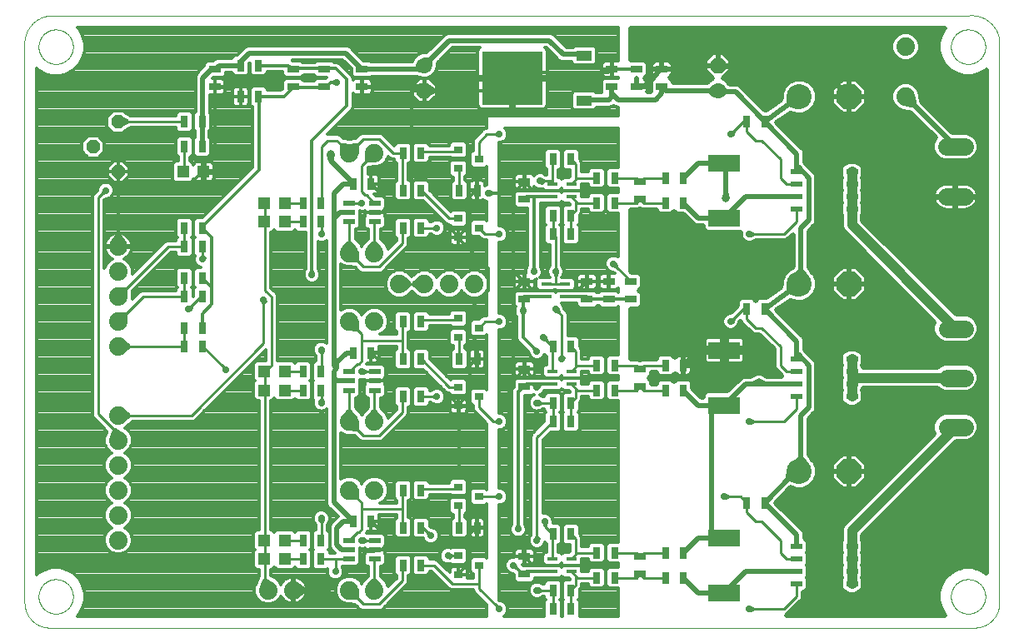
<source format=gtl>
G75*
%MOIN*%
%OFA0B0*%
%FSLAX25Y25*%
%IPPOS*%
%LPD*%
%AMOC8*
5,1,8,0,0,1.08239X$1,22.5*
%
%ADD10C,0.00000*%
%ADD11R,0.04724X0.04724*%
%ADD12R,0.03150X0.04724*%
%ADD13R,0.12598X0.07087*%
%ADD14R,0.04724X0.03150*%
%ADD15OC8,0.06300*%
%ADD16C,0.06300*%
%ADD17C,0.07050*%
%ADD18OC8,0.05200*%
%ADD19R,0.03543X0.03150*%
%ADD20R,0.04724X0.02165*%
%ADD21R,0.04724X0.02362*%
%ADD22C,0.10000*%
%ADD23OC8,0.10000*%
%ADD24R,0.06299X0.03937*%
%ADD25R,0.24409X0.21260*%
%ADD26C,0.07400*%
%ADD27R,0.04400X0.01400*%
%ADD28C,0.01400*%
%ADD29C,0.02800*%
%ADD30C,0.02800*%
%ADD31C,0.01000*%
%ADD32C,0.02000*%
%ADD33C,0.04000*%
%ADD34C,0.03200*%
D10*
X0031197Y0021379D02*
X0401197Y0021379D01*
X0401439Y0021382D01*
X0401680Y0021391D01*
X0401921Y0021405D01*
X0402162Y0021426D01*
X0402402Y0021452D01*
X0402642Y0021484D01*
X0402881Y0021522D01*
X0403118Y0021565D01*
X0403355Y0021615D01*
X0403590Y0021670D01*
X0403824Y0021730D01*
X0404056Y0021797D01*
X0404287Y0021868D01*
X0404516Y0021946D01*
X0404743Y0022029D01*
X0404968Y0022117D01*
X0405191Y0022211D01*
X0405411Y0022310D01*
X0405629Y0022415D01*
X0405844Y0022524D01*
X0406057Y0022639D01*
X0406267Y0022759D01*
X0406473Y0022884D01*
X0406677Y0023014D01*
X0406878Y0023149D01*
X0407075Y0023289D01*
X0407269Y0023433D01*
X0407459Y0023582D01*
X0407645Y0023736D01*
X0407828Y0023894D01*
X0408007Y0024056D01*
X0408182Y0024223D01*
X0408353Y0024394D01*
X0408520Y0024569D01*
X0408682Y0024748D01*
X0408840Y0024931D01*
X0408994Y0025117D01*
X0409143Y0025307D01*
X0409287Y0025501D01*
X0409427Y0025698D01*
X0409562Y0025899D01*
X0409692Y0026103D01*
X0409817Y0026309D01*
X0409937Y0026519D01*
X0410052Y0026732D01*
X0410161Y0026947D01*
X0410266Y0027165D01*
X0410365Y0027385D01*
X0410459Y0027608D01*
X0410547Y0027833D01*
X0410630Y0028060D01*
X0410708Y0028289D01*
X0410779Y0028520D01*
X0410846Y0028752D01*
X0410906Y0028986D01*
X0410961Y0029221D01*
X0411011Y0029458D01*
X0411054Y0029695D01*
X0411092Y0029934D01*
X0411124Y0030174D01*
X0411150Y0030414D01*
X0411171Y0030655D01*
X0411185Y0030896D01*
X0411194Y0031137D01*
X0411197Y0031379D01*
X0411197Y0256379D01*
X0411163Y0256650D01*
X0411123Y0256921D01*
X0411077Y0257191D01*
X0411024Y0257459D01*
X0410964Y0257726D01*
X0410898Y0257991D01*
X0410826Y0258255D01*
X0410747Y0258517D01*
X0410662Y0258777D01*
X0410571Y0259035D01*
X0410473Y0259290D01*
X0410370Y0259544D01*
X0410260Y0259794D01*
X0410144Y0260042D01*
X0410022Y0260287D01*
X0409895Y0260529D01*
X0409762Y0260768D01*
X0409622Y0261003D01*
X0409478Y0261235D01*
X0409327Y0261464D01*
X0409171Y0261689D01*
X0409010Y0261910D01*
X0408844Y0262127D01*
X0408672Y0262340D01*
X0408495Y0262548D01*
X0408314Y0262753D01*
X0408127Y0262953D01*
X0407935Y0263148D01*
X0407739Y0263339D01*
X0407539Y0263525D01*
X0407334Y0263706D01*
X0407124Y0263882D01*
X0406911Y0264052D01*
X0406693Y0264218D01*
X0406471Y0264378D01*
X0406246Y0264533D01*
X0406017Y0264683D01*
X0405784Y0264827D01*
X0405548Y0264965D01*
X0405309Y0265097D01*
X0405066Y0265224D01*
X0404821Y0265345D01*
X0404573Y0265460D01*
X0404322Y0265568D01*
X0404068Y0265671D01*
X0403812Y0265768D01*
X0403554Y0265858D01*
X0403294Y0265942D01*
X0403032Y0266020D01*
X0402767Y0266091D01*
X0402502Y0266156D01*
X0402235Y0266214D01*
X0401966Y0266266D01*
X0401696Y0266312D01*
X0401426Y0266351D01*
X0401154Y0266383D01*
X0400882Y0266409D01*
X0400609Y0266429D01*
X0400336Y0266441D01*
X0400062Y0266447D01*
X0399789Y0266447D01*
X0399515Y0266440D01*
X0399242Y0266426D01*
X0398969Y0266406D01*
X0398697Y0266379D01*
X0031197Y0266379D01*
X0030921Y0266345D01*
X0030647Y0266304D01*
X0030373Y0266256D01*
X0030100Y0266202D01*
X0029829Y0266141D01*
X0029560Y0266074D01*
X0029292Y0265999D01*
X0029026Y0265919D01*
X0028763Y0265832D01*
X0028501Y0265738D01*
X0028242Y0265638D01*
X0027985Y0265532D01*
X0027731Y0265419D01*
X0027480Y0265300D01*
X0027232Y0265175D01*
X0026987Y0265044D01*
X0026745Y0264907D01*
X0026507Y0264764D01*
X0026272Y0264616D01*
X0026042Y0264461D01*
X0025814Y0264301D01*
X0025591Y0264136D01*
X0025372Y0263965D01*
X0025158Y0263788D01*
X0024947Y0263607D01*
X0024742Y0263420D01*
X0024540Y0263229D01*
X0024344Y0263032D01*
X0024152Y0262831D01*
X0023966Y0262625D01*
X0023785Y0262415D01*
X0023608Y0262200D01*
X0023437Y0261981D01*
X0023272Y0261758D01*
X0023112Y0261531D01*
X0022958Y0261300D01*
X0022809Y0261065D01*
X0022666Y0260826D01*
X0022530Y0260585D01*
X0022399Y0260340D01*
X0022274Y0260092D01*
X0022155Y0259840D01*
X0022043Y0259586D01*
X0021936Y0259330D01*
X0021836Y0259071D01*
X0021743Y0258809D01*
X0021656Y0258545D01*
X0021575Y0258279D01*
X0021501Y0258012D01*
X0021434Y0257742D01*
X0021373Y0257471D01*
X0021319Y0257198D01*
X0021271Y0256925D01*
X0021231Y0256650D01*
X0021197Y0256374D01*
X0021170Y0256098D01*
X0021149Y0255821D01*
X0021136Y0255543D01*
X0021129Y0255266D01*
X0021129Y0254988D01*
X0021136Y0254710D01*
X0021149Y0254433D01*
X0021170Y0254155D01*
X0021197Y0253879D01*
X0021197Y0031379D01*
X0021200Y0031137D01*
X0021209Y0030896D01*
X0021223Y0030655D01*
X0021244Y0030414D01*
X0021270Y0030174D01*
X0021302Y0029934D01*
X0021340Y0029695D01*
X0021383Y0029458D01*
X0021433Y0029221D01*
X0021488Y0028986D01*
X0021548Y0028752D01*
X0021615Y0028520D01*
X0021686Y0028289D01*
X0021764Y0028060D01*
X0021847Y0027833D01*
X0021935Y0027608D01*
X0022029Y0027385D01*
X0022128Y0027165D01*
X0022233Y0026947D01*
X0022342Y0026732D01*
X0022457Y0026519D01*
X0022577Y0026309D01*
X0022702Y0026103D01*
X0022832Y0025899D01*
X0022967Y0025698D01*
X0023107Y0025501D01*
X0023251Y0025307D01*
X0023400Y0025117D01*
X0023554Y0024931D01*
X0023712Y0024748D01*
X0023874Y0024569D01*
X0024041Y0024394D01*
X0024212Y0024223D01*
X0024387Y0024056D01*
X0024566Y0023894D01*
X0024749Y0023736D01*
X0024935Y0023582D01*
X0025125Y0023433D01*
X0025319Y0023289D01*
X0025516Y0023149D01*
X0025717Y0023014D01*
X0025921Y0022884D01*
X0026127Y0022759D01*
X0026337Y0022639D01*
X0026550Y0022524D01*
X0026765Y0022415D01*
X0026983Y0022310D01*
X0027203Y0022211D01*
X0027426Y0022117D01*
X0027651Y0022029D01*
X0027878Y0021946D01*
X0028107Y0021868D01*
X0028338Y0021797D01*
X0028570Y0021730D01*
X0028804Y0021670D01*
X0029039Y0021615D01*
X0029276Y0021565D01*
X0029513Y0021522D01*
X0029752Y0021484D01*
X0029992Y0021452D01*
X0030232Y0021426D01*
X0030473Y0021405D01*
X0030714Y0021391D01*
X0030955Y0021382D01*
X0031197Y0021379D01*
X0026807Y0033879D02*
X0026809Y0034048D01*
X0026815Y0034217D01*
X0026826Y0034386D01*
X0026840Y0034554D01*
X0026859Y0034722D01*
X0026882Y0034890D01*
X0026908Y0035057D01*
X0026939Y0035223D01*
X0026974Y0035389D01*
X0027013Y0035553D01*
X0027057Y0035717D01*
X0027104Y0035879D01*
X0027155Y0036040D01*
X0027210Y0036200D01*
X0027269Y0036359D01*
X0027331Y0036516D01*
X0027398Y0036671D01*
X0027469Y0036825D01*
X0027543Y0036977D01*
X0027621Y0037127D01*
X0027702Y0037275D01*
X0027787Y0037421D01*
X0027876Y0037565D01*
X0027968Y0037707D01*
X0028064Y0037846D01*
X0028163Y0037983D01*
X0028265Y0038118D01*
X0028371Y0038250D01*
X0028480Y0038379D01*
X0028592Y0038506D01*
X0028707Y0038630D01*
X0028825Y0038751D01*
X0028946Y0038869D01*
X0029070Y0038984D01*
X0029197Y0039096D01*
X0029326Y0039205D01*
X0029458Y0039311D01*
X0029593Y0039413D01*
X0029730Y0039512D01*
X0029869Y0039608D01*
X0030011Y0039700D01*
X0030155Y0039789D01*
X0030301Y0039874D01*
X0030449Y0039955D01*
X0030599Y0040033D01*
X0030751Y0040107D01*
X0030905Y0040178D01*
X0031060Y0040245D01*
X0031217Y0040307D01*
X0031376Y0040366D01*
X0031536Y0040421D01*
X0031697Y0040472D01*
X0031859Y0040519D01*
X0032023Y0040563D01*
X0032187Y0040602D01*
X0032353Y0040637D01*
X0032519Y0040668D01*
X0032686Y0040694D01*
X0032854Y0040717D01*
X0033022Y0040736D01*
X0033190Y0040750D01*
X0033359Y0040761D01*
X0033528Y0040767D01*
X0033697Y0040769D01*
X0033866Y0040767D01*
X0034035Y0040761D01*
X0034204Y0040750D01*
X0034372Y0040736D01*
X0034540Y0040717D01*
X0034708Y0040694D01*
X0034875Y0040668D01*
X0035041Y0040637D01*
X0035207Y0040602D01*
X0035371Y0040563D01*
X0035535Y0040519D01*
X0035697Y0040472D01*
X0035858Y0040421D01*
X0036018Y0040366D01*
X0036177Y0040307D01*
X0036334Y0040245D01*
X0036489Y0040178D01*
X0036643Y0040107D01*
X0036795Y0040033D01*
X0036945Y0039955D01*
X0037093Y0039874D01*
X0037239Y0039789D01*
X0037383Y0039700D01*
X0037525Y0039608D01*
X0037664Y0039512D01*
X0037801Y0039413D01*
X0037936Y0039311D01*
X0038068Y0039205D01*
X0038197Y0039096D01*
X0038324Y0038984D01*
X0038448Y0038869D01*
X0038569Y0038751D01*
X0038687Y0038630D01*
X0038802Y0038506D01*
X0038914Y0038379D01*
X0039023Y0038250D01*
X0039129Y0038118D01*
X0039231Y0037983D01*
X0039330Y0037846D01*
X0039426Y0037707D01*
X0039518Y0037565D01*
X0039607Y0037421D01*
X0039692Y0037275D01*
X0039773Y0037127D01*
X0039851Y0036977D01*
X0039925Y0036825D01*
X0039996Y0036671D01*
X0040063Y0036516D01*
X0040125Y0036359D01*
X0040184Y0036200D01*
X0040239Y0036040D01*
X0040290Y0035879D01*
X0040337Y0035717D01*
X0040381Y0035553D01*
X0040420Y0035389D01*
X0040455Y0035223D01*
X0040486Y0035057D01*
X0040512Y0034890D01*
X0040535Y0034722D01*
X0040554Y0034554D01*
X0040568Y0034386D01*
X0040579Y0034217D01*
X0040585Y0034048D01*
X0040587Y0033879D01*
X0040585Y0033710D01*
X0040579Y0033541D01*
X0040568Y0033372D01*
X0040554Y0033204D01*
X0040535Y0033036D01*
X0040512Y0032868D01*
X0040486Y0032701D01*
X0040455Y0032535D01*
X0040420Y0032369D01*
X0040381Y0032205D01*
X0040337Y0032041D01*
X0040290Y0031879D01*
X0040239Y0031718D01*
X0040184Y0031558D01*
X0040125Y0031399D01*
X0040063Y0031242D01*
X0039996Y0031087D01*
X0039925Y0030933D01*
X0039851Y0030781D01*
X0039773Y0030631D01*
X0039692Y0030483D01*
X0039607Y0030337D01*
X0039518Y0030193D01*
X0039426Y0030051D01*
X0039330Y0029912D01*
X0039231Y0029775D01*
X0039129Y0029640D01*
X0039023Y0029508D01*
X0038914Y0029379D01*
X0038802Y0029252D01*
X0038687Y0029128D01*
X0038569Y0029007D01*
X0038448Y0028889D01*
X0038324Y0028774D01*
X0038197Y0028662D01*
X0038068Y0028553D01*
X0037936Y0028447D01*
X0037801Y0028345D01*
X0037664Y0028246D01*
X0037525Y0028150D01*
X0037383Y0028058D01*
X0037239Y0027969D01*
X0037093Y0027884D01*
X0036945Y0027803D01*
X0036795Y0027725D01*
X0036643Y0027651D01*
X0036489Y0027580D01*
X0036334Y0027513D01*
X0036177Y0027451D01*
X0036018Y0027392D01*
X0035858Y0027337D01*
X0035697Y0027286D01*
X0035535Y0027239D01*
X0035371Y0027195D01*
X0035207Y0027156D01*
X0035041Y0027121D01*
X0034875Y0027090D01*
X0034708Y0027064D01*
X0034540Y0027041D01*
X0034372Y0027022D01*
X0034204Y0027008D01*
X0034035Y0026997D01*
X0033866Y0026991D01*
X0033697Y0026989D01*
X0033528Y0026991D01*
X0033359Y0026997D01*
X0033190Y0027008D01*
X0033022Y0027022D01*
X0032854Y0027041D01*
X0032686Y0027064D01*
X0032519Y0027090D01*
X0032353Y0027121D01*
X0032187Y0027156D01*
X0032023Y0027195D01*
X0031859Y0027239D01*
X0031697Y0027286D01*
X0031536Y0027337D01*
X0031376Y0027392D01*
X0031217Y0027451D01*
X0031060Y0027513D01*
X0030905Y0027580D01*
X0030751Y0027651D01*
X0030599Y0027725D01*
X0030449Y0027803D01*
X0030301Y0027884D01*
X0030155Y0027969D01*
X0030011Y0028058D01*
X0029869Y0028150D01*
X0029730Y0028246D01*
X0029593Y0028345D01*
X0029458Y0028447D01*
X0029326Y0028553D01*
X0029197Y0028662D01*
X0029070Y0028774D01*
X0028946Y0028889D01*
X0028825Y0029007D01*
X0028707Y0029128D01*
X0028592Y0029252D01*
X0028480Y0029379D01*
X0028371Y0029508D01*
X0028265Y0029640D01*
X0028163Y0029775D01*
X0028064Y0029912D01*
X0027968Y0030051D01*
X0027876Y0030193D01*
X0027787Y0030337D01*
X0027702Y0030483D01*
X0027621Y0030631D01*
X0027543Y0030781D01*
X0027469Y0030933D01*
X0027398Y0031087D01*
X0027331Y0031242D01*
X0027269Y0031399D01*
X0027210Y0031558D01*
X0027155Y0031718D01*
X0027104Y0031879D01*
X0027057Y0032041D01*
X0027013Y0032205D01*
X0026974Y0032369D01*
X0026939Y0032535D01*
X0026908Y0032701D01*
X0026882Y0032868D01*
X0026859Y0033036D01*
X0026840Y0033204D01*
X0026826Y0033372D01*
X0026815Y0033541D01*
X0026809Y0033710D01*
X0026807Y0033879D01*
X0026807Y0253879D02*
X0026809Y0254048D01*
X0026815Y0254217D01*
X0026826Y0254386D01*
X0026840Y0254554D01*
X0026859Y0254722D01*
X0026882Y0254890D01*
X0026908Y0255057D01*
X0026939Y0255223D01*
X0026974Y0255389D01*
X0027013Y0255553D01*
X0027057Y0255717D01*
X0027104Y0255879D01*
X0027155Y0256040D01*
X0027210Y0256200D01*
X0027269Y0256359D01*
X0027331Y0256516D01*
X0027398Y0256671D01*
X0027469Y0256825D01*
X0027543Y0256977D01*
X0027621Y0257127D01*
X0027702Y0257275D01*
X0027787Y0257421D01*
X0027876Y0257565D01*
X0027968Y0257707D01*
X0028064Y0257846D01*
X0028163Y0257983D01*
X0028265Y0258118D01*
X0028371Y0258250D01*
X0028480Y0258379D01*
X0028592Y0258506D01*
X0028707Y0258630D01*
X0028825Y0258751D01*
X0028946Y0258869D01*
X0029070Y0258984D01*
X0029197Y0259096D01*
X0029326Y0259205D01*
X0029458Y0259311D01*
X0029593Y0259413D01*
X0029730Y0259512D01*
X0029869Y0259608D01*
X0030011Y0259700D01*
X0030155Y0259789D01*
X0030301Y0259874D01*
X0030449Y0259955D01*
X0030599Y0260033D01*
X0030751Y0260107D01*
X0030905Y0260178D01*
X0031060Y0260245D01*
X0031217Y0260307D01*
X0031376Y0260366D01*
X0031536Y0260421D01*
X0031697Y0260472D01*
X0031859Y0260519D01*
X0032023Y0260563D01*
X0032187Y0260602D01*
X0032353Y0260637D01*
X0032519Y0260668D01*
X0032686Y0260694D01*
X0032854Y0260717D01*
X0033022Y0260736D01*
X0033190Y0260750D01*
X0033359Y0260761D01*
X0033528Y0260767D01*
X0033697Y0260769D01*
X0033866Y0260767D01*
X0034035Y0260761D01*
X0034204Y0260750D01*
X0034372Y0260736D01*
X0034540Y0260717D01*
X0034708Y0260694D01*
X0034875Y0260668D01*
X0035041Y0260637D01*
X0035207Y0260602D01*
X0035371Y0260563D01*
X0035535Y0260519D01*
X0035697Y0260472D01*
X0035858Y0260421D01*
X0036018Y0260366D01*
X0036177Y0260307D01*
X0036334Y0260245D01*
X0036489Y0260178D01*
X0036643Y0260107D01*
X0036795Y0260033D01*
X0036945Y0259955D01*
X0037093Y0259874D01*
X0037239Y0259789D01*
X0037383Y0259700D01*
X0037525Y0259608D01*
X0037664Y0259512D01*
X0037801Y0259413D01*
X0037936Y0259311D01*
X0038068Y0259205D01*
X0038197Y0259096D01*
X0038324Y0258984D01*
X0038448Y0258869D01*
X0038569Y0258751D01*
X0038687Y0258630D01*
X0038802Y0258506D01*
X0038914Y0258379D01*
X0039023Y0258250D01*
X0039129Y0258118D01*
X0039231Y0257983D01*
X0039330Y0257846D01*
X0039426Y0257707D01*
X0039518Y0257565D01*
X0039607Y0257421D01*
X0039692Y0257275D01*
X0039773Y0257127D01*
X0039851Y0256977D01*
X0039925Y0256825D01*
X0039996Y0256671D01*
X0040063Y0256516D01*
X0040125Y0256359D01*
X0040184Y0256200D01*
X0040239Y0256040D01*
X0040290Y0255879D01*
X0040337Y0255717D01*
X0040381Y0255553D01*
X0040420Y0255389D01*
X0040455Y0255223D01*
X0040486Y0255057D01*
X0040512Y0254890D01*
X0040535Y0254722D01*
X0040554Y0254554D01*
X0040568Y0254386D01*
X0040579Y0254217D01*
X0040585Y0254048D01*
X0040587Y0253879D01*
X0040585Y0253710D01*
X0040579Y0253541D01*
X0040568Y0253372D01*
X0040554Y0253204D01*
X0040535Y0253036D01*
X0040512Y0252868D01*
X0040486Y0252701D01*
X0040455Y0252535D01*
X0040420Y0252369D01*
X0040381Y0252205D01*
X0040337Y0252041D01*
X0040290Y0251879D01*
X0040239Y0251718D01*
X0040184Y0251558D01*
X0040125Y0251399D01*
X0040063Y0251242D01*
X0039996Y0251087D01*
X0039925Y0250933D01*
X0039851Y0250781D01*
X0039773Y0250631D01*
X0039692Y0250483D01*
X0039607Y0250337D01*
X0039518Y0250193D01*
X0039426Y0250051D01*
X0039330Y0249912D01*
X0039231Y0249775D01*
X0039129Y0249640D01*
X0039023Y0249508D01*
X0038914Y0249379D01*
X0038802Y0249252D01*
X0038687Y0249128D01*
X0038569Y0249007D01*
X0038448Y0248889D01*
X0038324Y0248774D01*
X0038197Y0248662D01*
X0038068Y0248553D01*
X0037936Y0248447D01*
X0037801Y0248345D01*
X0037664Y0248246D01*
X0037525Y0248150D01*
X0037383Y0248058D01*
X0037239Y0247969D01*
X0037093Y0247884D01*
X0036945Y0247803D01*
X0036795Y0247725D01*
X0036643Y0247651D01*
X0036489Y0247580D01*
X0036334Y0247513D01*
X0036177Y0247451D01*
X0036018Y0247392D01*
X0035858Y0247337D01*
X0035697Y0247286D01*
X0035535Y0247239D01*
X0035371Y0247195D01*
X0035207Y0247156D01*
X0035041Y0247121D01*
X0034875Y0247090D01*
X0034708Y0247064D01*
X0034540Y0247041D01*
X0034372Y0247022D01*
X0034204Y0247008D01*
X0034035Y0246997D01*
X0033866Y0246991D01*
X0033697Y0246989D01*
X0033528Y0246991D01*
X0033359Y0246997D01*
X0033190Y0247008D01*
X0033022Y0247022D01*
X0032854Y0247041D01*
X0032686Y0247064D01*
X0032519Y0247090D01*
X0032353Y0247121D01*
X0032187Y0247156D01*
X0032023Y0247195D01*
X0031859Y0247239D01*
X0031697Y0247286D01*
X0031536Y0247337D01*
X0031376Y0247392D01*
X0031217Y0247451D01*
X0031060Y0247513D01*
X0030905Y0247580D01*
X0030751Y0247651D01*
X0030599Y0247725D01*
X0030449Y0247803D01*
X0030301Y0247884D01*
X0030155Y0247969D01*
X0030011Y0248058D01*
X0029869Y0248150D01*
X0029730Y0248246D01*
X0029593Y0248345D01*
X0029458Y0248447D01*
X0029326Y0248553D01*
X0029197Y0248662D01*
X0029070Y0248774D01*
X0028946Y0248889D01*
X0028825Y0249007D01*
X0028707Y0249128D01*
X0028592Y0249252D01*
X0028480Y0249379D01*
X0028371Y0249508D01*
X0028265Y0249640D01*
X0028163Y0249775D01*
X0028064Y0249912D01*
X0027968Y0250051D01*
X0027876Y0250193D01*
X0027787Y0250337D01*
X0027702Y0250483D01*
X0027621Y0250631D01*
X0027543Y0250781D01*
X0027469Y0250933D01*
X0027398Y0251087D01*
X0027331Y0251242D01*
X0027269Y0251399D01*
X0027210Y0251558D01*
X0027155Y0251718D01*
X0027104Y0251879D01*
X0027057Y0252041D01*
X0027013Y0252205D01*
X0026974Y0252369D01*
X0026939Y0252535D01*
X0026908Y0252701D01*
X0026882Y0252868D01*
X0026859Y0253036D01*
X0026840Y0253204D01*
X0026826Y0253372D01*
X0026815Y0253541D01*
X0026809Y0253710D01*
X0026807Y0253879D01*
X0391807Y0253879D02*
X0391809Y0254048D01*
X0391815Y0254217D01*
X0391826Y0254386D01*
X0391840Y0254554D01*
X0391859Y0254722D01*
X0391882Y0254890D01*
X0391908Y0255057D01*
X0391939Y0255223D01*
X0391974Y0255389D01*
X0392013Y0255553D01*
X0392057Y0255717D01*
X0392104Y0255879D01*
X0392155Y0256040D01*
X0392210Y0256200D01*
X0392269Y0256359D01*
X0392331Y0256516D01*
X0392398Y0256671D01*
X0392469Y0256825D01*
X0392543Y0256977D01*
X0392621Y0257127D01*
X0392702Y0257275D01*
X0392787Y0257421D01*
X0392876Y0257565D01*
X0392968Y0257707D01*
X0393064Y0257846D01*
X0393163Y0257983D01*
X0393265Y0258118D01*
X0393371Y0258250D01*
X0393480Y0258379D01*
X0393592Y0258506D01*
X0393707Y0258630D01*
X0393825Y0258751D01*
X0393946Y0258869D01*
X0394070Y0258984D01*
X0394197Y0259096D01*
X0394326Y0259205D01*
X0394458Y0259311D01*
X0394593Y0259413D01*
X0394730Y0259512D01*
X0394869Y0259608D01*
X0395011Y0259700D01*
X0395155Y0259789D01*
X0395301Y0259874D01*
X0395449Y0259955D01*
X0395599Y0260033D01*
X0395751Y0260107D01*
X0395905Y0260178D01*
X0396060Y0260245D01*
X0396217Y0260307D01*
X0396376Y0260366D01*
X0396536Y0260421D01*
X0396697Y0260472D01*
X0396859Y0260519D01*
X0397023Y0260563D01*
X0397187Y0260602D01*
X0397353Y0260637D01*
X0397519Y0260668D01*
X0397686Y0260694D01*
X0397854Y0260717D01*
X0398022Y0260736D01*
X0398190Y0260750D01*
X0398359Y0260761D01*
X0398528Y0260767D01*
X0398697Y0260769D01*
X0398866Y0260767D01*
X0399035Y0260761D01*
X0399204Y0260750D01*
X0399372Y0260736D01*
X0399540Y0260717D01*
X0399708Y0260694D01*
X0399875Y0260668D01*
X0400041Y0260637D01*
X0400207Y0260602D01*
X0400371Y0260563D01*
X0400535Y0260519D01*
X0400697Y0260472D01*
X0400858Y0260421D01*
X0401018Y0260366D01*
X0401177Y0260307D01*
X0401334Y0260245D01*
X0401489Y0260178D01*
X0401643Y0260107D01*
X0401795Y0260033D01*
X0401945Y0259955D01*
X0402093Y0259874D01*
X0402239Y0259789D01*
X0402383Y0259700D01*
X0402525Y0259608D01*
X0402664Y0259512D01*
X0402801Y0259413D01*
X0402936Y0259311D01*
X0403068Y0259205D01*
X0403197Y0259096D01*
X0403324Y0258984D01*
X0403448Y0258869D01*
X0403569Y0258751D01*
X0403687Y0258630D01*
X0403802Y0258506D01*
X0403914Y0258379D01*
X0404023Y0258250D01*
X0404129Y0258118D01*
X0404231Y0257983D01*
X0404330Y0257846D01*
X0404426Y0257707D01*
X0404518Y0257565D01*
X0404607Y0257421D01*
X0404692Y0257275D01*
X0404773Y0257127D01*
X0404851Y0256977D01*
X0404925Y0256825D01*
X0404996Y0256671D01*
X0405063Y0256516D01*
X0405125Y0256359D01*
X0405184Y0256200D01*
X0405239Y0256040D01*
X0405290Y0255879D01*
X0405337Y0255717D01*
X0405381Y0255553D01*
X0405420Y0255389D01*
X0405455Y0255223D01*
X0405486Y0255057D01*
X0405512Y0254890D01*
X0405535Y0254722D01*
X0405554Y0254554D01*
X0405568Y0254386D01*
X0405579Y0254217D01*
X0405585Y0254048D01*
X0405587Y0253879D01*
X0405585Y0253710D01*
X0405579Y0253541D01*
X0405568Y0253372D01*
X0405554Y0253204D01*
X0405535Y0253036D01*
X0405512Y0252868D01*
X0405486Y0252701D01*
X0405455Y0252535D01*
X0405420Y0252369D01*
X0405381Y0252205D01*
X0405337Y0252041D01*
X0405290Y0251879D01*
X0405239Y0251718D01*
X0405184Y0251558D01*
X0405125Y0251399D01*
X0405063Y0251242D01*
X0404996Y0251087D01*
X0404925Y0250933D01*
X0404851Y0250781D01*
X0404773Y0250631D01*
X0404692Y0250483D01*
X0404607Y0250337D01*
X0404518Y0250193D01*
X0404426Y0250051D01*
X0404330Y0249912D01*
X0404231Y0249775D01*
X0404129Y0249640D01*
X0404023Y0249508D01*
X0403914Y0249379D01*
X0403802Y0249252D01*
X0403687Y0249128D01*
X0403569Y0249007D01*
X0403448Y0248889D01*
X0403324Y0248774D01*
X0403197Y0248662D01*
X0403068Y0248553D01*
X0402936Y0248447D01*
X0402801Y0248345D01*
X0402664Y0248246D01*
X0402525Y0248150D01*
X0402383Y0248058D01*
X0402239Y0247969D01*
X0402093Y0247884D01*
X0401945Y0247803D01*
X0401795Y0247725D01*
X0401643Y0247651D01*
X0401489Y0247580D01*
X0401334Y0247513D01*
X0401177Y0247451D01*
X0401018Y0247392D01*
X0400858Y0247337D01*
X0400697Y0247286D01*
X0400535Y0247239D01*
X0400371Y0247195D01*
X0400207Y0247156D01*
X0400041Y0247121D01*
X0399875Y0247090D01*
X0399708Y0247064D01*
X0399540Y0247041D01*
X0399372Y0247022D01*
X0399204Y0247008D01*
X0399035Y0246997D01*
X0398866Y0246991D01*
X0398697Y0246989D01*
X0398528Y0246991D01*
X0398359Y0246997D01*
X0398190Y0247008D01*
X0398022Y0247022D01*
X0397854Y0247041D01*
X0397686Y0247064D01*
X0397519Y0247090D01*
X0397353Y0247121D01*
X0397187Y0247156D01*
X0397023Y0247195D01*
X0396859Y0247239D01*
X0396697Y0247286D01*
X0396536Y0247337D01*
X0396376Y0247392D01*
X0396217Y0247451D01*
X0396060Y0247513D01*
X0395905Y0247580D01*
X0395751Y0247651D01*
X0395599Y0247725D01*
X0395449Y0247803D01*
X0395301Y0247884D01*
X0395155Y0247969D01*
X0395011Y0248058D01*
X0394869Y0248150D01*
X0394730Y0248246D01*
X0394593Y0248345D01*
X0394458Y0248447D01*
X0394326Y0248553D01*
X0394197Y0248662D01*
X0394070Y0248774D01*
X0393946Y0248889D01*
X0393825Y0249007D01*
X0393707Y0249128D01*
X0393592Y0249252D01*
X0393480Y0249379D01*
X0393371Y0249508D01*
X0393265Y0249640D01*
X0393163Y0249775D01*
X0393064Y0249912D01*
X0392968Y0250051D01*
X0392876Y0250193D01*
X0392787Y0250337D01*
X0392702Y0250483D01*
X0392621Y0250631D01*
X0392543Y0250781D01*
X0392469Y0250933D01*
X0392398Y0251087D01*
X0392331Y0251242D01*
X0392269Y0251399D01*
X0392210Y0251558D01*
X0392155Y0251718D01*
X0392104Y0251879D01*
X0392057Y0252041D01*
X0392013Y0252205D01*
X0391974Y0252369D01*
X0391939Y0252535D01*
X0391908Y0252701D01*
X0391882Y0252868D01*
X0391859Y0253036D01*
X0391840Y0253204D01*
X0391826Y0253372D01*
X0391815Y0253541D01*
X0391809Y0253710D01*
X0391807Y0253879D01*
X0391807Y0033879D02*
X0391809Y0034048D01*
X0391815Y0034217D01*
X0391826Y0034386D01*
X0391840Y0034554D01*
X0391859Y0034722D01*
X0391882Y0034890D01*
X0391908Y0035057D01*
X0391939Y0035223D01*
X0391974Y0035389D01*
X0392013Y0035553D01*
X0392057Y0035717D01*
X0392104Y0035879D01*
X0392155Y0036040D01*
X0392210Y0036200D01*
X0392269Y0036359D01*
X0392331Y0036516D01*
X0392398Y0036671D01*
X0392469Y0036825D01*
X0392543Y0036977D01*
X0392621Y0037127D01*
X0392702Y0037275D01*
X0392787Y0037421D01*
X0392876Y0037565D01*
X0392968Y0037707D01*
X0393064Y0037846D01*
X0393163Y0037983D01*
X0393265Y0038118D01*
X0393371Y0038250D01*
X0393480Y0038379D01*
X0393592Y0038506D01*
X0393707Y0038630D01*
X0393825Y0038751D01*
X0393946Y0038869D01*
X0394070Y0038984D01*
X0394197Y0039096D01*
X0394326Y0039205D01*
X0394458Y0039311D01*
X0394593Y0039413D01*
X0394730Y0039512D01*
X0394869Y0039608D01*
X0395011Y0039700D01*
X0395155Y0039789D01*
X0395301Y0039874D01*
X0395449Y0039955D01*
X0395599Y0040033D01*
X0395751Y0040107D01*
X0395905Y0040178D01*
X0396060Y0040245D01*
X0396217Y0040307D01*
X0396376Y0040366D01*
X0396536Y0040421D01*
X0396697Y0040472D01*
X0396859Y0040519D01*
X0397023Y0040563D01*
X0397187Y0040602D01*
X0397353Y0040637D01*
X0397519Y0040668D01*
X0397686Y0040694D01*
X0397854Y0040717D01*
X0398022Y0040736D01*
X0398190Y0040750D01*
X0398359Y0040761D01*
X0398528Y0040767D01*
X0398697Y0040769D01*
X0398866Y0040767D01*
X0399035Y0040761D01*
X0399204Y0040750D01*
X0399372Y0040736D01*
X0399540Y0040717D01*
X0399708Y0040694D01*
X0399875Y0040668D01*
X0400041Y0040637D01*
X0400207Y0040602D01*
X0400371Y0040563D01*
X0400535Y0040519D01*
X0400697Y0040472D01*
X0400858Y0040421D01*
X0401018Y0040366D01*
X0401177Y0040307D01*
X0401334Y0040245D01*
X0401489Y0040178D01*
X0401643Y0040107D01*
X0401795Y0040033D01*
X0401945Y0039955D01*
X0402093Y0039874D01*
X0402239Y0039789D01*
X0402383Y0039700D01*
X0402525Y0039608D01*
X0402664Y0039512D01*
X0402801Y0039413D01*
X0402936Y0039311D01*
X0403068Y0039205D01*
X0403197Y0039096D01*
X0403324Y0038984D01*
X0403448Y0038869D01*
X0403569Y0038751D01*
X0403687Y0038630D01*
X0403802Y0038506D01*
X0403914Y0038379D01*
X0404023Y0038250D01*
X0404129Y0038118D01*
X0404231Y0037983D01*
X0404330Y0037846D01*
X0404426Y0037707D01*
X0404518Y0037565D01*
X0404607Y0037421D01*
X0404692Y0037275D01*
X0404773Y0037127D01*
X0404851Y0036977D01*
X0404925Y0036825D01*
X0404996Y0036671D01*
X0405063Y0036516D01*
X0405125Y0036359D01*
X0405184Y0036200D01*
X0405239Y0036040D01*
X0405290Y0035879D01*
X0405337Y0035717D01*
X0405381Y0035553D01*
X0405420Y0035389D01*
X0405455Y0035223D01*
X0405486Y0035057D01*
X0405512Y0034890D01*
X0405535Y0034722D01*
X0405554Y0034554D01*
X0405568Y0034386D01*
X0405579Y0034217D01*
X0405585Y0034048D01*
X0405587Y0033879D01*
X0405585Y0033710D01*
X0405579Y0033541D01*
X0405568Y0033372D01*
X0405554Y0033204D01*
X0405535Y0033036D01*
X0405512Y0032868D01*
X0405486Y0032701D01*
X0405455Y0032535D01*
X0405420Y0032369D01*
X0405381Y0032205D01*
X0405337Y0032041D01*
X0405290Y0031879D01*
X0405239Y0031718D01*
X0405184Y0031558D01*
X0405125Y0031399D01*
X0405063Y0031242D01*
X0404996Y0031087D01*
X0404925Y0030933D01*
X0404851Y0030781D01*
X0404773Y0030631D01*
X0404692Y0030483D01*
X0404607Y0030337D01*
X0404518Y0030193D01*
X0404426Y0030051D01*
X0404330Y0029912D01*
X0404231Y0029775D01*
X0404129Y0029640D01*
X0404023Y0029508D01*
X0403914Y0029379D01*
X0403802Y0029252D01*
X0403687Y0029128D01*
X0403569Y0029007D01*
X0403448Y0028889D01*
X0403324Y0028774D01*
X0403197Y0028662D01*
X0403068Y0028553D01*
X0402936Y0028447D01*
X0402801Y0028345D01*
X0402664Y0028246D01*
X0402525Y0028150D01*
X0402383Y0028058D01*
X0402239Y0027969D01*
X0402093Y0027884D01*
X0401945Y0027803D01*
X0401795Y0027725D01*
X0401643Y0027651D01*
X0401489Y0027580D01*
X0401334Y0027513D01*
X0401177Y0027451D01*
X0401018Y0027392D01*
X0400858Y0027337D01*
X0400697Y0027286D01*
X0400535Y0027239D01*
X0400371Y0027195D01*
X0400207Y0027156D01*
X0400041Y0027121D01*
X0399875Y0027090D01*
X0399708Y0027064D01*
X0399540Y0027041D01*
X0399372Y0027022D01*
X0399204Y0027008D01*
X0399035Y0026997D01*
X0398866Y0026991D01*
X0398697Y0026989D01*
X0398528Y0026991D01*
X0398359Y0026997D01*
X0398190Y0027008D01*
X0398022Y0027022D01*
X0397854Y0027041D01*
X0397686Y0027064D01*
X0397519Y0027090D01*
X0397353Y0027121D01*
X0397187Y0027156D01*
X0397023Y0027195D01*
X0396859Y0027239D01*
X0396697Y0027286D01*
X0396536Y0027337D01*
X0396376Y0027392D01*
X0396217Y0027451D01*
X0396060Y0027513D01*
X0395905Y0027580D01*
X0395751Y0027651D01*
X0395599Y0027725D01*
X0395449Y0027803D01*
X0395301Y0027884D01*
X0395155Y0027969D01*
X0395011Y0028058D01*
X0394869Y0028150D01*
X0394730Y0028246D01*
X0394593Y0028345D01*
X0394458Y0028447D01*
X0394326Y0028553D01*
X0394197Y0028662D01*
X0394070Y0028774D01*
X0393946Y0028889D01*
X0393825Y0029007D01*
X0393707Y0029128D01*
X0393592Y0029252D01*
X0393480Y0029379D01*
X0393371Y0029508D01*
X0393265Y0029640D01*
X0393163Y0029775D01*
X0393064Y0029912D01*
X0392968Y0030051D01*
X0392876Y0030193D01*
X0392787Y0030337D01*
X0392702Y0030483D01*
X0392621Y0030631D01*
X0392543Y0030781D01*
X0392469Y0030933D01*
X0392398Y0031087D01*
X0392331Y0031242D01*
X0392269Y0031399D01*
X0392210Y0031558D01*
X0392155Y0031718D01*
X0392104Y0031879D01*
X0392057Y0032041D01*
X0392013Y0032205D01*
X0391974Y0032369D01*
X0391939Y0032535D01*
X0391908Y0032701D01*
X0391882Y0032868D01*
X0391859Y0033036D01*
X0391840Y0033204D01*
X0391826Y0033372D01*
X0391815Y0033541D01*
X0391809Y0033710D01*
X0391807Y0033879D01*
D11*
X0125331Y0048879D03*
X0117063Y0048879D03*
X0117063Y0056379D03*
X0125331Y0056379D03*
X0125331Y0116379D03*
X0117063Y0116379D03*
X0117063Y0123879D03*
X0125331Y0123879D03*
X0125331Y0183879D03*
X0117063Y0183879D03*
X0117063Y0191379D03*
X0125331Y0191379D03*
X0092831Y0203879D03*
X0084563Y0203879D03*
D12*
X0085154Y0213879D03*
X0092240Y0213879D03*
X0092240Y0223879D03*
X0085154Y0223879D03*
X0107654Y0233879D03*
X0114740Y0233879D03*
X0114740Y0246379D03*
X0107654Y0246379D03*
X0172654Y0211379D03*
X0179740Y0211379D03*
X0179740Y0196379D03*
X0172654Y0196379D03*
X0159740Y0198879D03*
X0152654Y0198879D03*
X0139740Y0191379D03*
X0132654Y0191379D03*
X0132654Y0183879D03*
X0139740Y0183879D03*
X0172654Y0181379D03*
X0179740Y0181379D03*
X0195154Y0196379D03*
X0202240Y0196379D03*
X0232654Y0186379D03*
X0239740Y0186379D03*
X0239740Y0178879D03*
X0232654Y0178879D03*
X0250154Y0191379D03*
X0257240Y0191379D03*
X0257240Y0201379D03*
X0250154Y0201379D03*
X0239740Y0208879D03*
X0232654Y0208879D03*
X0277654Y0201379D03*
X0284740Y0201379D03*
X0284740Y0191379D03*
X0277654Y0191379D03*
X0310154Y0223879D03*
X0317240Y0223879D03*
X0317240Y0148879D03*
X0310154Y0148879D03*
X0284740Y0126379D03*
X0277654Y0126379D03*
X0277654Y0116379D03*
X0284740Y0116379D03*
X0257240Y0116379D03*
X0250154Y0116379D03*
X0239740Y0111379D03*
X0232654Y0111379D03*
X0232654Y0103879D03*
X0239740Y0103879D03*
X0250154Y0126379D03*
X0257240Y0126379D03*
X0239740Y0133879D03*
X0232654Y0133879D03*
X0202240Y0128879D03*
X0195154Y0128879D03*
X0179740Y0128879D03*
X0172654Y0128879D03*
X0159740Y0131379D03*
X0152654Y0131379D03*
X0139740Y0123879D03*
X0132654Y0123879D03*
X0132654Y0116379D03*
X0139740Y0116379D03*
X0172654Y0113879D03*
X0179740Y0113879D03*
X0179740Y0143879D03*
X0172654Y0143879D03*
X0092240Y0141379D03*
X0085154Y0141379D03*
X0085154Y0133879D03*
X0092240Y0133879D03*
X0092240Y0153879D03*
X0085154Y0153879D03*
X0085154Y0161379D03*
X0092240Y0161379D03*
X0092240Y0173879D03*
X0085154Y0173879D03*
X0085154Y0181379D03*
X0092240Y0181379D03*
X0172654Y0076379D03*
X0179740Y0076379D03*
X0159740Y0063879D03*
X0152654Y0063879D03*
X0139740Y0056379D03*
X0132654Y0056379D03*
X0132654Y0048879D03*
X0139740Y0048879D03*
X0172654Y0046379D03*
X0179740Y0046379D03*
X0179740Y0061379D03*
X0172654Y0061379D03*
X0195154Y0061379D03*
X0202240Y0061379D03*
X0232654Y0058879D03*
X0239740Y0058879D03*
X0250154Y0051379D03*
X0257240Y0051379D03*
X0257240Y0041379D03*
X0250154Y0041379D03*
X0239740Y0036379D03*
X0232654Y0036379D03*
X0232654Y0028879D03*
X0239740Y0028879D03*
X0277654Y0041379D03*
X0284740Y0041379D03*
X0284740Y0051379D03*
X0277654Y0051379D03*
X0310154Y0071379D03*
X0317240Y0071379D03*
D13*
X0301197Y0057403D03*
X0301197Y0035356D03*
X0301197Y0110356D03*
X0301197Y0132403D03*
X0301197Y0185356D03*
X0301197Y0207403D03*
D14*
X0267447Y0199923D03*
X0267447Y0192836D03*
X0263697Y0159923D03*
X0263697Y0152836D03*
X0254947Y0152836D03*
X0254947Y0159923D03*
X0246197Y0159923D03*
X0246197Y0152836D03*
X0221197Y0152836D03*
X0221197Y0159923D03*
X0221197Y0192836D03*
X0221197Y0199923D03*
X0256197Y0237836D03*
X0256197Y0244923D03*
X0266197Y0244923D03*
X0266197Y0237836D03*
X0276197Y0237836D03*
X0276197Y0244923D03*
X0156197Y0244923D03*
X0156197Y0237836D03*
X0141197Y0237836D03*
X0141197Y0244923D03*
X0128697Y0244923D03*
X0128697Y0237836D03*
X0097447Y0237836D03*
X0097447Y0244923D03*
X0221197Y0124923D03*
X0221197Y0117836D03*
X0267447Y0117836D03*
X0267447Y0124923D03*
X0267447Y0049923D03*
X0267447Y0042836D03*
X0221197Y0042836D03*
X0221197Y0049923D03*
D15*
X0181197Y0236379D03*
X0298614Y0246301D03*
D16*
X0298614Y0236301D03*
X0181197Y0246379D03*
D17*
X0390172Y0213879D02*
X0397222Y0213879D01*
X0397222Y0193879D02*
X0390172Y0193879D01*
X0390251Y0141064D02*
X0397301Y0141064D01*
X0397301Y0121379D02*
X0390251Y0121379D01*
X0390251Y0101694D02*
X0397301Y0101694D01*
D18*
X0058697Y0203979D03*
X0048697Y0213879D03*
X0058697Y0223779D03*
D19*
X0194760Y0212619D03*
X0194760Y0205139D03*
X0203028Y0208879D03*
X0194760Y0185119D03*
X0203028Y0181379D03*
X0194760Y0177639D03*
X0194760Y0145119D03*
X0194760Y0137639D03*
X0203028Y0141379D03*
X0194760Y0117619D03*
X0203028Y0113879D03*
X0194760Y0110139D03*
X0194760Y0077619D03*
X0203028Y0073879D03*
X0194760Y0070139D03*
X0194760Y0050119D03*
X0203028Y0046379D03*
X0194760Y0042639D03*
D20*
X0161315Y0048889D03*
X0161315Y0052629D03*
X0161315Y0056369D03*
X0151078Y0056369D03*
X0151078Y0052629D03*
X0151078Y0048889D03*
X0151078Y0116389D03*
X0151078Y0120129D03*
X0151078Y0123869D03*
X0161315Y0123869D03*
X0161315Y0120129D03*
X0161315Y0116389D03*
X0161315Y0183889D03*
X0161315Y0187629D03*
X0161315Y0191369D03*
X0151078Y0191369D03*
X0151078Y0187629D03*
X0151078Y0183889D03*
D21*
X0330173Y0188879D03*
X0330173Y0193879D03*
X0330173Y0198879D03*
X0330173Y0203879D03*
X0352220Y0203879D03*
X0352220Y0198879D03*
X0352220Y0193879D03*
X0352220Y0188879D03*
X0352220Y0128879D03*
X0352220Y0123879D03*
X0352220Y0118879D03*
X0352220Y0113879D03*
X0330173Y0113879D03*
X0330173Y0118879D03*
X0330173Y0123879D03*
X0330173Y0128879D03*
X0330173Y0053879D03*
X0330173Y0048879D03*
X0330173Y0043879D03*
X0330173Y0038879D03*
X0352220Y0038879D03*
X0352220Y0043879D03*
X0352220Y0048879D03*
X0352220Y0053879D03*
D22*
X0331197Y0083879D03*
X0331197Y0158879D03*
X0331197Y0233879D03*
D23*
X0351197Y0233879D03*
X0351197Y0158879D03*
X0351197Y0083879D03*
D24*
X0245094Y0232403D03*
X0245094Y0250356D03*
D25*
X0216354Y0241379D03*
D26*
X0161197Y0211379D03*
X0151197Y0211379D03*
X0151197Y0171379D03*
X0161197Y0171379D03*
X0171197Y0158879D03*
X0181197Y0158879D03*
X0191197Y0158879D03*
X0201197Y0158879D03*
X0161197Y0143879D03*
X0151197Y0143879D03*
X0151197Y0103879D03*
X0161197Y0103879D03*
X0161197Y0076379D03*
X0151197Y0076379D03*
X0151197Y0036379D03*
X0161197Y0036379D03*
X0128697Y0036379D03*
X0118697Y0036379D03*
X0058697Y0056379D03*
X0058697Y0066379D03*
X0058697Y0076379D03*
X0058697Y0086379D03*
X0058697Y0096379D03*
X0058697Y0106379D03*
X0058697Y0133879D03*
X0058697Y0143879D03*
X0058697Y0153879D03*
X0058697Y0163879D03*
X0058697Y0173879D03*
X0373697Y0233879D03*
X0373697Y0253879D03*
D27*
X0239997Y0198979D03*
X0239997Y0196379D03*
X0239997Y0193779D03*
X0232397Y0193779D03*
X0232397Y0198979D03*
X0229897Y0158979D03*
X0229897Y0153779D03*
X0237497Y0153779D03*
X0237497Y0156379D03*
X0237497Y0158979D03*
X0239997Y0123979D03*
X0239997Y0121379D03*
X0239997Y0118779D03*
X0232397Y0118779D03*
X0232397Y0123979D03*
X0232397Y0048979D03*
X0232397Y0043779D03*
X0239997Y0043779D03*
X0239997Y0046379D03*
X0239997Y0048979D03*
D28*
X0239997Y0046379D02*
X0237010Y0046379D01*
X0236097Y0046379D01*
X0236097Y0045666D01*
X0235384Y0046379D01*
X0221623Y0046379D01*
X0221458Y0046311D01*
X0220567Y0046311D01*
X0220305Y0046573D01*
X0220275Y0046648D01*
X0221109Y0046648D01*
X0221109Y0049835D01*
X0217135Y0049835D01*
X0217135Y0049679D01*
X0216165Y0049679D01*
X0214953Y0049177D01*
X0214024Y0048249D01*
X0213522Y0047036D01*
X0213522Y0045723D01*
X0214024Y0044510D01*
X0214953Y0043582D01*
X0215094Y0043523D01*
X0215100Y0043517D01*
X0215571Y0043326D01*
X0216165Y0043079D01*
X0216177Y0043079D01*
X0216628Y0042896D01*
X0216935Y0042589D01*
X0216935Y0040474D01*
X0218048Y0039361D01*
X0224346Y0039361D01*
X0225459Y0040474D01*
X0225459Y0041179D01*
X0235384Y0041179D01*
X0236197Y0041992D01*
X0237010Y0041179D01*
X0239203Y0041179D01*
X0239397Y0040985D01*
X0239397Y0040641D01*
X0237378Y0040641D01*
X0236265Y0039528D01*
X0236265Y0033230D01*
X0236866Y0032629D01*
X0236265Y0032028D01*
X0236265Y0026079D01*
X0236128Y0026079D01*
X0236128Y0032028D01*
X0235528Y0032629D01*
X0236128Y0033230D01*
X0236128Y0039528D01*
X0235015Y0040641D01*
X0230292Y0040641D01*
X0229179Y0039528D01*
X0229179Y0038779D01*
X0228640Y0038779D01*
X0228260Y0038998D01*
X0228239Y0039011D01*
X0228223Y0039020D01*
X0228066Y0039177D01*
X0227660Y0039345D01*
X0227433Y0039476D01*
X0227303Y0039493D01*
X0226853Y0039679D01*
X0225540Y0039679D01*
X0224328Y0039177D01*
X0223399Y0038249D01*
X0222897Y0037036D01*
X0222897Y0035723D01*
X0223399Y0034510D01*
X0224328Y0033582D01*
X0225540Y0033079D01*
X0226853Y0033079D01*
X0227303Y0033265D01*
X0227433Y0033283D01*
X0227433Y0033283D01*
X0227433Y0033283D01*
X0227660Y0033413D01*
X0228066Y0033582D01*
X0228223Y0033739D01*
X0228260Y0033760D01*
X0228640Y0033979D01*
X0229179Y0033979D01*
X0229179Y0033230D01*
X0229780Y0032629D01*
X0229179Y0032028D01*
X0229179Y0026079D01*
X0213060Y0026079D01*
X0213066Y0026082D01*
X0213994Y0027010D01*
X0214497Y0028223D01*
X0214497Y0029536D01*
X0213994Y0030749D01*
X0213066Y0031677D01*
X0212617Y0031863D01*
X0212512Y0031943D01*
X0212512Y0031943D01*
X0212512Y0031943D01*
X0212260Y0032011D01*
X0211853Y0032179D01*
X0211631Y0032179D01*
X0211197Y0032296D01*
X0211197Y0070579D01*
X0211853Y0070579D01*
X0213066Y0071082D01*
X0213994Y0072010D01*
X0214497Y0073223D01*
X0214497Y0074536D01*
X0213994Y0075749D01*
X0213066Y0076677D01*
X0211853Y0077179D01*
X0211197Y0077179D01*
X0211197Y0100579D01*
X0211853Y0100579D01*
X0213066Y0101082D01*
X0213994Y0102010D01*
X0214497Y0103223D01*
X0214497Y0104536D01*
X0213994Y0105749D01*
X0213066Y0106677D01*
X0211853Y0107179D01*
X0211197Y0107179D01*
X0211197Y0140579D01*
X0211853Y0140579D01*
X0213066Y0141082D01*
X0213994Y0142010D01*
X0214497Y0143223D01*
X0214497Y0144536D01*
X0213994Y0145749D01*
X0213066Y0146677D01*
X0211853Y0147179D01*
X0211197Y0147179D01*
X0211197Y0175579D01*
X0211853Y0175579D01*
X0213066Y0176082D01*
X0213994Y0177010D01*
X0214497Y0178223D01*
X0214497Y0179536D01*
X0213994Y0180749D01*
X0213066Y0181677D01*
X0211853Y0182179D01*
X0211197Y0182179D01*
X0211197Y0215579D01*
X0211853Y0215579D01*
X0213066Y0216082D01*
X0213994Y0217010D01*
X0214497Y0218223D01*
X0214497Y0219536D01*
X0213994Y0220749D01*
X0213364Y0221379D01*
X0258697Y0221379D01*
X0258697Y0205641D01*
X0254878Y0205641D01*
X0253765Y0204528D01*
X0253765Y0198230D01*
X0254878Y0197117D01*
X0258697Y0197117D01*
X0258697Y0195641D01*
X0254878Y0195641D01*
X0253765Y0194528D01*
X0253765Y0188230D01*
X0254878Y0187117D01*
X0258697Y0187117D01*
X0258697Y0169796D01*
X0258691Y0169802D01*
X0257478Y0170304D01*
X0256165Y0170304D01*
X0254953Y0169802D01*
X0254024Y0168874D01*
X0253522Y0167661D01*
X0253522Y0166348D01*
X0254024Y0165135D01*
X0254953Y0164207D01*
X0255402Y0164020D01*
X0255507Y0163940D01*
X0255759Y0163873D01*
X0256165Y0163704D01*
X0256387Y0163704D01*
X0256852Y0163580D01*
X0257235Y0163197D01*
X0255034Y0163197D01*
X0255034Y0160010D01*
X0254859Y0160010D01*
X0254859Y0159835D01*
X0250885Y0159835D01*
X0250885Y0158124D01*
X0251000Y0157692D01*
X0251224Y0157304D01*
X0251541Y0156987D01*
X0251928Y0156764D01*
X0252361Y0156648D01*
X0254859Y0156648D01*
X0254859Y0159835D01*
X0255034Y0159835D01*
X0255034Y0156648D01*
X0257533Y0156648D01*
X0257965Y0156764D01*
X0258353Y0156987D01*
X0258669Y0157304D01*
X0258697Y0157351D01*
X0258697Y0155710D01*
X0258096Y0156311D01*
X0251798Y0156311D01*
X0250923Y0155436D01*
X0250221Y0155436D01*
X0249346Y0156311D01*
X0246879Y0156311D01*
X0246714Y0156379D01*
X0237497Y0156379D01*
X0237497Y0156379D01*
X0240484Y0156379D01*
X0240484Y0156379D01*
X0241397Y0156379D01*
X0241397Y0157292D01*
X0241597Y0157492D01*
X0241597Y0160466D01*
X0240484Y0161579D01*
X0236179Y0161579D01*
X0236316Y0161816D01*
X0236337Y0161853D01*
X0236494Y0162010D01*
X0236663Y0162417D01*
X0236693Y0162469D01*
X0236793Y0162643D01*
X0236811Y0162773D01*
X0236997Y0163223D01*
X0236997Y0164536D01*
X0236811Y0164985D01*
X0236793Y0165116D01*
X0236663Y0165342D01*
X0236494Y0165749D01*
X0236337Y0165905D01*
X0236316Y0165943D01*
X0236161Y0166211D01*
X0236097Y0166322D01*
X0236097Y0175699D01*
X0236128Y0175730D01*
X0236128Y0182028D01*
X0235528Y0182629D01*
X0236128Y0183230D01*
X0236128Y0189528D01*
X0235015Y0190641D01*
X0230292Y0190641D01*
X0229179Y0189528D01*
X0229179Y0183230D01*
X0229780Y0182629D01*
X0229179Y0182028D01*
X0229179Y0175730D01*
X0230292Y0174617D01*
X0231297Y0174617D01*
X0231297Y0166322D01*
X0231078Y0165943D01*
X0231078Y0165943D01*
X0231056Y0165905D01*
X0230899Y0165749D01*
X0230731Y0165342D01*
X0230600Y0165116D01*
X0230600Y0165116D01*
X0230583Y0164985D01*
X0230397Y0164536D01*
X0230397Y0163223D01*
X0230583Y0162773D01*
X0230600Y0162643D01*
X0230600Y0162643D01*
X0230600Y0162643D01*
X0230731Y0162416D01*
X0230899Y0162010D01*
X0231056Y0161853D01*
X0231078Y0161816D01*
X0231214Y0161579D01*
X0227314Y0161579D01*
X0227744Y0162010D01*
X0228247Y0163223D01*
X0228247Y0164536D01*
X0228188Y0164677D01*
X0228188Y0164686D01*
X0228188Y0164686D01*
X0228188Y0164686D01*
X0228188Y0164686D01*
X0228116Y0164856D01*
X0227991Y0165153D01*
X0227744Y0165749D01*
X0227736Y0165757D01*
X0227547Y0166205D01*
X0227547Y0191179D01*
X0235384Y0191179D01*
X0236197Y0191992D01*
X0237010Y0191179D01*
X0239203Y0191179D01*
X0239397Y0190985D01*
X0239397Y0190641D01*
X0237378Y0190641D01*
X0236265Y0189528D01*
X0236265Y0183230D01*
X0236866Y0182629D01*
X0236265Y0182028D01*
X0236265Y0175730D01*
X0237378Y0174617D01*
X0242102Y0174617D01*
X0243215Y0175730D01*
X0243215Y0182028D01*
X0242614Y0182629D01*
X0243215Y0183230D01*
X0243215Y0186460D01*
X0243831Y0187076D01*
X0244197Y0187959D01*
X0244197Y0188979D01*
X0246679Y0188979D01*
X0246679Y0188230D01*
X0247792Y0187117D01*
X0252515Y0187117D01*
X0253628Y0188230D01*
X0253628Y0194528D01*
X0252515Y0195641D01*
X0247792Y0195641D01*
X0246679Y0194528D01*
X0246679Y0193779D01*
X0244097Y0193779D01*
X0244097Y0195266D01*
X0243897Y0195466D01*
X0243897Y0196379D01*
X0242984Y0196379D01*
X0242984Y0196379D01*
X0239997Y0196379D01*
X0239997Y0196379D01*
X0242984Y0196379D01*
X0242984Y0196379D01*
X0243897Y0196379D01*
X0243897Y0197292D01*
X0244097Y0197492D01*
X0244097Y0198979D01*
X0246679Y0198979D01*
X0246679Y0198230D01*
X0247792Y0197117D01*
X0252515Y0197117D01*
X0253628Y0198230D01*
X0253628Y0204528D01*
X0252515Y0205641D01*
X0247792Y0205641D01*
X0246679Y0204528D01*
X0246679Y0203779D01*
X0244197Y0203779D01*
X0244197Y0207300D01*
X0243831Y0208182D01*
X0243215Y0208799D01*
X0243215Y0212028D01*
X0242102Y0213141D01*
X0237378Y0213141D01*
X0236265Y0212028D01*
X0236265Y0205730D01*
X0237378Y0204617D01*
X0239397Y0204617D01*
X0239397Y0201773D01*
X0239203Y0201579D01*
X0237010Y0201579D01*
X0236197Y0200766D01*
X0235384Y0201579D01*
X0234797Y0201579D01*
X0234797Y0204617D01*
X0235015Y0204617D01*
X0236128Y0205730D01*
X0236128Y0212028D01*
X0235015Y0213141D01*
X0230292Y0213141D01*
X0229179Y0212028D01*
X0229179Y0205730D01*
X0229997Y0204912D01*
X0229997Y0202529D01*
X0229890Y0202529D01*
X0229510Y0202748D01*
X0229489Y0202761D01*
X0229473Y0202770D01*
X0229316Y0202927D01*
X0228910Y0203095D01*
X0228683Y0203226D01*
X0228553Y0203243D01*
X0228103Y0203429D01*
X0226790Y0203429D01*
X0225578Y0202927D01*
X0225019Y0202368D01*
X0224919Y0202541D01*
X0224603Y0202858D01*
X0224215Y0203081D01*
X0223783Y0203197D01*
X0221284Y0203197D01*
X0221284Y0200010D01*
X0221109Y0200010D01*
X0221109Y0199835D01*
X0217135Y0199835D01*
X0217135Y0198124D01*
X0217250Y0197692D01*
X0217474Y0197304D01*
X0217791Y0196987D01*
X0218178Y0196764D01*
X0218611Y0196648D01*
X0221109Y0196648D01*
X0221109Y0199835D01*
X0221284Y0199835D01*
X0221284Y0196648D01*
X0223783Y0196648D01*
X0224215Y0196764D01*
X0224603Y0196987D01*
X0224919Y0197304D01*
X0225143Y0197692D01*
X0225159Y0197750D01*
X0225578Y0197332D01*
X0226790Y0196829D01*
X0228103Y0196829D01*
X0228553Y0197015D01*
X0228683Y0197033D01*
X0228683Y0197033D01*
X0228683Y0197033D01*
X0228730Y0197059D01*
X0229410Y0196379D01*
X0235384Y0196379D01*
X0221623Y0196379D01*
X0221458Y0196311D01*
X0218048Y0196311D01*
X0216935Y0195198D01*
X0216935Y0190474D01*
X0218048Y0189361D01*
X0222347Y0189361D01*
X0222347Y0166206D01*
X0222157Y0165757D01*
X0222149Y0165749D01*
X0221903Y0165154D01*
X0221705Y0164686D01*
X0221705Y0164677D01*
X0221647Y0164536D01*
X0221647Y0163223D01*
X0221657Y0163197D01*
X0221284Y0163197D01*
X0221284Y0160010D01*
X0221109Y0160010D01*
X0221109Y0159835D01*
X0217135Y0159835D01*
X0217135Y0158124D01*
X0217250Y0157692D01*
X0217474Y0157304D01*
X0217791Y0156987D01*
X0218178Y0156764D01*
X0218611Y0156648D01*
X0221109Y0156648D01*
X0221109Y0159835D01*
X0221284Y0159835D01*
X0221284Y0156648D01*
X0223783Y0156648D01*
X0224215Y0156764D01*
X0224603Y0156987D01*
X0224919Y0157304D01*
X0225143Y0157692D01*
X0225259Y0158124D01*
X0225259Y0159835D01*
X0221284Y0159835D01*
X0221284Y0160010D01*
X0225259Y0160010D01*
X0225259Y0160579D01*
X0225603Y0160579D01*
X0226127Y0160796D01*
X0225797Y0160466D01*
X0225797Y0157492D01*
X0226910Y0156379D01*
X0232884Y0156379D01*
X0220680Y0156379D01*
X0220514Y0156311D01*
X0218048Y0156311D01*
X0216935Y0155198D01*
X0216935Y0150474D01*
X0217631Y0149778D01*
X0217528Y0149529D01*
X0217522Y0149516D01*
X0217330Y0149061D01*
X0217330Y0149052D01*
X0217272Y0148911D01*
X0217272Y0147598D01*
X0217330Y0147456D01*
X0217330Y0147447D01*
X0217441Y0147186D01*
X0217528Y0146979D01*
X0217774Y0146385D01*
X0217782Y0146377D01*
X0217972Y0145928D01*
X0217972Y0137112D01*
X0218368Y0136156D01*
X0219099Y0135425D01*
X0222713Y0131811D01*
X0222897Y0131359D01*
X0222897Y0131348D01*
X0223143Y0130753D01*
X0223334Y0130283D01*
X0223341Y0130276D01*
X0223399Y0130135D01*
X0224328Y0129207D01*
X0225540Y0128704D01*
X0226853Y0128704D01*
X0228066Y0129207D01*
X0228994Y0130135D01*
X0229223Y0130686D01*
X0229997Y0129912D01*
X0229997Y0126579D01*
X0229410Y0126579D01*
X0228297Y0125466D01*
X0228297Y0122492D01*
X0229410Y0121379D01*
X0235384Y0121379D01*
X0227710Y0121379D01*
X0227531Y0121397D01*
X0227496Y0121409D01*
X0227447Y0121405D01*
X0227443Y0121406D01*
X0227396Y0121420D01*
X0227352Y0121415D01*
X0227324Y0121418D01*
X0227307Y0121412D01*
X0227289Y0121414D01*
X0227261Y0121405D01*
X0227021Y0121379D01*
X0225373Y0121379D01*
X0225133Y0121405D01*
X0225105Y0121414D01*
X0225087Y0121412D01*
X0225070Y0121418D01*
X0225042Y0121415D01*
X0224997Y0121420D01*
X0224950Y0121406D01*
X0224947Y0121405D01*
X0224898Y0121409D01*
X0224863Y0121397D01*
X0224683Y0121379D01*
X0221623Y0121379D01*
X0221458Y0121311D01*
X0218048Y0121311D01*
X0216935Y0120198D01*
X0216935Y0117669D01*
X0216493Y0117227D01*
X0216097Y0116271D01*
X0216097Y0063081D01*
X0215907Y0062632D01*
X0215899Y0062624D01*
X0215653Y0062029D01*
X0215455Y0061561D01*
X0215455Y0061552D01*
X0215397Y0061411D01*
X0215397Y0060098D01*
X0215899Y0058885D01*
X0216828Y0057957D01*
X0218040Y0057454D01*
X0219353Y0057454D01*
X0220566Y0057957D01*
X0221494Y0058885D01*
X0221997Y0060098D01*
X0221997Y0061411D01*
X0221938Y0061552D01*
X0221938Y0061561D01*
X0221938Y0061561D01*
X0221938Y0061561D01*
X0221938Y0061561D01*
X0221866Y0061731D01*
X0221741Y0062028D01*
X0221494Y0062624D01*
X0221486Y0062632D01*
X0221297Y0063080D01*
X0221297Y0114361D01*
X0224346Y0114361D01*
X0224673Y0114688D01*
X0225118Y0114504D01*
X0224328Y0114177D01*
X0223399Y0113249D01*
X0222897Y0112036D01*
X0222897Y0110723D01*
X0223399Y0109510D01*
X0224328Y0108582D01*
X0225540Y0108079D01*
X0226853Y0108079D01*
X0227303Y0108265D01*
X0227433Y0108283D01*
X0227433Y0108283D01*
X0227433Y0108283D01*
X0227660Y0108413D01*
X0228066Y0108582D01*
X0228223Y0108739D01*
X0228260Y0108760D01*
X0228640Y0108979D01*
X0229179Y0108979D01*
X0229179Y0108230D01*
X0229780Y0107629D01*
X0229179Y0107028D01*
X0229179Y0103799D01*
X0224837Y0099457D01*
X0224162Y0098782D01*
X0223797Y0097900D01*
X0223797Y0058822D01*
X0223578Y0058443D01*
X0223578Y0058443D01*
X0223556Y0058405D01*
X0223399Y0058249D01*
X0223231Y0057842D01*
X0223100Y0057616D01*
X0223100Y0057616D01*
X0223083Y0057485D01*
X0222897Y0057036D01*
X0222897Y0055723D01*
X0223399Y0054510D01*
X0224328Y0053582D01*
X0225540Y0053079D01*
X0226853Y0053079D01*
X0228066Y0053582D01*
X0228994Y0054510D01*
X0229406Y0055503D01*
X0229997Y0054912D01*
X0229997Y0051579D01*
X0229410Y0051579D01*
X0228297Y0050466D01*
X0228297Y0047492D01*
X0229410Y0046379D01*
X0235384Y0046379D01*
X0236097Y0047092D01*
X0236097Y0046379D01*
X0237010Y0046379D01*
X0237010Y0046379D01*
X0239997Y0046379D01*
X0239997Y0046379D01*
X0242984Y0046379D01*
X0242984Y0046379D01*
X0243897Y0046379D01*
X0243897Y0045466D01*
X0244097Y0045266D01*
X0244097Y0043779D01*
X0246679Y0043779D01*
X0246679Y0044528D01*
X0247792Y0045641D01*
X0252515Y0045641D01*
X0253628Y0044528D01*
X0253628Y0038230D01*
X0252515Y0037117D01*
X0247792Y0037117D01*
X0246679Y0038230D01*
X0246679Y0038979D01*
X0244197Y0038979D01*
X0244197Y0037959D01*
X0243831Y0037076D01*
X0243215Y0036460D01*
X0243215Y0033230D01*
X0242614Y0032629D01*
X0243215Y0032028D01*
X0243215Y0026079D01*
X0258697Y0026079D01*
X0258697Y0037117D01*
X0254878Y0037117D01*
X0253765Y0038230D01*
X0253765Y0044528D01*
X0254878Y0045641D01*
X0258697Y0045641D01*
X0258697Y0047117D01*
X0254878Y0047117D01*
X0253765Y0048230D01*
X0253765Y0054528D01*
X0254878Y0055641D01*
X0258697Y0055641D01*
X0258697Y0112117D01*
X0254878Y0112117D01*
X0253765Y0113230D01*
X0253765Y0119528D01*
X0254878Y0120641D01*
X0258697Y0120641D01*
X0258697Y0122117D01*
X0254878Y0122117D01*
X0253765Y0123230D01*
X0253765Y0129528D01*
X0254878Y0130641D01*
X0258697Y0130641D01*
X0258697Y0149962D01*
X0258096Y0149361D01*
X0251798Y0149361D01*
X0250923Y0150236D01*
X0250221Y0150236D01*
X0249346Y0149361D01*
X0243048Y0149361D01*
X0241935Y0150474D01*
X0241935Y0151179D01*
X0236064Y0151179D01*
X0236494Y0150749D01*
X0236681Y0150299D01*
X0236761Y0150194D01*
X0236761Y0150194D01*
X0236828Y0149942D01*
X0236997Y0149536D01*
X0236997Y0149314D01*
X0237121Y0148849D01*
X0238231Y0147739D01*
X0238597Y0146857D01*
X0238597Y0138141D01*
X0242102Y0138141D01*
X0243215Y0137028D01*
X0243215Y0133799D01*
X0243831Y0133182D01*
X0244197Y0132300D01*
X0244197Y0128779D01*
X0246679Y0128779D01*
X0246679Y0129528D01*
X0247792Y0130641D01*
X0252515Y0130641D01*
X0253628Y0129528D01*
X0253628Y0123230D01*
X0252515Y0122117D01*
X0247792Y0122117D01*
X0246679Y0123230D01*
X0246679Y0123979D01*
X0244097Y0123979D01*
X0244097Y0122492D01*
X0243897Y0122292D01*
X0243897Y0121379D01*
X0242984Y0121379D01*
X0242984Y0121379D01*
X0239997Y0121379D01*
X0239997Y0121379D01*
X0242984Y0121379D01*
X0242984Y0121379D01*
X0243897Y0121379D01*
X0243897Y0120466D01*
X0244097Y0120266D01*
X0244097Y0118779D01*
X0246679Y0118779D01*
X0246679Y0119528D01*
X0247792Y0120641D01*
X0252515Y0120641D01*
X0253628Y0119528D01*
X0253628Y0113230D01*
X0252515Y0112117D01*
X0247792Y0112117D01*
X0246679Y0113230D01*
X0246679Y0113979D01*
X0244197Y0113979D01*
X0244197Y0112959D01*
X0243831Y0112076D01*
X0243215Y0111460D01*
X0243215Y0108230D01*
X0242614Y0107629D01*
X0243215Y0107028D01*
X0243215Y0100730D01*
X0242102Y0099617D01*
X0237378Y0099617D01*
X0236265Y0100730D01*
X0236265Y0107028D01*
X0236866Y0107629D01*
X0236265Y0108230D01*
X0236265Y0114528D01*
X0237378Y0115641D01*
X0239397Y0115641D01*
X0239397Y0115985D01*
X0239203Y0116179D01*
X0237010Y0116179D01*
X0236197Y0116992D01*
X0235384Y0116179D01*
X0232914Y0116179D01*
X0229168Y0116179D01*
X0228994Y0115760D01*
X0228891Y0115657D01*
X0228888Y0115651D01*
X0228888Y0115651D01*
X0228888Y0115651D01*
X0228871Y0115636D01*
X0228066Y0114832D01*
X0227276Y0114504D01*
X0227303Y0114493D01*
X0227433Y0114476D01*
X0227433Y0114476D01*
X0227433Y0114476D01*
X0227433Y0114476D01*
X0227433Y0114476D01*
X0227660Y0114345D01*
X0228066Y0114177D01*
X0228223Y0114020D01*
X0228640Y0113779D01*
X0229179Y0113779D01*
X0229179Y0114528D01*
X0230292Y0115641D01*
X0235015Y0115641D01*
X0236128Y0114528D01*
X0236128Y0108230D01*
X0235528Y0107629D01*
X0236128Y0107028D01*
X0236128Y0100730D01*
X0235015Y0099617D01*
X0231785Y0099617D01*
X0228597Y0096428D01*
X0228597Y0067151D01*
X0228665Y0067179D01*
X0229978Y0067179D01*
X0231191Y0066677D01*
X0232119Y0065749D01*
X0232622Y0064536D01*
X0232622Y0063223D01*
X0232588Y0063141D01*
X0235015Y0063141D01*
X0236128Y0062028D01*
X0236128Y0055730D01*
X0235015Y0054617D01*
X0234797Y0054617D01*
X0234797Y0051579D01*
X0235384Y0051579D01*
X0236197Y0050766D01*
X0237010Y0051579D01*
X0239203Y0051579D01*
X0239397Y0051773D01*
X0239397Y0054617D01*
X0237378Y0054617D01*
X0236265Y0055730D01*
X0236265Y0062028D01*
X0237378Y0063141D01*
X0242102Y0063141D01*
X0243215Y0062028D01*
X0243215Y0058799D01*
X0243831Y0058182D01*
X0244197Y0057300D01*
X0244197Y0053779D01*
X0246679Y0053779D01*
X0246679Y0054528D01*
X0247792Y0055641D01*
X0252515Y0055641D01*
X0253628Y0054528D01*
X0253628Y0048230D01*
X0252515Y0047117D01*
X0247792Y0047117D01*
X0246679Y0048230D01*
X0246679Y0048979D01*
X0244097Y0048979D01*
X0244097Y0047492D01*
X0243897Y0047292D01*
X0243897Y0046379D01*
X0242984Y0046379D01*
X0242984Y0046379D01*
X0239997Y0046379D01*
X0224740Y0046379D01*
X0221197Y0049923D01*
X0220572Y0050129D01*
X0220572Y0053879D01*
X0214947Y0059504D01*
X0214947Y0118254D01*
X0217134Y0120442D01*
X0216822Y0120754D01*
X0216822Y0155754D01*
X0220572Y0159504D01*
X0221197Y0159923D01*
X0220572Y0160129D01*
X0216822Y0163879D01*
X0216822Y0195129D01*
X0208622Y0195129D01*
X0207094Y0194484D01*
X0206822Y0195129D01*
X0207094Y0195774D01*
X0208622Y0195129D01*
X0207094Y0194484D01*
X0206822Y0195129D01*
X0207094Y0195774D01*
X0208622Y0195129D01*
X0207094Y0194484D01*
X0207062Y0194579D02*
X0206822Y0195129D01*
X0207062Y0194579D01*
X0208322Y0195129D01*
X0207062Y0194579D01*
X0208322Y0195129D01*
X0207062Y0195679D01*
X0206822Y0195129D01*
X0207062Y0195679D01*
X0208322Y0195129D01*
X0208322Y0195129D01*
X0207062Y0195679D01*
X0207062Y0195679D01*
X0208322Y0195129D01*
X0208622Y0195129D01*
X0207094Y0195774D01*
X0206822Y0195129D02*
X0207062Y0194579D01*
X0207062Y0194579D01*
X0208322Y0195129D01*
X0208322Y0195129D01*
X0206822Y0195129D01*
X0207062Y0194579D02*
X0207062Y0194579D01*
X0206197Y0191829D02*
X0206197Y0184243D01*
X0205586Y0184854D01*
X0200469Y0184854D01*
X0199356Y0183741D01*
X0199356Y0179017D01*
X0200469Y0177904D01*
X0203108Y0177904D01*
X0203493Y0177520D01*
X0204168Y0176845D01*
X0205050Y0176479D01*
X0206197Y0176479D01*
X0206197Y0161442D01*
X0205944Y0162051D01*
X0204369Y0163627D01*
X0202311Y0164479D01*
X0200083Y0164479D01*
X0198025Y0163627D01*
X0196449Y0162051D01*
X0196197Y0161442D01*
X0195944Y0162051D01*
X0194369Y0163627D01*
X0192311Y0164479D01*
X0190083Y0164479D01*
X0188025Y0163627D01*
X0186449Y0162051D01*
X0186197Y0161442D01*
X0185944Y0162051D01*
X0184369Y0163627D01*
X0182311Y0164479D01*
X0180083Y0164479D01*
X0178025Y0163627D01*
X0177325Y0162927D01*
X0176437Y0162114D01*
X0176197Y0161895D01*
X0175402Y0162622D01*
X0175069Y0162927D01*
X0174369Y0163627D01*
X0172311Y0164479D01*
X0170083Y0164479D01*
X0168025Y0163627D01*
X0166449Y0162051D01*
X0165597Y0159993D01*
X0165597Y0157765D01*
X0166449Y0155707D01*
X0168025Y0154132D01*
X0170083Y0153279D01*
X0172311Y0153279D01*
X0174369Y0154132D01*
X0175068Y0154831D01*
X0175270Y0155016D01*
X0176197Y0155864D01*
X0176220Y0155842D01*
X0176991Y0155137D01*
X0177325Y0154831D01*
X0178025Y0154132D01*
X0180083Y0153279D01*
X0182311Y0153279D01*
X0184369Y0154132D01*
X0185944Y0155707D01*
X0186197Y0156317D01*
X0186449Y0155707D01*
X0188025Y0154132D01*
X0190083Y0153279D01*
X0192311Y0153279D01*
X0194369Y0154132D01*
X0195944Y0155707D01*
X0196197Y0156317D01*
X0196449Y0155707D01*
X0198025Y0154132D01*
X0200083Y0153279D01*
X0202311Y0153279D01*
X0204369Y0154132D01*
X0205944Y0155707D01*
X0206197Y0156317D01*
X0206197Y0146279D01*
X0205050Y0146279D01*
X0204168Y0145914D01*
X0203493Y0145239D01*
X0203108Y0144854D01*
X0200469Y0144854D01*
X0199356Y0143741D01*
X0199356Y0139017D01*
X0200469Y0137904D01*
X0205586Y0137904D01*
X0206197Y0138515D01*
X0206197Y0116743D01*
X0205586Y0117354D01*
X0200469Y0117354D01*
X0199356Y0116241D01*
X0199356Y0111517D01*
X0200469Y0110404D01*
X0200628Y0110404D01*
X0200628Y0109071D01*
X0200993Y0108189D01*
X0206197Y0102985D01*
X0206197Y0076743D01*
X0205586Y0077354D01*
X0200469Y0077354D01*
X0199356Y0076241D01*
X0199356Y0071517D01*
X0200469Y0070404D01*
X0205586Y0070404D01*
X0206197Y0071015D01*
X0206197Y0049243D01*
X0205586Y0049854D01*
X0200469Y0049854D01*
X0199356Y0048741D01*
X0199356Y0044017D01*
X0200469Y0042904D01*
X0200628Y0042904D01*
X0200628Y0041279D01*
X0198231Y0041279D01*
X0198231Y0042552D01*
X0194847Y0042552D01*
X0194847Y0042726D01*
X0198231Y0042726D01*
X0198231Y0044438D01*
X0198116Y0044870D01*
X0197892Y0045258D01*
X0197575Y0045574D01*
X0197188Y0045798D01*
X0196755Y0045914D01*
X0194847Y0045914D01*
X0194847Y0042727D01*
X0194672Y0042727D01*
X0194672Y0045914D01*
X0192764Y0045914D01*
X0192332Y0045798D01*
X0191944Y0045574D01*
X0191628Y0045258D01*
X0191404Y0044870D01*
X0191288Y0044438D01*
X0191288Y0043432D01*
X0186306Y0048414D01*
X0185424Y0048779D01*
X0183215Y0048779D01*
X0183215Y0049528D01*
X0182102Y0050641D01*
X0177378Y0050641D01*
X0176265Y0049528D01*
X0176265Y0043230D01*
X0177378Y0042117D01*
X0182102Y0042117D01*
X0183215Y0043230D01*
X0183215Y0043979D01*
X0183953Y0043979D01*
X0190412Y0037520D01*
X0191087Y0036845D01*
X0191969Y0036479D01*
X0200666Y0036479D01*
X0200993Y0035689D01*
X0206197Y0030485D01*
X0206197Y0026079D01*
X0042287Y0026079D01*
X0042971Y0026763D01*
X0044497Y0029406D01*
X0045287Y0032353D01*
X0045287Y0035405D01*
X0044497Y0038353D01*
X0042971Y0040996D01*
X0040813Y0043153D01*
X0038170Y0044679D01*
X0035223Y0045469D01*
X0032171Y0045469D01*
X0029223Y0044679D01*
X0026581Y0043153D01*
X0025897Y0042470D01*
X0025897Y0245289D01*
X0026581Y0244605D01*
X0029223Y0243079D01*
X0032171Y0242289D01*
X0035223Y0242289D01*
X0038170Y0243079D01*
X0040813Y0244605D01*
X0042971Y0246763D01*
X0044497Y0249406D01*
X0045287Y0252353D01*
X0045287Y0255405D01*
X0044497Y0258353D01*
X0042971Y0260996D01*
X0042287Y0261679D01*
X0258697Y0261679D01*
X0258697Y0248197D01*
X0256284Y0248197D01*
X0256284Y0245010D01*
X0256109Y0245010D01*
X0256109Y0244835D01*
X0252135Y0244835D01*
X0252135Y0243124D01*
X0252250Y0242692D01*
X0252474Y0242304D01*
X0252791Y0241987D01*
X0253178Y0241764D01*
X0253611Y0241648D01*
X0256109Y0241648D01*
X0256109Y0244835D01*
X0256284Y0244835D01*
X0256284Y0241648D01*
X0258697Y0241648D01*
X0258697Y0241311D01*
X0253048Y0241311D01*
X0251935Y0240198D01*
X0251935Y0235529D01*
X0249773Y0235529D01*
X0249031Y0236271D01*
X0241158Y0236271D01*
X0240045Y0235158D01*
X0240045Y0229647D01*
X0241158Y0228534D01*
X0249031Y0228534D01*
X0250144Y0229647D01*
X0250144Y0229729D01*
X0255524Y0229729D01*
X0256590Y0230171D01*
X0256822Y0230403D01*
X0257054Y0230171D01*
X0258120Y0229729D01*
X0258697Y0229729D01*
X0258697Y0226379D01*
X0206197Y0226379D01*
X0206197Y0221279D01*
X0205719Y0221279D01*
X0204837Y0220914D01*
X0204162Y0220239D01*
X0200993Y0217069D01*
X0200628Y0216187D01*
X0200628Y0212354D01*
X0200469Y0212354D01*
X0199356Y0211241D01*
X0199356Y0206517D01*
X0200469Y0205404D01*
X0205586Y0205404D01*
X0206197Y0206015D01*
X0206197Y0198429D01*
X0206165Y0198429D01*
X0205515Y0198160D01*
X0205515Y0198965D01*
X0205399Y0199398D01*
X0205175Y0199785D01*
X0204859Y0200102D01*
X0204471Y0200326D01*
X0204039Y0200441D01*
X0202328Y0200441D01*
X0202328Y0196467D01*
X0202153Y0196467D01*
X0202153Y0200441D01*
X0200442Y0200441D01*
X0200009Y0200326D01*
X0199622Y0200102D01*
X0199305Y0199785D01*
X0199081Y0199398D01*
X0198965Y0198965D01*
X0198965Y0196467D01*
X0202153Y0196467D01*
X0202153Y0196292D01*
X0202328Y0196292D01*
X0202328Y0192317D01*
X0204039Y0192317D01*
X0204471Y0192433D01*
X0204712Y0192572D01*
X0204953Y0192332D01*
X0206165Y0191829D01*
X0206197Y0191829D01*
X0205759Y0191998D02*
X0187723Y0191998D01*
X0189121Y0190599D02*
X0206197Y0190599D01*
X0206197Y0189201D02*
X0190520Y0189201D01*
X0191664Y0188057D02*
X0183215Y0196505D01*
X0183215Y0199528D01*
X0182102Y0200641D01*
X0177378Y0200641D01*
X0176265Y0199528D01*
X0176265Y0193230D01*
X0177378Y0192117D01*
X0180815Y0192117D01*
X0189837Y0183095D01*
X0190719Y0182729D01*
X0191117Y0182729D01*
X0192201Y0181645D01*
X0197318Y0181645D01*
X0198431Y0182758D01*
X0198431Y0187481D01*
X0197318Y0188594D01*
X0192201Y0188594D01*
X0191664Y0188057D01*
X0192792Y0192117D02*
X0197515Y0192117D01*
X0198628Y0193230D01*
X0198628Y0199528D01*
X0197515Y0200641D01*
X0197347Y0200641D01*
X0197347Y0201693D01*
X0198431Y0202777D01*
X0198431Y0207501D01*
X0197318Y0208614D01*
X0192201Y0208614D01*
X0191088Y0207501D01*
X0191088Y0202777D01*
X0192201Y0201664D01*
X0192547Y0201664D01*
X0192547Y0200397D01*
X0191679Y0199528D01*
X0191679Y0193230D01*
X0192792Y0192117D01*
X0191679Y0193396D02*
X0186324Y0193396D01*
X0184926Y0194795D02*
X0191679Y0194795D01*
X0191679Y0196193D02*
X0183527Y0196193D01*
X0183215Y0197592D02*
X0191679Y0197592D01*
X0191679Y0198990D02*
X0183215Y0198990D01*
X0182355Y0200389D02*
X0192539Y0200389D01*
X0192078Y0201787D02*
X0174847Y0201787D01*
X0174847Y0200641D02*
X0174847Y0207117D01*
X0175015Y0207117D01*
X0176128Y0208230D01*
X0176128Y0214528D01*
X0175015Y0215641D01*
X0170292Y0215641D01*
X0169179Y0214528D01*
X0169179Y0214291D01*
X0165106Y0218364D01*
X0164431Y0219039D01*
X0163549Y0219404D01*
X0156344Y0219404D01*
X0155462Y0219039D01*
X0153540Y0217117D01*
X0153453Y0217085D01*
X0151197Y0216985D01*
X0148941Y0217085D01*
X0148853Y0217117D01*
X0147556Y0218414D01*
X0146674Y0218779D01*
X0142274Y0218779D01*
X0152151Y0228656D01*
X0152547Y0229612D01*
X0152547Y0235145D01*
X0152791Y0234901D01*
X0153178Y0234677D01*
X0153611Y0234561D01*
X0156109Y0234561D01*
X0156109Y0237748D01*
X0156284Y0237748D01*
X0156284Y0234561D01*
X0158783Y0234561D01*
X0159215Y0234677D01*
X0159603Y0234901D01*
X0159919Y0235217D01*
X0160143Y0235605D01*
X0160259Y0236037D01*
X0160259Y0237748D01*
X0156284Y0237748D01*
X0156284Y0237923D01*
X0160259Y0237923D01*
X0160259Y0239635D01*
X0160143Y0240067D01*
X0159919Y0240455D01*
X0159603Y0240771D01*
X0159215Y0240995D01*
X0158783Y0241111D01*
X0156284Y0241111D01*
X0156284Y0237923D01*
X0156109Y0237923D01*
X0156109Y0241111D01*
X0153611Y0241111D01*
X0153178Y0240995D01*
X0152791Y0240771D01*
X0152547Y0240527D01*
X0152547Y0241271D01*
X0152151Y0242227D01*
X0151420Y0242958D01*
X0147045Y0247333D01*
X0146089Y0247729D01*
X0145014Y0247729D01*
X0144346Y0248397D01*
X0138048Y0248397D01*
X0137380Y0247729D01*
X0132514Y0247729D01*
X0131846Y0248397D01*
X0128481Y0248397D01*
X0128399Y0248479D01*
X0148539Y0248479D01*
X0151935Y0245084D01*
X0151935Y0242561D01*
X0153048Y0241448D01*
X0159346Y0241448D01*
X0159921Y0242023D01*
X0177818Y0242023D01*
X0177862Y0242006D01*
X0178007Y0242010D01*
X0179322Y0241655D01*
X0179565Y0241589D01*
X0180192Y0241329D01*
X0182201Y0241329D01*
X0184057Y0242098D01*
X0185478Y0243519D01*
X0186247Y0245375D01*
X0186247Y0246256D01*
X0186269Y0246710D01*
X0186269Y0246710D01*
X0186302Y0247383D01*
X0192398Y0253479D01*
X0203296Y0253479D01*
X0203106Y0253369D01*
X0202789Y0253053D01*
X0202565Y0252665D01*
X0202450Y0252233D01*
X0202450Y0242079D01*
X0215654Y0242079D01*
X0215654Y0240679D01*
X0202450Y0240679D01*
X0202450Y0230525D01*
X0202565Y0230093D01*
X0202789Y0229705D01*
X0203106Y0229389D01*
X0203493Y0229165D01*
X0203926Y0229049D01*
X0215654Y0229049D01*
X0215654Y0240679D01*
X0217054Y0240679D01*
X0217054Y0229049D01*
X0228783Y0229049D01*
X0229215Y0229165D01*
X0229603Y0229389D01*
X0229919Y0229705D01*
X0230143Y0230093D01*
X0230259Y0230525D01*
X0230259Y0240679D01*
X0217054Y0240679D01*
X0217054Y0242079D01*
X0230259Y0242079D01*
X0230259Y0252233D01*
X0230143Y0252665D01*
X0229919Y0253053D01*
X0229603Y0253369D01*
X0229413Y0253479D01*
X0229996Y0253479D01*
X0235179Y0248296D01*
X0236245Y0247854D01*
X0240045Y0247854D01*
X0240045Y0247600D01*
X0241158Y0246487D01*
X0249031Y0246487D01*
X0250144Y0247600D01*
X0250144Y0253111D01*
X0249031Y0254224D01*
X0241158Y0254224D01*
X0240588Y0253654D01*
X0238023Y0253654D01*
X0233655Y0258022D01*
X0232840Y0258838D01*
X0231774Y0259279D01*
X0190620Y0259279D01*
X0189554Y0258838D01*
X0182200Y0251484D01*
X0181527Y0251451D01*
X0181527Y0251451D01*
X0181074Y0251429D01*
X0180192Y0251429D01*
X0178336Y0250660D01*
X0176916Y0249240D01*
X0176707Y0248737D01*
X0176677Y0248705D01*
X0176501Y0248239D01*
X0176329Y0247823D01*
X0159921Y0247823D01*
X0159346Y0248397D01*
X0156823Y0248397D01*
X0151383Y0253838D01*
X0150317Y0254279D01*
X0110620Y0254279D01*
X0109554Y0253838D01*
X0108738Y0253022D01*
X0106358Y0250641D01*
X0105292Y0250641D01*
X0104179Y0249528D01*
X0104179Y0249279D01*
X0098327Y0249279D01*
X0097261Y0248838D01*
X0096820Y0248397D01*
X0094298Y0248397D01*
X0093185Y0247284D01*
X0093185Y0246218D01*
X0090804Y0243838D01*
X0089988Y0243022D01*
X0089547Y0241956D01*
X0089547Y0227810D01*
X0088765Y0227028D01*
X0088765Y0220730D01*
X0089340Y0220155D01*
X0089340Y0217603D01*
X0088765Y0217028D01*
X0088765Y0210730D01*
X0089878Y0209617D01*
X0094602Y0209617D01*
X0095715Y0210730D01*
X0095715Y0217028D01*
X0095140Y0217603D01*
X0095140Y0220155D01*
X0095715Y0220730D01*
X0095715Y0227028D01*
X0095347Y0227397D01*
X0095347Y0234561D01*
X0097359Y0234561D01*
X0097359Y0237748D01*
X0097534Y0237748D01*
X0097534Y0234561D01*
X0100033Y0234561D01*
X0100465Y0234677D01*
X0100853Y0234901D01*
X0101169Y0235217D01*
X0101393Y0235605D01*
X0101509Y0236037D01*
X0101509Y0237748D01*
X0097534Y0237748D01*
X0097534Y0237923D01*
X0101509Y0237923D01*
X0101509Y0239635D01*
X0101393Y0240067D01*
X0101169Y0240455D01*
X0100853Y0240771D01*
X0100465Y0240995D01*
X0100033Y0241111D01*
X0097534Y0241111D01*
X0097534Y0237923D01*
X0097359Y0237923D01*
X0097359Y0241111D01*
X0096280Y0241111D01*
X0096617Y0241448D01*
X0100596Y0241448D01*
X0101709Y0242561D01*
X0101709Y0243479D01*
X0104179Y0243479D01*
X0104179Y0243230D01*
X0105292Y0242117D01*
X0110015Y0242117D01*
X0111128Y0243230D01*
X0111128Y0247209D01*
X0111265Y0247347D01*
X0111265Y0243230D01*
X0112378Y0242117D01*
X0117102Y0242117D01*
X0118215Y0243230D01*
X0118215Y0243779D01*
X0124435Y0243779D01*
X0124435Y0242561D01*
X0125548Y0241448D01*
X0131846Y0241448D01*
X0132928Y0242529D01*
X0136966Y0242529D01*
X0138048Y0241448D01*
X0141963Y0241448D01*
X0141826Y0241311D01*
X0138048Y0241311D01*
X0136966Y0240229D01*
X0132928Y0240229D01*
X0131846Y0241311D01*
X0125548Y0241311D01*
X0124435Y0240198D01*
X0124435Y0237044D01*
X0123870Y0236479D01*
X0118215Y0236479D01*
X0118215Y0237028D01*
X0117102Y0238141D01*
X0112378Y0238141D01*
X0111265Y0237028D01*
X0111265Y0230730D01*
X0112347Y0229649D01*
X0112347Y0205581D01*
X0092407Y0185641D01*
X0089878Y0185641D01*
X0088765Y0184528D01*
X0088765Y0178230D01*
X0089366Y0177629D01*
X0088765Y0177028D01*
X0088765Y0170730D01*
X0089361Y0170134D01*
X0089350Y0170116D01*
X0089350Y0170116D01*
X0089333Y0169985D01*
X0089147Y0169536D01*
X0089147Y0168223D01*
X0076435Y0168223D01*
X0077833Y0169621D02*
X0082787Y0169621D01*
X0082792Y0169617D02*
X0087515Y0169617D01*
X0088628Y0170730D01*
X0088628Y0177028D01*
X0088028Y0177629D01*
X0088628Y0178230D01*
X0088628Y0184528D01*
X0087515Y0185641D01*
X0082792Y0185641D01*
X0081679Y0184528D01*
X0081679Y0178230D01*
X0082280Y0177629D01*
X0081679Y0177028D01*
X0081679Y0176279D01*
X0078219Y0176279D01*
X0077337Y0175914D01*
X0064297Y0162873D01*
X0064297Y0164993D01*
X0063444Y0167051D01*
X0061869Y0168627D01*
X0060994Y0168989D01*
X0061527Y0169261D01*
X0062215Y0169760D01*
X0062816Y0170361D01*
X0063315Y0171049D01*
X0063701Y0171806D01*
X0063964Y0172615D01*
X0064097Y0173454D01*
X0064097Y0173579D01*
X0058997Y0173579D01*
X0058997Y0174179D01*
X0064097Y0174179D01*
X0064097Y0174304D01*
X0063964Y0175144D01*
X0063701Y0175952D01*
X0063315Y0176709D01*
X0062816Y0177397D01*
X0062215Y0177998D01*
X0061527Y0178498D01*
X0060770Y0178884D01*
X0059961Y0179146D01*
X0059122Y0179279D01*
X0058997Y0179279D01*
X0058997Y0174179D01*
X0058397Y0174179D01*
X0058397Y0173579D01*
X0053297Y0173579D01*
X0053297Y0173454D01*
X0053430Y0172615D01*
X0053692Y0171806D01*
X0054078Y0171049D01*
X0054578Y0170361D01*
X0055179Y0169760D01*
X0055867Y0169261D01*
X0056400Y0168989D01*
X0055525Y0168627D01*
X0053949Y0167051D01*
X0053166Y0165160D01*
X0053166Y0192454D01*
X0053666Y0192955D01*
X0054131Y0193079D01*
X0054353Y0193079D01*
X0054760Y0193248D01*
X0055012Y0193315D01*
X0055012Y0193315D01*
X0055117Y0193395D01*
X0055566Y0193582D01*
X0056494Y0194510D01*
X0056997Y0195723D01*
X0056997Y0197036D01*
X0056494Y0198249D01*
X0055566Y0199177D01*
X0054353Y0199679D01*
X0053040Y0199679D01*
X0051828Y0199177D01*
X0050899Y0198249D01*
X0050713Y0197799D01*
X0050633Y0197694D01*
X0050565Y0197442D01*
X0050397Y0197036D01*
X0050397Y0196814D01*
X0050272Y0196349D01*
X0048732Y0194808D01*
X0048366Y0193926D01*
X0048366Y0106333D01*
X0048732Y0105450D01*
X0049407Y0104775D01*
X0054174Y0100008D01*
X0053992Y0099594D01*
X0053949Y0099551D01*
X0053546Y0098576D01*
X0053348Y0098125D01*
X0053337Y0098100D01*
X0053336Y0098071D01*
X0053097Y0097493D01*
X0053097Y0095265D01*
X0053949Y0093207D01*
X0055525Y0091632D01*
X0056134Y0091379D01*
X0055525Y0091127D01*
X0053949Y0089551D01*
X0053097Y0087493D01*
X0053097Y0085265D01*
X0053949Y0083207D01*
X0055525Y0081632D01*
X0056134Y0081379D01*
X0055525Y0081127D01*
X0053949Y0079551D01*
X0053097Y0077493D01*
X0053097Y0075265D01*
X0053949Y0073207D01*
X0055525Y0071632D01*
X0056134Y0071379D01*
X0055525Y0071127D01*
X0053949Y0069551D01*
X0053097Y0067493D01*
X0053097Y0065265D01*
X0053949Y0063207D01*
X0055525Y0061632D01*
X0056134Y0061379D01*
X0055525Y0061127D01*
X0053949Y0059551D01*
X0053097Y0057493D01*
X0053097Y0055265D01*
X0053949Y0053207D01*
X0055525Y0051632D01*
X0057583Y0050779D01*
X0059811Y0050779D01*
X0061869Y0051632D01*
X0063444Y0053207D01*
X0064297Y0055265D01*
X0064297Y0057493D01*
X0063444Y0059551D01*
X0061869Y0061127D01*
X0061259Y0061379D01*
X0061869Y0061632D01*
X0063444Y0063207D01*
X0064297Y0065265D01*
X0064297Y0067493D01*
X0063444Y0069551D01*
X0061869Y0071127D01*
X0061259Y0071379D01*
X0061869Y0071632D01*
X0063444Y0073207D01*
X0064297Y0075265D01*
X0064297Y0077493D01*
X0063444Y0079551D01*
X0061869Y0081127D01*
X0061259Y0081379D01*
X0061869Y0081632D01*
X0063444Y0083207D01*
X0064297Y0085265D01*
X0064297Y0087493D01*
X0063444Y0089551D01*
X0061869Y0091127D01*
X0061259Y0091379D01*
X0061869Y0091632D01*
X0063444Y0093207D01*
X0064297Y0095265D01*
X0064297Y0097493D01*
X0063444Y0099551D01*
X0061869Y0101127D01*
X0061259Y0101379D01*
X0061869Y0101632D01*
X0062568Y0102331D01*
X0062925Y0102658D01*
X0064278Y0103895D01*
X0064340Y0103921D01*
X0064387Y0103968D01*
X0064411Y0103979D01*
X0088549Y0103979D01*
X0089431Y0104345D01*
X0117547Y0132460D01*
X0117547Y0128141D01*
X0113914Y0128141D01*
X0112801Y0127028D01*
X0112801Y0120730D01*
X0113402Y0120129D01*
X0112801Y0119528D01*
X0112801Y0113230D01*
X0113914Y0112117D01*
X0115047Y0112117D01*
X0115047Y0060641D01*
X0113914Y0060641D01*
X0112801Y0059528D01*
X0112801Y0053230D01*
X0113402Y0052629D01*
X0112801Y0052028D01*
X0112801Y0045730D01*
X0113914Y0044617D01*
X0115047Y0044617D01*
X0115047Y0041903D01*
X0115039Y0041896D01*
X0114856Y0041487D01*
X0114636Y0041097D01*
X0114620Y0040965D01*
X0114012Y0039614D01*
X0113949Y0039551D01*
X0113556Y0038601D01*
X0113360Y0038166D01*
X0113354Y0038153D01*
X0113353Y0038111D01*
X0113097Y0037493D01*
X0113097Y0035265D01*
X0113949Y0033207D01*
X0115525Y0031632D01*
X0117583Y0030779D01*
X0119811Y0030779D01*
X0121869Y0031632D01*
X0123444Y0033207D01*
X0123807Y0034082D01*
X0124078Y0033549D01*
X0124578Y0032861D01*
X0125179Y0032260D01*
X0125867Y0031761D01*
X0126624Y0031375D01*
X0127432Y0031112D01*
X0128272Y0030979D01*
X0128397Y0030979D01*
X0128397Y0036079D01*
X0128997Y0036079D01*
X0128997Y0030979D01*
X0129122Y0030979D01*
X0129961Y0031112D01*
X0130770Y0031375D01*
X0131527Y0031761D01*
X0132215Y0032260D01*
X0132816Y0032861D01*
X0133315Y0033549D01*
X0133701Y0034306D01*
X0133964Y0035115D01*
X0134097Y0035954D01*
X0134097Y0036079D01*
X0128997Y0036079D01*
X0128997Y0036679D01*
X0134097Y0036679D01*
X0134097Y0036804D01*
X0133964Y0037644D01*
X0133701Y0038452D01*
X0133315Y0039209D01*
X0132816Y0039897D01*
X0132215Y0040498D01*
X0131527Y0040998D01*
X0130770Y0041384D01*
X0129961Y0041646D01*
X0129122Y0041779D01*
X0128997Y0041779D01*
X0128997Y0036679D01*
X0128397Y0036679D01*
X0128397Y0041779D01*
X0128272Y0041779D01*
X0127432Y0041646D01*
X0126624Y0041384D01*
X0125867Y0040998D01*
X0125179Y0040498D01*
X0124578Y0039897D01*
X0124078Y0039209D01*
X0123807Y0038676D01*
X0123444Y0039551D01*
X0121869Y0041127D01*
X0121149Y0041425D01*
X0119847Y0042157D01*
X0119847Y0044617D01*
X0120212Y0044617D01*
X0121197Y0045602D01*
X0122181Y0044617D01*
X0128480Y0044617D01*
X0129386Y0045523D01*
X0130292Y0044617D01*
X0135015Y0044617D01*
X0136128Y0045730D01*
X0136128Y0052028D01*
X0135528Y0052629D01*
X0136128Y0053230D01*
X0136128Y0059528D01*
X0135015Y0060641D01*
X0130292Y0060641D01*
X0129386Y0059736D01*
X0128480Y0060641D01*
X0122181Y0060641D01*
X0121197Y0059657D01*
X0120212Y0060641D01*
X0119847Y0060641D01*
X0119847Y0112117D01*
X0120212Y0112117D01*
X0121197Y0113102D01*
X0122181Y0112117D01*
X0128480Y0112117D01*
X0129386Y0113023D01*
X0130292Y0112117D01*
X0135015Y0112117D01*
X0136128Y0113230D01*
X0136128Y0119528D01*
X0135528Y0120129D01*
X0136128Y0120730D01*
X0136128Y0127028D01*
X0135015Y0128141D01*
X0130292Y0128141D01*
X0129386Y0127236D01*
X0128480Y0128141D01*
X0122347Y0128141D01*
X0122347Y0154357D01*
X0121981Y0155239D01*
X0121306Y0155914D01*
X0119847Y0157373D01*
X0119847Y0179617D01*
X0120212Y0179617D01*
X0121197Y0180602D01*
X0122181Y0179617D01*
X0128480Y0179617D01*
X0129386Y0180523D01*
X0130292Y0179617D01*
X0133597Y0179617D01*
X0133597Y0164956D01*
X0133407Y0164507D01*
X0133399Y0164499D01*
X0133153Y0163904D01*
X0132955Y0163436D01*
X0132955Y0163427D01*
X0132897Y0163286D01*
X0132897Y0161973D01*
X0133399Y0160760D01*
X0134328Y0159832D01*
X0135540Y0159329D01*
X0136853Y0159329D01*
X0138066Y0159832D01*
X0142047Y0159832D01*
X0142047Y0161230D02*
X0139189Y0161230D01*
X0138994Y0160760D02*
X0139497Y0161973D01*
X0139497Y0163286D01*
X0139438Y0163427D01*
X0139438Y0163436D01*
X0139438Y0163436D01*
X0139438Y0163436D01*
X0139438Y0163436D01*
X0139366Y0163606D01*
X0139241Y0163903D01*
X0138994Y0164499D01*
X0138986Y0164507D01*
X0138797Y0164955D01*
X0138797Y0175784D01*
X0139290Y0175579D01*
X0140603Y0175579D01*
X0141816Y0176082D01*
X0142047Y0176312D01*
X0142047Y0135196D01*
X0141816Y0135427D01*
X0140603Y0135929D01*
X0139290Y0135929D01*
X0138078Y0135427D01*
X0137149Y0134499D01*
X0136647Y0133286D01*
X0136647Y0131973D01*
X0136833Y0131523D01*
X0136850Y0131393D01*
X0136850Y0131393D01*
X0136850Y0131393D01*
X0136981Y0131166D01*
X0137149Y0130760D01*
X0137306Y0130603D01*
X0137328Y0130566D01*
X0137547Y0130186D01*
X0137547Y0128141D01*
X0137378Y0128141D01*
X0136265Y0127028D01*
X0136265Y0120730D01*
X0136866Y0120129D01*
X0136265Y0119528D01*
X0136265Y0113230D01*
X0136861Y0112634D01*
X0136850Y0112616D01*
X0136850Y0112616D01*
X0136833Y0112485D01*
X0136647Y0112036D01*
X0136647Y0110723D01*
X0137149Y0109510D01*
X0138078Y0108582D01*
X0139290Y0108079D01*
X0140603Y0108079D01*
X0141816Y0108582D01*
X0142047Y0108812D01*
X0142047Y0071009D01*
X0142488Y0069943D01*
X0146574Y0065858D01*
X0146238Y0065522D01*
X0143738Y0063022D01*
X0143297Y0061956D01*
X0143297Y0053927D01*
X0143738Y0052862D01*
X0144554Y0052046D01*
X0145321Y0051279D01*
X0143215Y0051279D01*
X0143215Y0052028D01*
X0142614Y0052629D01*
X0143215Y0053230D01*
X0143215Y0059528D01*
X0142347Y0060397D01*
X0142347Y0062686D01*
X0142566Y0063066D01*
X0142588Y0063103D01*
X0142744Y0063260D01*
X0142913Y0063667D01*
X0142943Y0063719D01*
X0143043Y0063893D01*
X0143061Y0064023D01*
X0143247Y0064473D01*
X0143247Y0065786D01*
X0142744Y0066999D01*
X0141816Y0067927D01*
X0140603Y0068429D01*
X0139290Y0068429D01*
X0138078Y0067927D01*
X0137149Y0066999D01*
X0136647Y0065786D01*
X0136647Y0064473D01*
X0136833Y0064023D01*
X0136850Y0063893D01*
X0136850Y0063893D01*
X0136850Y0063893D01*
X0136981Y0063666D01*
X0137149Y0063260D01*
X0137306Y0063103D01*
X0137328Y0063066D01*
X0137547Y0062686D01*
X0137547Y0060641D01*
X0137378Y0060641D01*
X0136265Y0059528D01*
X0136265Y0053230D01*
X0136866Y0052629D01*
X0136265Y0052028D01*
X0136265Y0045730D01*
X0137378Y0044617D01*
X0142102Y0044617D01*
X0142450Y0044965D01*
X0142272Y0044536D01*
X0142272Y0043223D01*
X0142774Y0042010D01*
X0143703Y0041082D01*
X0144915Y0040579D01*
X0146228Y0040579D01*
X0147441Y0041082D01*
X0148369Y0042010D01*
X0148872Y0043223D01*
X0148872Y0044536D01*
X0148686Y0044985D01*
X0148668Y0045116D01*
X0148538Y0045342D01*
X0148369Y0045749D01*
X0148213Y0045905D01*
X0148212Y0045906D01*
X0154228Y0045906D01*
X0155341Y0047019D01*
X0155341Y0050759D01*
X0155340Y0050759D01*
X0155341Y0050760D01*
X0155341Y0053162D01*
X0155540Y0053079D01*
X0156853Y0053079D01*
X0157253Y0053245D01*
X0157253Y0052629D01*
X0157253Y0051323D01*
X0157330Y0051036D01*
X0157053Y0050759D01*
X0157053Y0047019D01*
X0158166Y0045906D01*
X0158797Y0045906D01*
X0158797Y0042093D01*
X0158785Y0042069D01*
X0158738Y0042022D01*
X0158713Y0041960D01*
X0157405Y0040531D01*
X0157149Y0040251D01*
X0156449Y0039551D01*
X0156197Y0038942D01*
X0155944Y0039551D01*
X0154369Y0041127D01*
X0152311Y0041979D01*
X0150083Y0041979D01*
X0148025Y0041127D01*
X0146449Y0039551D01*
X0145597Y0037493D01*
X0145597Y0035265D01*
X0146449Y0033207D01*
X0148025Y0031632D01*
X0150083Y0030779D01*
X0151072Y0030779D01*
X0153453Y0030673D01*
X0153540Y0030642D01*
X0155462Y0028720D01*
X0156344Y0028354D01*
X0163549Y0028354D01*
X0164431Y0028720D01*
X0165106Y0029395D01*
X0174481Y0038770D01*
X0174847Y0039652D01*
X0174847Y0042117D01*
X0175015Y0042117D01*
X0176128Y0043230D01*
X0176128Y0049528D01*
X0175015Y0050641D01*
X0170292Y0050641D01*
X0169179Y0049528D01*
X0169179Y0043230D01*
X0170047Y0042362D01*
X0170047Y0041123D01*
X0166685Y0037762D01*
X0165944Y0039551D01*
X0165245Y0040251D01*
X0165075Y0040437D01*
X0163681Y0041960D01*
X0163655Y0042022D01*
X0163608Y0042069D01*
X0163597Y0042093D01*
X0163597Y0045906D01*
X0164465Y0045906D01*
X0165578Y0047019D01*
X0165578Y0050759D01*
X0165301Y0051036D01*
X0165378Y0051323D01*
X0165378Y0052629D01*
X0161315Y0052629D01*
X0157253Y0052629D01*
X0161315Y0052629D01*
X0161315Y0052629D01*
X0161197Y0052004D01*
X0158072Y0052004D01*
X0156822Y0050754D01*
X0156822Y0048254D01*
X0154322Y0045754D01*
X0152447Y0045754D01*
X0143072Y0036379D01*
X0132697Y0036379D01*
X0128697Y0036379D01*
X0128397Y0036763D02*
X0128997Y0036763D01*
X0128997Y0038161D02*
X0128397Y0038161D01*
X0128397Y0039560D02*
X0128997Y0039560D01*
X0128997Y0040958D02*
X0128397Y0040958D01*
X0125813Y0040958D02*
X0122037Y0040958D01*
X0123436Y0039560D02*
X0124333Y0039560D01*
X0119847Y0042357D02*
X0142631Y0042357D01*
X0142272Y0043755D02*
X0119847Y0043755D01*
X0120749Y0045154D02*
X0121645Y0045154D01*
X0115047Y0043755D02*
X0039770Y0043755D01*
X0041610Y0042357D02*
X0115047Y0042357D01*
X0114617Y0040958D02*
X0042992Y0040958D01*
X0043800Y0039560D02*
X0113958Y0039560D01*
X0113358Y0038161D02*
X0044548Y0038161D01*
X0044923Y0036763D02*
X0113097Y0036763D01*
X0113097Y0035364D02*
X0045287Y0035364D01*
X0045287Y0033966D02*
X0113635Y0033966D01*
X0114589Y0032567D02*
X0045287Y0032567D01*
X0044969Y0031169D02*
X0116642Y0031169D01*
X0120751Y0031169D02*
X0127258Y0031169D01*
X0128397Y0031169D02*
X0128997Y0031169D01*
X0130136Y0031169D02*
X0149142Y0031169D01*
X0147089Y0032567D02*
X0132522Y0032567D01*
X0133528Y0033966D02*
X0146135Y0033966D01*
X0145597Y0035364D02*
X0134003Y0035364D01*
X0134097Y0036763D02*
X0145597Y0036763D01*
X0145874Y0038161D02*
X0133796Y0038161D01*
X0133061Y0039560D02*
X0146458Y0039560D01*
X0147144Y0040958D02*
X0147856Y0040958D01*
X0148513Y0042357D02*
X0158797Y0042357D01*
X0158797Y0043755D02*
X0148872Y0043755D01*
X0148668Y0045116D02*
X0148668Y0045116D01*
X0148668Y0045116D01*
X0148668Y0045116D01*
X0148668Y0045116D01*
X0148646Y0045154D02*
X0158797Y0045154D01*
X0157520Y0046552D02*
X0154874Y0046552D01*
X0155341Y0047951D02*
X0157053Y0047951D01*
X0157053Y0049349D02*
X0155341Y0049349D01*
X0155341Y0050748D02*
X0157053Y0050748D01*
X0157253Y0052146D02*
X0155341Y0052146D01*
X0161315Y0052629D02*
X0164322Y0052629D01*
X0166197Y0054504D01*
X0199322Y0054504D01*
X0199322Y0047629D01*
X0194947Y0043254D01*
X0194760Y0042639D01*
X0194672Y0043755D02*
X0194847Y0043755D01*
X0194847Y0045154D02*
X0194672Y0045154D01*
X0192201Y0046645D02*
X0197318Y0046645D01*
X0198431Y0047758D01*
X0198431Y0052481D01*
X0197318Y0053594D01*
X0192201Y0053594D01*
X0191824Y0053217D01*
X0191808Y0053226D01*
X0191678Y0053243D01*
X0191228Y0053429D01*
X0189915Y0053429D01*
X0188703Y0052927D01*
X0187774Y0051999D01*
X0187272Y0050786D01*
X0187272Y0049473D01*
X0187774Y0048260D01*
X0188703Y0047332D01*
X0189915Y0046829D01*
X0191228Y0046829D01*
X0191678Y0047015D01*
X0191808Y0047033D01*
X0191808Y0047033D01*
X0191808Y0047033D01*
X0191811Y0047034D01*
X0192201Y0046645D01*
X0191568Y0045154D02*
X0189566Y0045154D01*
X0188168Y0046552D02*
X0199356Y0046552D01*
X0199356Y0045154D02*
X0197952Y0045154D01*
X0198231Y0043755D02*
X0199618Y0043755D01*
X0200628Y0042357D02*
X0198231Y0042357D01*
X0191288Y0043755D02*
X0190965Y0043755D01*
X0186974Y0040958D02*
X0174847Y0040958D01*
X0174809Y0039560D02*
X0188372Y0039560D01*
X0189771Y0038161D02*
X0173873Y0038161D01*
X0172475Y0036763D02*
X0191285Y0036763D01*
X0185575Y0042357D02*
X0182342Y0042357D01*
X0183215Y0043755D02*
X0184177Y0043755D01*
X0186769Y0047951D02*
X0188083Y0047951D01*
X0187323Y0049349D02*
X0183215Y0049349D01*
X0187272Y0050748D02*
X0165578Y0050748D01*
X0165578Y0049349D02*
X0169179Y0049349D01*
X0169179Y0047951D02*
X0165578Y0047951D01*
X0165111Y0046552D02*
X0169179Y0046552D01*
X0169179Y0045154D02*
X0163597Y0045154D01*
X0163597Y0043755D02*
X0169179Y0043755D01*
X0170047Y0042357D02*
X0163597Y0042357D01*
X0164598Y0040958D02*
X0169882Y0040958D01*
X0168483Y0039560D02*
X0165936Y0039560D01*
X0166520Y0038161D02*
X0167085Y0038161D01*
X0171076Y0035364D02*
X0201318Y0035364D01*
X0202716Y0033966D02*
X0169678Y0033966D01*
X0168279Y0032567D02*
X0204115Y0032567D01*
X0205513Y0031169D02*
X0166881Y0031169D01*
X0165482Y0029770D02*
X0206197Y0029770D01*
X0206197Y0028372D02*
X0163592Y0028372D01*
X0156302Y0028372D02*
X0043900Y0028372D01*
X0044594Y0029770D02*
X0154412Y0029770D01*
X0155936Y0039560D02*
X0156458Y0039560D01*
X0157796Y0040958D02*
X0154537Y0040958D01*
X0144000Y0040958D02*
X0131581Y0040958D01*
X0128997Y0035364D02*
X0128397Y0035364D01*
X0128397Y0033966D02*
X0128997Y0033966D01*
X0128997Y0032567D02*
X0128397Y0032567D01*
X0124872Y0032567D02*
X0122805Y0032567D01*
X0123759Y0033966D02*
X0123866Y0033966D01*
X0129017Y0045154D02*
X0129755Y0045154D01*
X0135552Y0045154D02*
X0136841Y0045154D01*
X0136265Y0046552D02*
X0136128Y0046552D01*
X0136128Y0047951D02*
X0136265Y0047951D01*
X0136265Y0049349D02*
X0136128Y0049349D01*
X0136128Y0050748D02*
X0136265Y0050748D01*
X0136383Y0052146D02*
X0136010Y0052146D01*
X0136128Y0053545D02*
X0136265Y0053545D01*
X0136265Y0054944D02*
X0136128Y0054944D01*
X0136128Y0056342D02*
X0136265Y0056342D01*
X0136265Y0057741D02*
X0136128Y0057741D01*
X0136128Y0059139D02*
X0136265Y0059139D01*
X0137274Y0060538D02*
X0135119Y0060538D01*
X0137547Y0061936D02*
X0119847Y0061936D01*
X0119847Y0063335D02*
X0137118Y0063335D01*
X0137328Y0063066D02*
X0137328Y0063066D01*
X0136647Y0064733D02*
X0119847Y0064733D01*
X0119847Y0066132D02*
X0136790Y0066132D01*
X0137681Y0067530D02*
X0119847Y0067530D01*
X0119847Y0068929D02*
X0143503Y0068929D01*
X0142329Y0070327D02*
X0119847Y0070327D01*
X0119847Y0071726D02*
X0142047Y0071726D01*
X0142047Y0073124D02*
X0119847Y0073124D01*
X0119847Y0074523D02*
X0142047Y0074523D01*
X0142047Y0075921D02*
X0119847Y0075921D01*
X0119847Y0077320D02*
X0142047Y0077320D01*
X0142047Y0078718D02*
X0119847Y0078718D01*
X0119847Y0080117D02*
X0142047Y0080117D01*
X0142047Y0081515D02*
X0119847Y0081515D01*
X0119847Y0082914D02*
X0142047Y0082914D01*
X0142047Y0084312D02*
X0119847Y0084312D01*
X0119847Y0085711D02*
X0142047Y0085711D01*
X0142047Y0087109D02*
X0119847Y0087109D01*
X0119847Y0088508D02*
X0142047Y0088508D01*
X0142047Y0089906D02*
X0119847Y0089906D01*
X0119847Y0091305D02*
X0142047Y0091305D01*
X0142047Y0092703D02*
X0119847Y0092703D01*
X0119847Y0094102D02*
X0142047Y0094102D01*
X0142047Y0095500D02*
X0119847Y0095500D01*
X0119847Y0096899D02*
X0142047Y0096899D01*
X0142047Y0098297D02*
X0119847Y0098297D01*
X0119847Y0099696D02*
X0142047Y0099696D01*
X0142047Y0101094D02*
X0119847Y0101094D01*
X0119847Y0102493D02*
X0142047Y0102493D01*
X0142047Y0103891D02*
X0119847Y0103891D01*
X0119847Y0105290D02*
X0142047Y0105290D01*
X0142047Y0106688D02*
X0119847Y0106688D01*
X0119847Y0108087D02*
X0139272Y0108087D01*
X0140622Y0108087D02*
X0142047Y0108087D01*
X0137174Y0109485D02*
X0119847Y0109485D01*
X0119847Y0110884D02*
X0136647Y0110884D01*
X0136749Y0112282D02*
X0135181Y0112282D01*
X0136128Y0113681D02*
X0136265Y0113681D01*
X0136850Y0112616D02*
X0136850Y0112616D01*
X0136265Y0115079D02*
X0136128Y0115079D01*
X0136128Y0116478D02*
X0136265Y0116478D01*
X0136265Y0117877D02*
X0136128Y0117877D01*
X0136128Y0119275D02*
X0136265Y0119275D01*
X0136322Y0120674D02*
X0136072Y0120674D01*
X0136128Y0122072D02*
X0136265Y0122072D01*
X0136265Y0123471D02*
X0136128Y0123471D01*
X0136128Y0124869D02*
X0136265Y0124869D01*
X0136265Y0126268D02*
X0136128Y0126268D01*
X0135491Y0127666D02*
X0136903Y0127666D01*
X0137547Y0129065D02*
X0122347Y0129065D01*
X0122347Y0130463D02*
X0137387Y0130463D01*
X0137328Y0130566D02*
X0137328Y0130566D01*
X0136693Y0131862D02*
X0122347Y0131862D01*
X0122347Y0133260D02*
X0136647Y0133260D01*
X0137309Y0134659D02*
X0122347Y0134659D01*
X0122347Y0136057D02*
X0142047Y0136057D01*
X0142047Y0137456D02*
X0122347Y0137456D01*
X0122347Y0138854D02*
X0142047Y0138854D01*
X0142047Y0140253D02*
X0122347Y0140253D01*
X0122347Y0141651D02*
X0142047Y0141651D01*
X0142047Y0143050D02*
X0122347Y0143050D01*
X0122347Y0144448D02*
X0142047Y0144448D01*
X0142047Y0145847D02*
X0122347Y0145847D01*
X0122347Y0147245D02*
X0142047Y0147245D01*
X0142047Y0148644D02*
X0122347Y0148644D01*
X0122347Y0150042D02*
X0142047Y0150042D01*
X0142047Y0151441D02*
X0122347Y0151441D01*
X0122347Y0152839D02*
X0142047Y0152839D01*
X0142047Y0154238D02*
X0122347Y0154238D01*
X0121584Y0155636D02*
X0142047Y0155636D01*
X0142047Y0157035D02*
X0120185Y0157035D01*
X0119847Y0158433D02*
X0142047Y0158433D01*
X0138994Y0160760D02*
X0138066Y0159832D01*
X0139497Y0162629D02*
X0142047Y0162629D01*
X0142047Y0164027D02*
X0139190Y0164027D01*
X0138797Y0165426D02*
X0142047Y0165426D01*
X0142047Y0166824D02*
X0138797Y0166824D01*
X0138797Y0168223D02*
X0142047Y0168223D01*
X0142047Y0169621D02*
X0138797Y0169621D01*
X0138797Y0171020D02*
X0142047Y0171020D01*
X0142047Y0172418D02*
X0138797Y0172418D01*
X0138797Y0173817D02*
X0142047Y0173817D01*
X0142047Y0175215D02*
X0138797Y0175215D01*
X0133597Y0175215D02*
X0119847Y0175215D01*
X0119847Y0173817D02*
X0133597Y0173817D01*
X0133597Y0172418D02*
X0119847Y0172418D01*
X0119847Y0171020D02*
X0133597Y0171020D01*
X0133597Y0169621D02*
X0119847Y0169621D01*
X0119847Y0168223D02*
X0133597Y0168223D01*
X0133597Y0166824D02*
X0119847Y0166824D01*
X0119847Y0165426D02*
X0133597Y0165426D01*
X0133204Y0164027D02*
X0119847Y0164027D01*
X0119847Y0162629D02*
X0132897Y0162629D01*
X0132955Y0163436D02*
X0132955Y0163436D01*
X0132955Y0163436D01*
X0132955Y0163436D01*
X0133204Y0161230D02*
X0119847Y0161230D01*
X0119847Y0159832D02*
X0134327Y0159832D01*
X0135552Y0162901D02*
X0136197Y0162629D01*
X0136842Y0162901D01*
X0136197Y0164429D01*
X0135552Y0162901D01*
X0136197Y0164429D01*
X0136842Y0162901D01*
X0136197Y0164429D01*
X0135552Y0162901D01*
X0136197Y0162629D01*
X0136842Y0162901D01*
X0136747Y0162869D02*
X0136197Y0162629D01*
X0136747Y0162869D01*
X0136197Y0164129D01*
X0136747Y0162869D01*
X0136197Y0164129D01*
X0135647Y0162869D01*
X0136197Y0162629D01*
X0135647Y0162869D01*
X0136197Y0164129D01*
X0136197Y0164129D01*
X0136197Y0162629D01*
X0135647Y0162869D01*
X0136197Y0164129D01*
X0136747Y0162869D01*
X0136747Y0162869D01*
X0136197Y0164129D01*
X0136197Y0164129D01*
X0135647Y0162869D01*
X0135647Y0162869D01*
X0135647Y0162869D01*
X0136197Y0164129D01*
X0136747Y0162869D01*
X0136197Y0164129D02*
X0136197Y0164429D01*
X0136197Y0216379D01*
X0149947Y0230129D01*
X0149947Y0240754D01*
X0145572Y0245129D01*
X0141822Y0245129D01*
X0141197Y0244923D01*
X0141197Y0245129D01*
X0128697Y0245129D01*
X0128697Y0244923D01*
X0128072Y0245129D01*
X0126822Y0246379D01*
X0114740Y0246379D01*
X0111265Y0246540D02*
X0111128Y0246540D01*
X0111128Y0245141D02*
X0111265Y0245141D01*
X0111265Y0243743D02*
X0111128Y0243743D01*
X0110242Y0242344D02*
X0112151Y0242344D01*
X0109885Y0237826D02*
X0109452Y0237941D01*
X0107741Y0237941D01*
X0107741Y0233967D01*
X0107566Y0233967D01*
X0107566Y0237941D01*
X0105855Y0237941D01*
X0105423Y0237826D01*
X0105035Y0237602D01*
X0104718Y0237285D01*
X0104495Y0236898D01*
X0104379Y0236465D01*
X0104379Y0233967D01*
X0107566Y0233967D01*
X0107566Y0233792D01*
X0104379Y0233792D01*
X0104379Y0231293D01*
X0104495Y0230861D01*
X0104718Y0230473D01*
X0105035Y0230157D01*
X0105423Y0229933D01*
X0105855Y0229817D01*
X0107566Y0229817D01*
X0107566Y0233792D01*
X0107741Y0233792D01*
X0107741Y0233967D01*
X0110928Y0233967D01*
X0110928Y0236465D01*
X0110812Y0236898D01*
X0110589Y0237285D01*
X0110272Y0237602D01*
X0109885Y0237826D01*
X0110852Y0236750D02*
X0111265Y0236750D01*
X0111265Y0235351D02*
X0110928Y0235351D01*
X0111265Y0233953D02*
X0107741Y0233953D01*
X0107654Y0233879D02*
X0097447Y0233879D01*
X0097447Y0212004D01*
X0093072Y0207629D01*
X0093072Y0203879D01*
X0092831Y0203879D01*
X0092447Y0203879D01*
X0088072Y0199504D01*
X0058697Y0199504D01*
X0058697Y0200779D01*
X0058697Y0200779D01*
X0060226Y0202851D01*
X0058697Y0203979D01*
X0057168Y0202851D01*
X0058697Y0203979D01*
X0060226Y0202851D01*
X0058697Y0200779D01*
X0058697Y0200779D01*
X0057168Y0202851D01*
X0058697Y0200779D01*
X0057168Y0202851D01*
X0058697Y0203979D01*
X0057168Y0202851D01*
X0057168Y0202851D01*
X0058697Y0200779D01*
X0060226Y0202851D01*
X0060226Y0202851D01*
X0058697Y0200779D01*
X0058697Y0200779D01*
X0058697Y0200779D01*
X0058697Y0203979D01*
X0060226Y0202851D01*
X0058697Y0200779D01*
X0057168Y0202851D01*
X0058697Y0200779D01*
X0060226Y0202851D01*
X0058697Y0203979D01*
X0058797Y0203879D02*
X0058797Y0199679D01*
X0060478Y0199679D01*
X0062997Y0202198D01*
X0062997Y0203879D01*
X0058797Y0203879D01*
X0058597Y0203879D01*
X0058597Y0199679D01*
X0056916Y0199679D01*
X0054397Y0202198D01*
X0054397Y0203879D01*
X0058597Y0203879D01*
X0058597Y0204079D01*
X0054397Y0204079D01*
X0054397Y0205760D01*
X0056916Y0208279D01*
X0058597Y0208279D01*
X0058597Y0204079D01*
X0058797Y0204079D01*
X0062997Y0204079D01*
X0062997Y0205760D01*
X0060478Y0208279D01*
X0058797Y0208279D01*
X0058797Y0204079D01*
X0058797Y0203879D01*
X0058797Y0203186D02*
X0058597Y0203186D01*
X0058597Y0204584D02*
X0058797Y0204584D01*
X0058797Y0205983D02*
X0058597Y0205983D01*
X0058597Y0207381D02*
X0058797Y0207381D01*
X0061376Y0207381D02*
X0080654Y0207381D01*
X0080301Y0207028D02*
X0080301Y0200730D01*
X0081414Y0199617D01*
X0087712Y0199617D01*
X0088825Y0200730D01*
X0088825Y0201082D01*
X0088884Y0200861D01*
X0089108Y0200473D01*
X0089425Y0200157D01*
X0089812Y0199933D01*
X0090245Y0199817D01*
X0092350Y0199817D01*
X0092350Y0203398D01*
X0093312Y0203398D01*
X0093312Y0204360D01*
X0096893Y0204360D01*
X0096893Y0206465D01*
X0096777Y0206898D01*
X0096553Y0207285D01*
X0096237Y0207602D01*
X0095849Y0207826D01*
X0095417Y0207941D01*
X0093312Y0207941D01*
X0093312Y0204360D01*
X0092350Y0204360D01*
X0092350Y0207941D01*
X0090245Y0207941D01*
X0089812Y0207826D01*
X0089425Y0207602D01*
X0089108Y0207285D01*
X0088884Y0206898D01*
X0088825Y0206677D01*
X0088825Y0207028D01*
X0087712Y0208141D01*
X0087347Y0208141D01*
X0087347Y0209617D01*
X0087515Y0209617D01*
X0088628Y0210730D01*
X0088628Y0217028D01*
X0087515Y0218141D01*
X0082792Y0218141D01*
X0081679Y0217028D01*
X0081679Y0210730D01*
X0082547Y0209862D01*
X0082547Y0208141D01*
X0081414Y0208141D01*
X0080301Y0207028D01*
X0080301Y0205983D02*
X0062774Y0205983D01*
X0062997Y0204584D02*
X0080301Y0204584D01*
X0080301Y0203186D02*
X0062997Y0203186D01*
X0062586Y0201787D02*
X0080301Y0201787D01*
X0080642Y0200389D02*
X0061187Y0200389D01*
X0058797Y0200389D02*
X0058597Y0200389D01*
X0058697Y0200779D02*
X0060226Y0202851D01*
X0060226Y0202851D01*
X0058797Y0201787D02*
X0058597Y0201787D01*
X0058697Y0199504D02*
X0058697Y0177879D01*
X0058697Y0173879D01*
X0058997Y0173817D02*
X0075240Y0173817D01*
X0073842Y0172418D02*
X0063900Y0172418D01*
X0063294Y0171020D02*
X0072443Y0171020D01*
X0071045Y0169621D02*
X0062024Y0169621D01*
X0062273Y0168223D02*
X0069646Y0168223D01*
X0068248Y0166824D02*
X0063538Y0166824D01*
X0064118Y0165426D02*
X0066849Y0165426D01*
X0065451Y0164027D02*
X0064297Y0164027D01*
X0069442Y0161230D02*
X0081679Y0161230D01*
X0081679Y0159832D02*
X0068044Y0159832D01*
X0066645Y0158433D02*
X0081679Y0158433D01*
X0081679Y0158230D02*
X0082280Y0157629D01*
X0081679Y0157028D01*
X0081679Y0156279D01*
X0068219Y0156279D01*
X0067337Y0155914D01*
X0064297Y0152873D01*
X0064297Y0153755D01*
X0064403Y0156135D01*
X0064434Y0156223D01*
X0079691Y0171479D01*
X0081679Y0171479D01*
X0081679Y0170730D01*
X0082792Y0169617D01*
X0081679Y0171020D02*
X0079232Y0171020D01*
X0076639Y0175215D02*
X0063941Y0175215D01*
X0063364Y0176614D02*
X0081679Y0176614D01*
X0081896Y0178012D02*
X0062195Y0178012D01*
X0058997Y0178012D02*
X0058397Y0178012D01*
X0058397Y0179279D02*
X0058397Y0174179D01*
X0053297Y0174179D01*
X0053297Y0174304D01*
X0053430Y0175144D01*
X0053692Y0175952D01*
X0054078Y0176709D01*
X0054578Y0177397D01*
X0055179Y0177998D01*
X0055867Y0178498D01*
X0056624Y0178884D01*
X0057432Y0179146D01*
X0058272Y0179279D01*
X0058397Y0179279D01*
X0058397Y0176614D02*
X0058997Y0176614D01*
X0058997Y0175215D02*
X0058397Y0175215D01*
X0058397Y0173817D02*
X0053166Y0173817D01*
X0053166Y0175215D02*
X0053453Y0175215D01*
X0053166Y0176614D02*
X0054030Y0176614D01*
X0053166Y0178012D02*
X0055199Y0178012D01*
X0053166Y0179411D02*
X0081679Y0179411D01*
X0081679Y0180810D02*
X0053166Y0180810D01*
X0053166Y0182208D02*
X0081679Y0182208D01*
X0081679Y0183607D02*
X0053166Y0183607D01*
X0053166Y0185005D02*
X0082155Y0185005D01*
X0088152Y0185005D02*
X0089242Y0185005D01*
X0088765Y0183607D02*
X0088628Y0183607D01*
X0088628Y0182208D02*
X0088765Y0182208D01*
X0088765Y0180810D02*
X0088628Y0180810D01*
X0088628Y0179411D02*
X0088765Y0179411D01*
X0088983Y0178012D02*
X0088411Y0178012D01*
X0088628Y0176614D02*
X0088765Y0176614D01*
X0088765Y0175215D02*
X0088628Y0175215D01*
X0088628Y0173817D02*
X0088765Y0173817D01*
X0088765Y0172418D02*
X0088628Y0172418D01*
X0088628Y0171020D02*
X0088765Y0171020D01*
X0089350Y0170116D02*
X0089350Y0170116D01*
X0089182Y0169621D02*
X0087520Y0169621D01*
X0089147Y0168223D02*
X0089649Y0167010D01*
X0090578Y0166082D01*
X0091640Y0165641D01*
X0089878Y0165641D01*
X0088765Y0164528D01*
X0088765Y0158230D01*
X0089366Y0157629D01*
X0088765Y0157028D01*
X0088765Y0154217D01*
X0088628Y0154080D01*
X0088628Y0157028D01*
X0088028Y0157629D01*
X0088628Y0158230D01*
X0088628Y0164528D01*
X0087515Y0165641D01*
X0082792Y0165641D01*
X0081679Y0164528D01*
X0081679Y0158230D01*
X0081685Y0157035D02*
X0065247Y0157035D01*
X0064380Y0155636D02*
X0067060Y0155636D01*
X0065661Y0154238D02*
X0064318Y0154238D01*
X0070841Y0162629D02*
X0081679Y0162629D01*
X0081679Y0164027D02*
X0072239Y0164027D01*
X0073638Y0165426D02*
X0082576Y0165426D01*
X0089835Y0166824D02*
X0075036Y0166824D01*
X0087731Y0165426D02*
X0089663Y0165426D01*
X0088765Y0164027D02*
X0088628Y0164027D01*
X0088628Y0162629D02*
X0088765Y0162629D01*
X0088765Y0161230D02*
X0088628Y0161230D01*
X0088628Y0159832D02*
X0088765Y0159832D01*
X0088765Y0158433D02*
X0088628Y0158433D01*
X0088622Y0157035D02*
X0088772Y0157035D01*
X0088765Y0155636D02*
X0088628Y0155636D01*
X0088628Y0154238D02*
X0088765Y0154238D01*
X0092447Y0161379D02*
X0096197Y0157629D01*
X0096197Y0177629D01*
X0092447Y0181379D01*
X0092240Y0181379D01*
X0092447Y0182004D01*
X0114947Y0204504D01*
X0114947Y0233254D01*
X0114740Y0233879D01*
X0124947Y0233879D01*
X0128697Y0237629D01*
X0128697Y0237836D01*
X0129322Y0237629D01*
X0141197Y0237629D01*
X0141197Y0237836D01*
X0141822Y0237629D01*
X0143697Y0239504D01*
X0144397Y0239504D01*
X0145925Y0240149D01*
X0146197Y0239504D01*
X0145925Y0238859D01*
X0144397Y0239504D01*
X0145925Y0238859D01*
X0146197Y0239504D01*
X0145925Y0240149D01*
X0144397Y0239504D01*
X0145925Y0240149D01*
X0145957Y0240054D02*
X0146197Y0239504D01*
X0145957Y0238954D01*
X0144697Y0239504D01*
X0145957Y0240054D01*
X0144697Y0239504D01*
X0145957Y0238954D01*
X0145957Y0238954D01*
X0146197Y0239504D01*
X0145957Y0240054D01*
X0144697Y0239504D01*
X0145957Y0240054D01*
X0144697Y0239504D01*
X0144697Y0239504D01*
X0145957Y0238954D01*
X0144697Y0239504D01*
X0145957Y0240054D01*
X0145957Y0240054D01*
X0146197Y0239504D02*
X0145957Y0238954D01*
X0145957Y0238954D01*
X0144697Y0239504D01*
X0146197Y0239504D01*
X0145925Y0238859D02*
X0144397Y0239504D01*
X0144697Y0239504D01*
X0144697Y0239504D01*
X0152034Y0242344D02*
X0152151Y0242344D01*
X0151935Y0243743D02*
X0150635Y0243743D01*
X0151877Y0245141D02*
X0149237Y0245141D01*
X0150479Y0246540D02*
X0147838Y0246540D01*
X0149080Y0247938D02*
X0144805Y0247938D01*
X0137588Y0247938D02*
X0132305Y0247938D01*
X0132742Y0242344D02*
X0137151Y0242344D01*
X0137682Y0240946D02*
X0132211Y0240946D01*
X0125182Y0240946D02*
X0100551Y0240946D01*
X0101492Y0242344D02*
X0105065Y0242344D01*
X0101509Y0239547D02*
X0124435Y0239547D01*
X0124435Y0238148D02*
X0101509Y0238148D01*
X0101509Y0236750D02*
X0104455Y0236750D01*
X0104379Y0235351D02*
X0101247Y0235351D01*
X0097534Y0235351D02*
X0097359Y0235351D01*
X0097359Y0236750D02*
X0097534Y0236750D01*
X0097447Y0237836D02*
X0097447Y0233879D01*
X0095347Y0233953D02*
X0107566Y0233953D01*
X0107741Y0233792D02*
X0107741Y0229817D01*
X0109452Y0229817D01*
X0109885Y0229933D01*
X0110272Y0230157D01*
X0110589Y0230473D01*
X0110812Y0230861D01*
X0110928Y0231293D01*
X0110928Y0233792D01*
X0107741Y0233792D01*
X0107741Y0232554D02*
X0107566Y0232554D01*
X0107566Y0231156D02*
X0107741Y0231156D01*
X0110892Y0231156D02*
X0111265Y0231156D01*
X0111265Y0232554D02*
X0110928Y0232554D01*
X0112238Y0229757D02*
X0095347Y0229757D01*
X0095347Y0228359D02*
X0112347Y0228359D01*
X0112347Y0226960D02*
X0095715Y0226960D01*
X0095715Y0225562D02*
X0112347Y0225562D01*
X0112347Y0224163D02*
X0095715Y0224163D01*
X0095715Y0222765D02*
X0112347Y0222765D01*
X0112347Y0221366D02*
X0095715Y0221366D01*
X0095140Y0219968D02*
X0112347Y0219968D01*
X0112347Y0218569D02*
X0095140Y0218569D01*
X0095573Y0217171D02*
X0112347Y0217171D01*
X0112347Y0215772D02*
X0095715Y0215772D01*
X0095715Y0214374D02*
X0112347Y0214374D01*
X0112347Y0212975D02*
X0095715Y0212975D01*
X0095715Y0211577D02*
X0112347Y0211577D01*
X0112347Y0210178D02*
X0095163Y0210178D01*
X0096457Y0207381D02*
X0112347Y0207381D01*
X0112347Y0205983D02*
X0096893Y0205983D01*
X0096893Y0204584D02*
X0111350Y0204584D01*
X0109951Y0203186D02*
X0096893Y0203186D01*
X0096893Y0203398D02*
X0093312Y0203398D01*
X0093312Y0199817D01*
X0095417Y0199817D01*
X0095849Y0199933D01*
X0096237Y0200157D01*
X0096553Y0200473D01*
X0096777Y0200861D01*
X0096893Y0201293D01*
X0096893Y0203398D01*
X0096893Y0201787D02*
X0108553Y0201787D01*
X0107154Y0200389D02*
X0096469Y0200389D01*
X0093312Y0200389D02*
X0092350Y0200389D01*
X0092350Y0201787D02*
X0093312Y0201787D01*
X0093312Y0203186D02*
X0092350Y0203186D01*
X0092350Y0204584D02*
X0093312Y0204584D01*
X0093312Y0205983D02*
X0092350Y0205983D01*
X0092350Y0207381D02*
X0093312Y0207381D01*
X0089204Y0207381D02*
X0088472Y0207381D01*
X0087347Y0208780D02*
X0112347Y0208780D01*
X0105756Y0198990D02*
X0055753Y0198990D01*
X0056206Y0200389D02*
X0025897Y0200389D01*
X0025897Y0201787D02*
X0054808Y0201787D01*
X0054397Y0203186D02*
X0025897Y0203186D01*
X0025897Y0204584D02*
X0054397Y0204584D01*
X0054619Y0205983D02*
X0025897Y0205983D01*
X0025897Y0207381D02*
X0056018Y0207381D01*
X0053197Y0212015D02*
X0050561Y0209379D01*
X0046833Y0209379D01*
X0044197Y0212015D01*
X0044197Y0215743D01*
X0046833Y0218379D01*
X0050561Y0218379D01*
X0053197Y0215743D01*
X0053197Y0212015D01*
X0052758Y0211577D02*
X0081679Y0211577D01*
X0081679Y0212975D02*
X0053197Y0212975D01*
X0053197Y0214374D02*
X0081679Y0214374D01*
X0081679Y0215772D02*
X0053168Y0215772D01*
X0051769Y0217171D02*
X0081821Y0217171D01*
X0082792Y0219617D02*
X0081679Y0220730D01*
X0081679Y0221479D01*
X0063542Y0221479D01*
X0063285Y0221270D01*
X0063099Y0221213D01*
X0061558Y0220258D01*
X0061558Y0220258D01*
X0061510Y0220229D01*
X0060561Y0219279D01*
X0056833Y0219279D01*
X0054197Y0221915D01*
X0054197Y0225643D01*
X0056833Y0228279D01*
X0060561Y0228279D01*
X0061409Y0227431D01*
X0062930Y0226615D01*
X0063120Y0226571D01*
X0063434Y0226345D01*
X0063556Y0226279D01*
X0081679Y0226279D01*
X0081679Y0227028D01*
X0082792Y0228141D01*
X0087515Y0228141D01*
X0088628Y0227028D01*
X0088628Y0220730D01*
X0087515Y0219617D01*
X0082792Y0219617D01*
X0082441Y0219968D02*
X0061249Y0219968D01*
X0063404Y0221366D02*
X0081679Y0221366D01*
X0081679Y0226960D02*
X0062286Y0226960D01*
X0055514Y0226960D02*
X0025897Y0226960D01*
X0025897Y0225562D02*
X0054197Y0225562D01*
X0054197Y0224163D02*
X0025897Y0224163D01*
X0025897Y0222765D02*
X0054197Y0222765D01*
X0054746Y0221366D02*
X0025897Y0221366D01*
X0025897Y0219968D02*
X0056144Y0219968D01*
X0045624Y0217171D02*
X0025897Y0217171D01*
X0025897Y0218569D02*
X0089340Y0218569D01*
X0089340Y0219968D02*
X0087866Y0219968D01*
X0088628Y0221366D02*
X0088765Y0221366D01*
X0088765Y0222765D02*
X0088628Y0222765D01*
X0088628Y0224163D02*
X0088765Y0224163D01*
X0088765Y0225562D02*
X0088628Y0225562D01*
X0088628Y0226960D02*
X0088765Y0226960D01*
X0089547Y0228359D02*
X0025897Y0228359D01*
X0025897Y0229757D02*
X0089547Y0229757D01*
X0089547Y0231156D02*
X0025897Y0231156D01*
X0025897Y0232554D02*
X0089547Y0232554D01*
X0089547Y0233953D02*
X0025897Y0233953D01*
X0025897Y0235351D02*
X0089547Y0235351D01*
X0089547Y0236750D02*
X0025897Y0236750D01*
X0025897Y0238148D02*
X0089547Y0238148D01*
X0089547Y0239547D02*
X0025897Y0239547D01*
X0025897Y0240946D02*
X0089547Y0240946D01*
X0089708Y0242344D02*
X0035426Y0242344D01*
X0031967Y0242344D02*
X0025897Y0242344D01*
X0025897Y0243743D02*
X0028075Y0243743D01*
X0026045Y0245141D02*
X0025897Y0245141D01*
X0039319Y0243743D02*
X0090709Y0243743D01*
X0092107Y0245141D02*
X0041349Y0245141D01*
X0042748Y0246540D02*
X0093185Y0246540D01*
X0093838Y0247938D02*
X0043649Y0247938D01*
X0044457Y0249337D02*
X0104179Y0249337D01*
X0106451Y0250735D02*
X0044853Y0250735D01*
X0045228Y0252134D02*
X0107850Y0252134D01*
X0109249Y0253532D02*
X0045287Y0253532D01*
X0045287Y0254931D02*
X0185647Y0254931D01*
X0187046Y0256329D02*
X0045039Y0256329D01*
X0044664Y0257728D02*
X0188444Y0257728D01*
X0190250Y0259126D02*
X0044050Y0259126D01*
X0043243Y0260525D02*
X0258697Y0260525D01*
X0258697Y0259126D02*
X0232143Y0259126D01*
X0233950Y0257728D02*
X0258697Y0257728D01*
X0258697Y0256329D02*
X0235348Y0256329D01*
X0236747Y0254931D02*
X0258697Y0254931D01*
X0258697Y0253532D02*
X0249723Y0253532D01*
X0250144Y0252134D02*
X0258697Y0252134D01*
X0258697Y0250735D02*
X0250144Y0250735D01*
X0250144Y0249337D02*
X0258697Y0249337D01*
X0256284Y0247938D02*
X0256109Y0247938D01*
X0256109Y0248197D02*
X0253611Y0248197D01*
X0253178Y0248081D01*
X0252791Y0247858D01*
X0252474Y0247541D01*
X0252250Y0247154D01*
X0252135Y0246721D01*
X0252135Y0245010D01*
X0256109Y0245010D01*
X0256109Y0248197D01*
X0256109Y0246540D02*
X0256284Y0246540D01*
X0256284Y0245141D02*
X0256109Y0245141D01*
X0256197Y0244923D02*
X0254841Y0243567D01*
X0219009Y0243567D01*
X0219009Y0241692D01*
X0218697Y0241379D01*
X0217054Y0240946D02*
X0252682Y0240946D01*
X0252451Y0242344D02*
X0230259Y0242344D01*
X0230259Y0243743D02*
X0252135Y0243743D01*
X0252135Y0245141D02*
X0230259Y0245141D01*
X0230259Y0246540D02*
X0241105Y0246540D01*
X0236043Y0247938D02*
X0230259Y0247938D01*
X0230259Y0249337D02*
X0234138Y0249337D01*
X0232740Y0250735D02*
X0230259Y0250735D01*
X0230259Y0252134D02*
X0231341Y0252134D01*
X0219947Y0244504D02*
X0219009Y0243567D01*
X0216822Y0241379D01*
X0216354Y0241379D01*
X0216197Y0240754D01*
X0211822Y0236379D01*
X0184397Y0236379D01*
X0181197Y0236379D01*
X0179947Y0237629D01*
X0178251Y0237629D01*
X0176197Y0237629D01*
X0176197Y0189504D01*
X0166197Y0189504D01*
X0164322Y0187629D01*
X0161315Y0187629D01*
X0157253Y0187629D01*
X0157253Y0186323D01*
X0157330Y0186036D01*
X0157053Y0185759D01*
X0157053Y0182019D01*
X0158166Y0180906D01*
X0158797Y0180906D01*
X0158797Y0177093D01*
X0158785Y0177069D01*
X0158738Y0177022D01*
X0158713Y0176960D01*
X0157405Y0175531D01*
X0157149Y0175251D01*
X0156449Y0174551D01*
X0156197Y0173942D01*
X0155944Y0174551D01*
X0155245Y0175251D01*
X0155075Y0175437D01*
X0153681Y0176960D01*
X0153655Y0177022D01*
X0153608Y0177069D01*
X0153597Y0177093D01*
X0153597Y0180906D01*
X0154228Y0180906D01*
X0155341Y0182019D01*
X0155341Y0185759D01*
X0155340Y0185759D01*
X0155341Y0185760D01*
X0155341Y0188162D01*
X0155540Y0188079D01*
X0156853Y0188079D01*
X0157253Y0188245D01*
X0157253Y0187629D01*
X0161315Y0187629D01*
X0161315Y0187629D01*
X0161315Y0187629D01*
X0165378Y0187629D01*
X0165378Y0186323D01*
X0165301Y0186036D01*
X0165578Y0185759D01*
X0165578Y0182019D01*
X0164465Y0180906D01*
X0163597Y0180906D01*
X0163597Y0177093D01*
X0163608Y0177069D01*
X0163655Y0177022D01*
X0163681Y0176960D01*
X0165075Y0175437D01*
X0165245Y0175251D01*
X0165944Y0174551D01*
X0166685Y0172762D01*
X0170047Y0176123D01*
X0170047Y0177362D01*
X0169179Y0178230D01*
X0169179Y0184528D01*
X0170292Y0185641D01*
X0175015Y0185641D01*
X0176128Y0184528D01*
X0176128Y0178230D01*
X0175015Y0177117D01*
X0174847Y0177117D01*
X0174847Y0174652D01*
X0174481Y0173770D01*
X0165106Y0164395D01*
X0164431Y0163720D01*
X0163549Y0163354D01*
X0156344Y0163354D01*
X0155462Y0163720D01*
X0153540Y0165642D01*
X0153453Y0165673D01*
X0151072Y0165779D01*
X0150083Y0165779D01*
X0148025Y0166632D01*
X0147847Y0166810D01*
X0147847Y0148449D01*
X0148025Y0148627D01*
X0150083Y0149479D01*
X0152311Y0149479D01*
X0154369Y0148627D01*
X0155944Y0147051D01*
X0156197Y0146442D01*
X0156449Y0147051D01*
X0158025Y0148627D01*
X0160083Y0149479D01*
X0162311Y0149479D01*
X0164369Y0148627D01*
X0165944Y0147051D01*
X0166797Y0144993D01*
X0166797Y0142765D01*
X0165944Y0140707D01*
X0164369Y0139132D01*
X0163518Y0138779D01*
X0170047Y0138779D01*
X0170047Y0139862D01*
X0169179Y0140730D01*
X0169179Y0147028D01*
X0170292Y0148141D01*
X0175015Y0148141D01*
X0176128Y0147028D01*
X0176128Y0140730D01*
X0175015Y0139617D01*
X0174847Y0139617D01*
X0174847Y0133141D01*
X0175015Y0133141D01*
X0176128Y0132028D01*
X0176128Y0125730D01*
X0175015Y0124617D01*
X0170292Y0124617D01*
X0169179Y0125730D01*
X0169179Y0132028D01*
X0170047Y0132897D01*
X0170047Y0133979D01*
X0163011Y0133979D01*
X0163015Y0133965D01*
X0163015Y0131467D01*
X0159828Y0131467D01*
X0159828Y0131292D01*
X0163015Y0131292D01*
X0163015Y0128793D01*
X0162899Y0128361D01*
X0162675Y0127973D01*
X0162359Y0127657D01*
X0161971Y0127433D01*
X0161539Y0127317D01*
X0159828Y0127317D01*
X0159828Y0131292D01*
X0159653Y0131292D01*
X0159653Y0127317D01*
X0158406Y0127317D01*
X0158231Y0126895D01*
X0158189Y0126852D01*
X0164465Y0126852D01*
X0165578Y0125739D01*
X0165578Y0122000D01*
X0165301Y0121723D01*
X0165378Y0121436D01*
X0165378Y0120129D01*
X0161315Y0120129D01*
X0157253Y0120129D01*
X0157253Y0118823D01*
X0157330Y0118536D01*
X0157053Y0118259D01*
X0157053Y0114519D01*
X0158166Y0113406D01*
X0158797Y0113406D01*
X0158797Y0109593D01*
X0158786Y0109569D01*
X0158738Y0109522D01*
X0158713Y0109460D01*
X0157405Y0108031D01*
X0157149Y0107751D01*
X0156449Y0107051D01*
X0156197Y0106442D01*
X0155944Y0107051D01*
X0155245Y0107751D01*
X0154984Y0108036D01*
X0153681Y0109460D01*
X0153655Y0109522D01*
X0153608Y0109569D01*
X0153597Y0109593D01*
X0153597Y0113406D01*
X0154228Y0113406D01*
X0155341Y0114519D01*
X0155341Y0118259D01*
X0155340Y0118259D01*
X0155341Y0118260D01*
X0155341Y0120662D01*
X0155540Y0120579D01*
X0156853Y0120579D01*
X0157253Y0120745D01*
X0157253Y0120129D01*
X0161315Y0120129D01*
X0161315Y0120129D01*
X0164322Y0120129D01*
X0166197Y0122004D01*
X0183072Y0122004D01*
X0194322Y0110754D01*
X0194760Y0110139D01*
X0194947Y0109504D01*
X0194947Y0083879D01*
X0199322Y0079504D01*
X0199322Y0058879D01*
X0201822Y0061379D01*
X0202240Y0061379D01*
X0202153Y0061292D02*
X0198965Y0061292D01*
X0198965Y0058793D01*
X0199081Y0058361D01*
X0199305Y0057973D01*
X0199622Y0057657D01*
X0200009Y0057433D01*
X0200442Y0057317D01*
X0202153Y0057317D01*
X0202153Y0061292D01*
X0202328Y0061292D01*
X0202328Y0061467D01*
X0205515Y0061467D01*
X0205515Y0063965D01*
X0205399Y0064398D01*
X0205175Y0064785D01*
X0204859Y0065102D01*
X0204471Y0065326D01*
X0204039Y0065441D01*
X0202328Y0065441D01*
X0202328Y0061467D01*
X0202153Y0061467D01*
X0202153Y0065441D01*
X0200442Y0065441D01*
X0200009Y0065326D01*
X0199622Y0065102D01*
X0199305Y0064785D01*
X0199081Y0064398D01*
X0198965Y0063965D01*
X0198965Y0061467D01*
X0202153Y0061467D01*
X0202153Y0061292D01*
X0202328Y0061292D02*
X0202328Y0057317D01*
X0204039Y0057317D01*
X0204471Y0057433D01*
X0204859Y0057657D01*
X0205175Y0057973D01*
X0205399Y0058361D01*
X0205515Y0058793D01*
X0205515Y0061292D01*
X0202328Y0061292D01*
X0202328Y0061936D02*
X0202153Y0061936D01*
X0202153Y0060538D02*
X0202328Y0060538D01*
X0202328Y0059139D02*
X0202153Y0059139D01*
X0202153Y0057741D02*
X0202328Y0057741D01*
X0204943Y0057741D02*
X0206197Y0057741D01*
X0206197Y0059139D02*
X0205515Y0059139D01*
X0205515Y0060538D02*
X0206197Y0060538D01*
X0206197Y0061936D02*
X0205515Y0061936D01*
X0205515Y0063335D02*
X0206197Y0063335D01*
X0206197Y0064733D02*
X0205205Y0064733D01*
X0206197Y0066132D02*
X0197347Y0066132D01*
X0197347Y0065641D02*
X0197347Y0066693D01*
X0198431Y0067777D01*
X0198431Y0072501D01*
X0197318Y0073614D01*
X0192201Y0073614D01*
X0191088Y0072501D01*
X0191088Y0067777D01*
X0192201Y0066664D01*
X0192547Y0066664D01*
X0192547Y0065397D01*
X0191679Y0064528D01*
X0191679Y0058230D01*
X0192792Y0057117D01*
X0197515Y0057117D01*
X0198628Y0058230D01*
X0198628Y0064528D01*
X0197515Y0065641D01*
X0197347Y0065641D01*
X0198424Y0064733D02*
X0199275Y0064733D01*
X0198965Y0063335D02*
X0198628Y0063335D01*
X0198628Y0061936D02*
X0198965Y0061936D01*
X0198965Y0060538D02*
X0198628Y0060538D01*
X0198628Y0059139D02*
X0198965Y0059139D01*
X0199322Y0058879D02*
X0199322Y0054504D01*
X0197368Y0053545D02*
X0206197Y0053545D01*
X0206197Y0054944D02*
X0165578Y0054944D01*
X0165578Y0054500D02*
X0165578Y0058239D01*
X0164465Y0059352D01*
X0158189Y0059352D01*
X0158231Y0059395D01*
X0158406Y0059817D01*
X0159653Y0059817D01*
X0159653Y0063792D01*
X0159828Y0063792D01*
X0159828Y0063967D01*
X0163015Y0063967D01*
X0163015Y0066465D01*
X0163011Y0066479D01*
X0170047Y0066479D01*
X0170047Y0065397D01*
X0169179Y0064528D01*
X0169179Y0058230D01*
X0170292Y0057117D01*
X0175015Y0057117D01*
X0176128Y0058230D01*
X0176128Y0064528D01*
X0175015Y0065641D01*
X0174847Y0065641D01*
X0174847Y0072117D01*
X0175015Y0072117D01*
X0176128Y0073230D01*
X0176128Y0079528D01*
X0175015Y0080641D01*
X0170292Y0080641D01*
X0169179Y0079528D01*
X0169179Y0073230D01*
X0170047Y0072362D01*
X0170047Y0071279D01*
X0163518Y0071279D01*
X0164369Y0071632D01*
X0165944Y0073207D01*
X0166797Y0075265D01*
X0166797Y0077493D01*
X0165944Y0079551D01*
X0164369Y0081127D01*
X0162311Y0081979D01*
X0160083Y0081979D01*
X0158025Y0081127D01*
X0156449Y0079551D01*
X0156197Y0078942D01*
X0155944Y0079551D01*
X0154369Y0081127D01*
X0152311Y0081979D01*
X0150083Y0081979D01*
X0148025Y0081127D01*
X0147847Y0080949D01*
X0147847Y0099310D01*
X0148025Y0099132D01*
X0150083Y0098279D01*
X0151072Y0098279D01*
X0153453Y0098173D01*
X0153540Y0098142D01*
X0155462Y0096220D01*
X0156344Y0095854D01*
X0163549Y0095854D01*
X0164431Y0096220D01*
X0165106Y0096895D01*
X0174481Y0106270D01*
X0174847Y0107152D01*
X0174847Y0109617D01*
X0175015Y0109617D01*
X0176128Y0110730D01*
X0176128Y0117028D01*
X0175015Y0118141D01*
X0170292Y0118141D01*
X0169179Y0117028D01*
X0169179Y0110730D01*
X0170047Y0109862D01*
X0170047Y0108623D01*
X0166685Y0105262D01*
X0165944Y0107051D01*
X0165245Y0107751D01*
X0165075Y0107937D01*
X0163681Y0109460D01*
X0163655Y0109522D01*
X0163608Y0109569D01*
X0163597Y0109593D01*
X0163597Y0113406D01*
X0164465Y0113406D01*
X0165578Y0114519D01*
X0165578Y0118259D01*
X0165301Y0118536D01*
X0165378Y0118823D01*
X0165378Y0120129D01*
X0161315Y0120129D01*
X0161315Y0120129D01*
X0157253Y0120674D02*
X0157081Y0120674D01*
X0157253Y0119275D02*
X0155341Y0119275D01*
X0155341Y0117877D02*
X0157053Y0117877D01*
X0157053Y0116478D02*
X0155341Y0116478D01*
X0155341Y0115079D02*
X0157053Y0115079D01*
X0157892Y0113681D02*
X0154502Y0113681D01*
X0153597Y0112282D02*
X0158797Y0112282D01*
X0158797Y0110884D02*
X0153597Y0110884D01*
X0153670Y0109485D02*
X0158723Y0109485D01*
X0157456Y0108087D02*
X0154937Y0108087D01*
X0156095Y0106688D02*
X0156299Y0106688D01*
X0163670Y0109485D02*
X0170047Y0109485D01*
X0169510Y0108087D02*
X0164937Y0108087D01*
X0166095Y0106688D02*
X0168112Y0106688D01*
X0166713Y0105290D02*
X0166674Y0105290D01*
X0170705Y0102493D02*
X0206197Y0102493D01*
X0206197Y0101094D02*
X0169306Y0101094D01*
X0167908Y0099696D02*
X0206197Y0099696D01*
X0206197Y0098297D02*
X0166509Y0098297D01*
X0165111Y0096899D02*
X0206197Y0096899D01*
X0206197Y0095500D02*
X0147847Y0095500D01*
X0147847Y0094102D02*
X0206197Y0094102D01*
X0206197Y0092703D02*
X0147847Y0092703D01*
X0147847Y0091305D02*
X0206197Y0091305D01*
X0206197Y0089906D02*
X0147847Y0089906D01*
X0147847Y0088508D02*
X0206197Y0088508D01*
X0206197Y0087109D02*
X0147847Y0087109D01*
X0147847Y0085711D02*
X0206197Y0085711D01*
X0206197Y0084312D02*
X0147847Y0084312D01*
X0147847Y0082914D02*
X0206197Y0082914D01*
X0206197Y0081515D02*
X0163431Y0081515D01*
X0165379Y0080117D02*
X0169767Y0080117D01*
X0169179Y0078718D02*
X0166289Y0078718D01*
X0166797Y0077320D02*
X0169179Y0077320D01*
X0169179Y0075921D02*
X0166797Y0075921D01*
X0166489Y0074523D02*
X0169179Y0074523D01*
X0169285Y0073124D02*
X0165861Y0073124D01*
X0164463Y0071726D02*
X0170047Y0071726D01*
X0174847Y0071726D02*
X0191088Y0071726D01*
X0191088Y0070327D02*
X0174847Y0070327D01*
X0174847Y0068929D02*
X0191088Y0068929D01*
X0191335Y0067530D02*
X0174847Y0067530D01*
X0174847Y0066132D02*
X0192547Y0066132D01*
X0191883Y0064733D02*
X0183010Y0064733D01*
X0183215Y0064528D02*
X0183215Y0062130D01*
X0183666Y0061679D01*
X0184131Y0061554D01*
X0184353Y0061554D01*
X0184760Y0061386D01*
X0185012Y0061318D01*
X0185012Y0061318D01*
X0185012Y0061318D01*
X0185116Y0061238D01*
X0185566Y0061052D01*
X0186494Y0060124D01*
X0186997Y0058911D01*
X0186997Y0057598D01*
X0186494Y0056385D01*
X0185566Y0055457D01*
X0184353Y0054954D01*
X0183040Y0054954D01*
X0181828Y0055457D01*
X0180899Y0056385D01*
X0180713Y0056835D01*
X0180633Y0056939D01*
X0180585Y0057117D01*
X0177378Y0057117D01*
X0176265Y0058230D01*
X0176265Y0064528D01*
X0177378Y0065641D01*
X0182102Y0065641D01*
X0183215Y0064528D01*
X0183215Y0063335D02*
X0191679Y0063335D01*
X0191679Y0061936D02*
X0183409Y0061936D01*
X0186080Y0060538D02*
X0191679Y0060538D01*
X0191679Y0059139D02*
X0186902Y0059139D01*
X0186997Y0057741D02*
X0192168Y0057741D01*
X0192152Y0053545D02*
X0165378Y0053545D01*
X0165378Y0053936D02*
X0165301Y0054223D01*
X0165578Y0054500D01*
X0165378Y0053936D02*
X0165378Y0052629D01*
X0161315Y0052629D01*
X0161315Y0052629D01*
X0165378Y0052146D02*
X0187922Y0052146D01*
X0191808Y0053226D02*
X0191808Y0053226D01*
X0191808Y0053226D01*
X0191808Y0053226D01*
X0191808Y0053226D01*
X0186452Y0056342D02*
X0206197Y0056342D01*
X0199538Y0057741D02*
X0198139Y0057741D01*
X0198431Y0052146D02*
X0206197Y0052146D01*
X0206197Y0050748D02*
X0198431Y0050748D01*
X0198431Y0049349D02*
X0199964Y0049349D01*
X0199356Y0047951D02*
X0198431Y0047951D01*
X0206091Y0049349D02*
X0206197Y0049349D01*
X0211197Y0049349D02*
X0215369Y0049349D01*
X0217135Y0050010D02*
X0221109Y0050010D01*
X0221109Y0049835D01*
X0221284Y0049835D01*
X0221284Y0046648D01*
X0223783Y0046648D01*
X0224215Y0046764D01*
X0224603Y0046987D01*
X0224919Y0047304D01*
X0225143Y0047692D01*
X0225259Y0048124D01*
X0225259Y0049835D01*
X0221284Y0049835D01*
X0221284Y0050010D01*
X0221109Y0050010D01*
X0221109Y0053197D01*
X0218611Y0053197D01*
X0218178Y0053081D01*
X0217791Y0052858D01*
X0217474Y0052541D01*
X0217250Y0052154D01*
X0217135Y0051721D01*
X0217135Y0050010D01*
X0217135Y0050748D02*
X0211197Y0050748D01*
X0211197Y0052146D02*
X0217249Y0052146D01*
X0221109Y0052146D02*
X0221284Y0052146D01*
X0221284Y0053197D02*
X0221284Y0050010D01*
X0225259Y0050010D01*
X0225259Y0051721D01*
X0225143Y0052154D01*
X0224919Y0052541D01*
X0224603Y0052858D01*
X0224215Y0053081D01*
X0223783Y0053197D01*
X0221284Y0053197D01*
X0221284Y0050748D02*
X0221109Y0050748D01*
X0221109Y0049349D02*
X0221284Y0049349D01*
X0221284Y0047951D02*
X0221109Y0047951D01*
X0220326Y0046552D02*
X0229237Y0046552D01*
X0228297Y0047951D02*
X0225213Y0047951D01*
X0225259Y0049349D02*
X0228297Y0049349D01*
X0228579Y0050748D02*
X0225259Y0050748D01*
X0225145Y0052146D02*
X0229997Y0052146D01*
X0229997Y0053545D02*
X0227978Y0053545D01*
X0229174Y0054944D02*
X0229965Y0054944D01*
X0234797Y0053545D02*
X0239397Y0053545D01*
X0239397Y0052146D02*
X0234797Y0052146D01*
X0235342Y0054944D02*
X0237052Y0054944D01*
X0236265Y0056342D02*
X0236128Y0056342D01*
X0236128Y0057741D02*
X0236265Y0057741D01*
X0236265Y0059139D02*
X0236128Y0059139D01*
X0236128Y0060538D02*
X0236265Y0060538D01*
X0236265Y0061936D02*
X0236128Y0061936D01*
X0232622Y0063335D02*
X0258697Y0063335D01*
X0258697Y0064733D02*
X0232540Y0064733D01*
X0231736Y0066132D02*
X0258697Y0066132D01*
X0258697Y0067530D02*
X0228597Y0067530D01*
X0228597Y0068929D02*
X0258697Y0068929D01*
X0258697Y0070327D02*
X0228597Y0070327D01*
X0228597Y0071726D02*
X0258697Y0071726D01*
X0258697Y0073124D02*
X0228597Y0073124D01*
X0228597Y0074523D02*
X0258697Y0074523D01*
X0258697Y0075921D02*
X0228597Y0075921D01*
X0228597Y0077320D02*
X0258697Y0077320D01*
X0258697Y0078718D02*
X0228597Y0078718D01*
X0228597Y0080117D02*
X0258697Y0080117D01*
X0258697Y0081515D02*
X0228597Y0081515D01*
X0228597Y0082914D02*
X0258697Y0082914D01*
X0258697Y0084312D02*
X0228597Y0084312D01*
X0228597Y0085711D02*
X0258697Y0085711D01*
X0258697Y0087109D02*
X0228597Y0087109D01*
X0228597Y0088508D02*
X0258697Y0088508D01*
X0258697Y0089906D02*
X0228597Y0089906D01*
X0228597Y0091305D02*
X0258697Y0091305D01*
X0258697Y0092703D02*
X0228597Y0092703D01*
X0228597Y0094102D02*
X0258697Y0094102D01*
X0258697Y0095500D02*
X0228597Y0095500D01*
X0229067Y0096899D02*
X0258697Y0096899D01*
X0258697Y0098297D02*
X0230466Y0098297D01*
X0235094Y0099696D02*
X0237300Y0099696D01*
X0236265Y0101094D02*
X0236128Y0101094D01*
X0236128Y0102493D02*
X0236265Y0102493D01*
X0236265Y0103891D02*
X0236128Y0103891D01*
X0236128Y0105290D02*
X0236265Y0105290D01*
X0236265Y0106688D02*
X0236128Y0106688D01*
X0235985Y0108087D02*
X0236408Y0108087D01*
X0236265Y0109485D02*
X0236128Y0109485D01*
X0236128Y0110884D02*
X0236265Y0110884D01*
X0236265Y0112282D02*
X0236128Y0112282D01*
X0236128Y0113681D02*
X0236265Y0113681D01*
X0236816Y0115079D02*
X0235577Y0115079D01*
X0235683Y0116478D02*
X0236711Y0116478D01*
X0232397Y0118779D02*
X0227582Y0118779D01*
X0226818Y0117307D01*
X0226197Y0117629D01*
X0225994Y0118299D01*
X0227582Y0118779D01*
X0227160Y0118779D01*
X0226773Y0117460D01*
X0226197Y0117629D01*
X0226399Y0118299D01*
X0224812Y0118779D01*
X0225575Y0117307D01*
X0226197Y0117629D01*
X0225929Y0118166D01*
X0227160Y0118779D01*
X0226197Y0118779D01*
X0226197Y0117629D01*
X0226464Y0118166D01*
X0225234Y0118779D01*
X0225621Y0117460D01*
X0226197Y0117629D01*
X0226197Y0118779D02*
X0225234Y0118779D01*
X0224812Y0118779D01*
X0222140Y0118779D01*
X0221197Y0117836D01*
X0220572Y0117629D01*
X0218697Y0115754D01*
X0218697Y0062554D01*
X0219342Y0061026D01*
X0218697Y0060754D01*
X0218052Y0061026D01*
X0218697Y0062554D01*
X0219342Y0061026D01*
X0218697Y0062554D01*
X0218052Y0061026D01*
X0218697Y0062554D01*
X0218697Y0062254D01*
X0219247Y0060994D01*
X0218697Y0060754D01*
X0219342Y0061026D01*
X0219247Y0060994D02*
X0218697Y0060754D01*
X0218052Y0061026D01*
X0218147Y0060994D02*
X0218697Y0060754D01*
X0218147Y0060994D01*
X0218697Y0062254D01*
X0218147Y0060994D01*
X0218697Y0062254D01*
X0218697Y0060754D01*
X0218147Y0060994D01*
X0218147Y0060994D01*
X0218147Y0060994D01*
X0218697Y0062254D01*
X0218697Y0062254D01*
X0219247Y0060994D01*
X0218697Y0062254D01*
X0219247Y0060994D01*
X0219247Y0060994D01*
X0218697Y0062254D01*
X0218697Y0062254D01*
X0218147Y0060994D01*
X0219247Y0060994D02*
X0218697Y0062254D01*
X0221297Y0063335D02*
X0223797Y0063335D01*
X0223797Y0064733D02*
X0221297Y0064733D01*
X0221297Y0066132D02*
X0223797Y0066132D01*
X0223797Y0067530D02*
X0221297Y0067530D01*
X0221297Y0068929D02*
X0223797Y0068929D01*
X0223797Y0070327D02*
X0221297Y0070327D01*
X0221297Y0071726D02*
X0223797Y0071726D01*
X0223797Y0073124D02*
X0221297Y0073124D01*
X0221297Y0074523D02*
X0223797Y0074523D01*
X0223797Y0075921D02*
X0221297Y0075921D01*
X0221297Y0077320D02*
X0223797Y0077320D01*
X0223797Y0078718D02*
X0221297Y0078718D01*
X0221297Y0080117D02*
X0223797Y0080117D01*
X0223797Y0081515D02*
X0221297Y0081515D01*
X0221297Y0082914D02*
X0223797Y0082914D01*
X0223797Y0084312D02*
X0221297Y0084312D01*
X0221297Y0085711D02*
X0223797Y0085711D01*
X0223797Y0087109D02*
X0221297Y0087109D01*
X0221297Y0088508D02*
X0223797Y0088508D01*
X0223797Y0089906D02*
X0221297Y0089906D01*
X0221297Y0091305D02*
X0223797Y0091305D01*
X0223797Y0092703D02*
X0221297Y0092703D01*
X0221297Y0094102D02*
X0223797Y0094102D01*
X0223797Y0095500D02*
X0221297Y0095500D01*
X0221297Y0096899D02*
X0223797Y0096899D01*
X0223961Y0098297D02*
X0221297Y0098297D01*
X0221297Y0099696D02*
X0225076Y0099696D01*
X0226475Y0101094D02*
X0221297Y0101094D01*
X0221297Y0102493D02*
X0227873Y0102493D01*
X0229179Y0103891D02*
X0221297Y0103891D01*
X0221297Y0105290D02*
X0229179Y0105290D01*
X0229179Y0106688D02*
X0221297Y0106688D01*
X0221297Y0108087D02*
X0225522Y0108087D01*
X0226872Y0108087D02*
X0229322Y0108087D01*
X0228260Y0108760D02*
X0228260Y0108760D01*
X0223424Y0109485D02*
X0221297Y0109485D01*
X0221297Y0110884D02*
X0222897Y0110884D01*
X0222999Y0112282D02*
X0221297Y0112282D01*
X0221297Y0113681D02*
X0223832Y0113681D01*
X0228314Y0115079D02*
X0229730Y0115079D01*
X0228717Y0122072D02*
X0224688Y0122072D01*
X0224603Y0121987D02*
X0224919Y0122304D01*
X0225143Y0122692D01*
X0225259Y0123124D01*
X0225259Y0124835D01*
X0221284Y0124835D01*
X0221284Y0121648D01*
X0223783Y0121648D01*
X0224215Y0121764D01*
X0224603Y0121987D01*
X0224740Y0121379D02*
X0239997Y0121379D01*
X0237010Y0121379D01*
X0236097Y0121379D01*
X0236097Y0120666D01*
X0235384Y0121379D01*
X0236097Y0122092D01*
X0236097Y0121379D01*
X0237010Y0121379D01*
X0237010Y0121379D01*
X0239997Y0121379D01*
X0239997Y0121379D01*
X0237010Y0121379D02*
X0237010Y0121379D01*
X0236097Y0122072D02*
X0236077Y0122072D01*
X0236090Y0120674D02*
X0236097Y0120674D01*
X0243897Y0120674D02*
X0258697Y0120674D01*
X0258697Y0122072D02*
X0243897Y0122072D01*
X0244097Y0123471D02*
X0246679Y0123471D01*
X0246679Y0119275D02*
X0244097Y0119275D01*
X0244197Y0113681D02*
X0246679Y0113681D01*
X0247626Y0112282D02*
X0243917Y0112282D01*
X0243215Y0110884D02*
X0258697Y0110884D01*
X0258697Y0109485D02*
X0243215Y0109485D01*
X0243072Y0108087D02*
X0258697Y0108087D01*
X0258697Y0106688D02*
X0243215Y0106688D01*
X0243215Y0105290D02*
X0258697Y0105290D01*
X0258697Y0103891D02*
X0243215Y0103891D01*
X0243215Y0102493D02*
X0258697Y0102493D01*
X0258697Y0101094D02*
X0243215Y0101094D01*
X0242181Y0099696D02*
X0258697Y0099696D01*
X0254713Y0112282D02*
X0252681Y0112282D01*
X0253628Y0113681D02*
X0253765Y0113681D01*
X0253765Y0115079D02*
X0253628Y0115079D01*
X0253628Y0116478D02*
X0253765Y0116478D01*
X0253765Y0117877D02*
X0253628Y0117877D01*
X0253628Y0119275D02*
X0253765Y0119275D01*
X0253765Y0123471D02*
X0253628Y0123471D01*
X0253628Y0124869D02*
X0253765Y0124869D01*
X0253765Y0126268D02*
X0253628Y0126268D01*
X0253628Y0127666D02*
X0253765Y0127666D01*
X0253765Y0129065D02*
X0253628Y0129065D01*
X0252694Y0130463D02*
X0254700Y0130463D01*
X0258697Y0131862D02*
X0244197Y0131862D01*
X0244197Y0130463D02*
X0247613Y0130463D01*
X0246679Y0129065D02*
X0244197Y0129065D01*
X0243753Y0133260D02*
X0258697Y0133260D01*
X0258697Y0134659D02*
X0243215Y0134659D01*
X0243215Y0136057D02*
X0258697Y0136057D01*
X0258697Y0137456D02*
X0242788Y0137456D01*
X0238597Y0138854D02*
X0258697Y0138854D01*
X0258697Y0140253D02*
X0238597Y0140253D01*
X0238597Y0141651D02*
X0258697Y0141651D01*
X0258697Y0143050D02*
X0238597Y0143050D01*
X0238597Y0144448D02*
X0258697Y0144448D01*
X0258697Y0145847D02*
X0238597Y0145847D01*
X0238436Y0147245D02*
X0258697Y0147245D01*
X0258697Y0148644D02*
X0237326Y0148644D01*
X0236802Y0150042D02*
X0242366Y0150042D01*
X0246197Y0152836D02*
X0254947Y0152836D01*
X0263697Y0152836D01*
X0258697Y0157035D02*
X0258400Y0157035D01*
X0255034Y0157035D02*
X0254859Y0157035D01*
X0254859Y0158433D02*
X0255034Y0158433D01*
X0255034Y0159832D02*
X0254859Y0159832D01*
X0254947Y0159923D02*
X0246197Y0159923D01*
X0242654Y0156379D01*
X0237497Y0156379D01*
X0224740Y0156379D01*
X0221197Y0159923D01*
X0221109Y0160010D02*
X0217135Y0160010D01*
X0217135Y0161721D01*
X0217250Y0162154D01*
X0217474Y0162541D01*
X0217791Y0162858D01*
X0218178Y0163081D01*
X0218611Y0163197D01*
X0221109Y0163197D01*
X0221109Y0160010D01*
X0221109Y0159832D02*
X0221284Y0159832D01*
X0221284Y0161230D02*
X0221109Y0161230D01*
X0221109Y0162629D02*
X0221284Y0162629D01*
X0221647Y0164027D02*
X0211197Y0164027D01*
X0211197Y0162629D02*
X0217562Y0162629D01*
X0217135Y0161230D02*
X0211197Y0161230D01*
X0211197Y0159832D02*
X0217135Y0159832D01*
X0217135Y0158433D02*
X0211197Y0158433D01*
X0211197Y0157035D02*
X0217743Y0157035D01*
X0217373Y0155636D02*
X0211197Y0155636D01*
X0211197Y0154238D02*
X0216935Y0154238D01*
X0216935Y0152839D02*
X0211197Y0152839D01*
X0211197Y0151441D02*
X0216935Y0151441D01*
X0217366Y0150042D02*
X0211197Y0150042D01*
X0211197Y0148644D02*
X0217272Y0148644D01*
X0217330Y0149061D02*
X0217330Y0149061D01*
X0217330Y0149061D01*
X0217330Y0149061D01*
X0217330Y0147447D02*
X0217330Y0147447D01*
X0217330Y0147447D01*
X0217330Y0147447D01*
X0217330Y0147447D01*
X0217416Y0147245D02*
X0211197Y0147245D01*
X0213896Y0145847D02*
X0217972Y0145847D01*
X0217972Y0144448D02*
X0214497Y0144448D01*
X0214425Y0143050D02*
X0217972Y0143050D01*
X0217972Y0141651D02*
X0213636Y0141651D01*
X0211197Y0140253D02*
X0217972Y0140253D01*
X0217972Y0138854D02*
X0211197Y0138854D01*
X0211197Y0137456D02*
X0217972Y0137456D01*
X0218467Y0136057D02*
X0211197Y0136057D01*
X0211197Y0134659D02*
X0219865Y0134659D01*
X0219099Y0135425D02*
X0219099Y0135425D01*
X0220572Y0137629D02*
X0220572Y0146454D01*
X0219927Y0147982D01*
X0220572Y0148254D01*
X0221217Y0147982D01*
X0220572Y0146454D01*
X0221217Y0147982D01*
X0220572Y0148254D01*
X0221217Y0148526D01*
X0220572Y0150054D01*
X0219927Y0148526D01*
X0220572Y0148254D01*
X0219927Y0147982D01*
X0220572Y0146454D01*
X0219927Y0147982D01*
X0220022Y0148014D02*
X0220572Y0148254D01*
X0221217Y0148526D01*
X0220572Y0150054D01*
X0221217Y0148526D01*
X0221122Y0148494D02*
X0220572Y0148254D01*
X0219927Y0148526D01*
X0220572Y0150054D01*
X0219927Y0148526D01*
X0220022Y0148494D02*
X0220572Y0148254D01*
X0221122Y0148014D01*
X0220572Y0146754D01*
X0220022Y0148014D01*
X0220572Y0148254D01*
X0221122Y0148014D01*
X0220572Y0146754D01*
X0220572Y0146454D01*
X0221217Y0147982D01*
X0221122Y0148014D02*
X0220572Y0146754D01*
X0220572Y0146754D01*
X0220572Y0146754D01*
X0220022Y0148014D01*
X0220572Y0146754D01*
X0221122Y0148014D01*
X0221122Y0148014D01*
X0221122Y0148494D02*
X0220572Y0148254D01*
X0220022Y0148494D01*
X0220572Y0149754D01*
X0221122Y0148494D01*
X0220572Y0149754D01*
X0220022Y0148494D01*
X0220572Y0149754D01*
X0220572Y0149754D01*
X0220572Y0148254D01*
X0220022Y0148014D01*
X0220022Y0148014D01*
X0220022Y0148014D01*
X0220572Y0146754D01*
X0220572Y0148254D01*
X0220022Y0148494D01*
X0220022Y0148494D01*
X0220022Y0148494D01*
X0220572Y0149754D01*
X0221122Y0148494D01*
X0221122Y0148494D01*
X0220572Y0149754D01*
X0220572Y0149754D01*
X0221122Y0148494D01*
X0220572Y0149754D01*
X0220022Y0148494D01*
X0220572Y0149754D02*
X0220572Y0150054D01*
X0220572Y0152629D01*
X0221197Y0152836D01*
X0221197Y0153779D01*
X0229897Y0153779D01*
X0232884Y0156379D02*
X0233597Y0155666D01*
X0233597Y0156379D01*
X0234510Y0156379D01*
X0234510Y0156379D01*
X0237497Y0156379D01*
X0237497Y0156379D01*
X0234510Y0156379D01*
X0234510Y0156379D01*
X0233597Y0156379D01*
X0233597Y0156579D01*
X0233084Y0156579D01*
X0232884Y0156379D01*
X0237497Y0153779D02*
X0246197Y0153779D01*
X0246197Y0152836D01*
X0246109Y0156648D02*
X0243611Y0156648D01*
X0243178Y0156764D01*
X0242791Y0156987D01*
X0242474Y0157304D01*
X0242250Y0157692D01*
X0242135Y0158124D01*
X0242135Y0159835D01*
X0246109Y0159835D01*
X0246109Y0160010D01*
X0242135Y0160010D01*
X0242135Y0161721D01*
X0242250Y0162154D01*
X0242474Y0162541D01*
X0242791Y0162858D01*
X0243178Y0163081D01*
X0243611Y0163197D01*
X0246109Y0163197D01*
X0246109Y0160010D01*
X0246284Y0160010D01*
X0246284Y0163197D01*
X0248783Y0163197D01*
X0249215Y0163081D01*
X0249603Y0162858D01*
X0249919Y0162541D01*
X0250143Y0162154D01*
X0250259Y0161721D01*
X0250259Y0160010D01*
X0246284Y0160010D01*
X0246284Y0159835D01*
X0246284Y0156648D01*
X0248783Y0156648D01*
X0249215Y0156764D01*
X0249603Y0156987D01*
X0249919Y0157304D01*
X0250143Y0157692D01*
X0250259Y0158124D01*
X0250259Y0159835D01*
X0246284Y0159835D01*
X0246109Y0159835D01*
X0246109Y0156648D01*
X0246109Y0157035D02*
X0246284Y0157035D01*
X0246284Y0158433D02*
X0246109Y0158433D01*
X0246109Y0159832D02*
X0246284Y0159832D01*
X0246284Y0161230D02*
X0246109Y0161230D01*
X0246109Y0162629D02*
X0246284Y0162629D01*
X0249832Y0162629D02*
X0251312Y0162629D01*
X0251224Y0162541D02*
X0251000Y0162154D01*
X0250885Y0161721D01*
X0250885Y0160010D01*
X0254859Y0160010D01*
X0254859Y0163197D01*
X0252361Y0163197D01*
X0251928Y0163081D01*
X0251541Y0162858D01*
X0251224Y0162541D01*
X0250885Y0161230D02*
X0250259Y0161230D01*
X0250259Y0159832D02*
X0250885Y0159832D01*
X0250885Y0158433D02*
X0250259Y0158433D01*
X0249650Y0157035D02*
X0251493Y0157035D01*
X0251123Y0155636D02*
X0250020Y0155636D01*
X0250027Y0150042D02*
X0251116Y0150042D01*
X0242743Y0157035D02*
X0241397Y0157035D01*
X0241597Y0158433D02*
X0242135Y0158433D01*
X0242135Y0159832D02*
X0241597Y0159832D01*
X0242135Y0161230D02*
X0240833Y0161230D01*
X0242562Y0162629D02*
X0236785Y0162629D01*
X0236793Y0162643D02*
X0236793Y0162643D01*
X0236793Y0162643D01*
X0236997Y0164027D02*
X0255385Y0164027D01*
X0255034Y0162629D02*
X0254859Y0162629D01*
X0254859Y0161230D02*
X0255034Y0161230D01*
X0253904Y0165426D02*
X0236628Y0165426D01*
X0236793Y0165116D02*
X0236793Y0165116D01*
X0236793Y0165116D01*
X0236793Y0165116D01*
X0236793Y0165116D01*
X0236316Y0165943D02*
X0236316Y0165943D01*
X0236316Y0165943D01*
X0236316Y0165943D01*
X0236097Y0166824D02*
X0253522Y0166824D01*
X0253755Y0168223D02*
X0236097Y0168223D01*
X0236097Y0169621D02*
X0254772Y0169621D01*
X0258697Y0171020D02*
X0236097Y0171020D01*
X0236097Y0172418D02*
X0258697Y0172418D01*
X0258697Y0173817D02*
X0236097Y0173817D01*
X0236097Y0175215D02*
X0236780Y0175215D01*
X0236265Y0176614D02*
X0236128Y0176614D01*
X0236128Y0178012D02*
X0236265Y0178012D01*
X0236265Y0179411D02*
X0236128Y0179411D01*
X0236128Y0180810D02*
X0236265Y0180810D01*
X0236445Y0182208D02*
X0235949Y0182208D01*
X0236128Y0183607D02*
X0236265Y0183607D01*
X0236265Y0185005D02*
X0236128Y0185005D01*
X0236128Y0186404D02*
X0236265Y0186404D01*
X0236265Y0187802D02*
X0236128Y0187802D01*
X0236128Y0189201D02*
X0236265Y0189201D01*
X0237336Y0190599D02*
X0235058Y0190599D01*
X0232397Y0193779D02*
X0224947Y0193779D01*
X0224947Y0165679D01*
X0225592Y0164151D01*
X0224947Y0163879D01*
X0224302Y0164151D01*
X0224947Y0165679D01*
X0225592Y0164151D01*
X0224947Y0165679D01*
X0224302Y0164151D01*
X0224947Y0165679D01*
X0224947Y0165379D01*
X0225497Y0164119D01*
X0224947Y0163879D01*
X0225592Y0164151D01*
X0225497Y0164119D02*
X0224947Y0163879D01*
X0224302Y0164151D01*
X0224397Y0164119D02*
X0224947Y0163879D01*
X0224397Y0164119D01*
X0224947Y0165379D01*
X0224397Y0164119D01*
X0224947Y0165379D01*
X0224947Y0165379D01*
X0224947Y0163879D01*
X0224397Y0164119D01*
X0224397Y0164119D01*
X0224397Y0164119D01*
X0224947Y0165379D01*
X0225497Y0164119D01*
X0224947Y0165379D01*
X0225497Y0164119D01*
X0225497Y0164119D01*
X0224947Y0165379D01*
X0224947Y0165379D01*
X0224397Y0164119D01*
X0225497Y0164119D02*
X0224947Y0165379D01*
X0227878Y0165426D02*
X0230766Y0165426D01*
X0230600Y0165116D02*
X0230600Y0165116D01*
X0230397Y0164027D02*
X0228247Y0164027D01*
X0228001Y0162629D02*
X0230608Y0162629D01*
X0231078Y0161816D02*
X0231078Y0161816D01*
X0231297Y0166824D02*
X0227547Y0166824D01*
X0227547Y0168223D02*
X0231297Y0168223D01*
X0231297Y0169621D02*
X0227547Y0169621D01*
X0227547Y0171020D02*
X0231297Y0171020D01*
X0231297Y0172418D02*
X0227547Y0172418D01*
X0227547Y0173817D02*
X0231297Y0173817D01*
X0229693Y0175215D02*
X0227547Y0175215D01*
X0227547Y0176614D02*
X0229179Y0176614D01*
X0229179Y0178012D02*
X0227547Y0178012D01*
X0227547Y0179411D02*
X0229179Y0179411D01*
X0229179Y0180810D02*
X0227547Y0180810D01*
X0227547Y0182208D02*
X0229358Y0182208D01*
X0229179Y0183607D02*
X0227547Y0183607D01*
X0227547Y0185005D02*
X0229179Y0185005D01*
X0229179Y0186404D02*
X0227547Y0186404D01*
X0227547Y0187802D02*
X0229179Y0187802D01*
X0229179Y0189201D02*
X0227547Y0189201D01*
X0227547Y0190599D02*
X0230249Y0190599D01*
X0224947Y0193779D02*
X0222140Y0193779D01*
X0221197Y0192836D01*
X0222347Y0189201D02*
X0211197Y0189201D01*
X0211197Y0190599D02*
X0216935Y0190599D01*
X0216935Y0191998D02*
X0211197Y0191998D01*
X0211197Y0193396D02*
X0216935Y0193396D01*
X0216935Y0194795D02*
X0211197Y0194795D01*
X0211197Y0196193D02*
X0217930Y0196193D01*
X0217308Y0197592D02*
X0211197Y0197592D01*
X0211197Y0198990D02*
X0217135Y0198990D01*
X0217135Y0200010D02*
X0221109Y0200010D01*
X0221109Y0203197D01*
X0218611Y0203197D01*
X0218178Y0203081D01*
X0217791Y0202858D01*
X0217474Y0202541D01*
X0217250Y0202154D01*
X0217135Y0201721D01*
X0217135Y0200010D01*
X0217135Y0200389D02*
X0211197Y0200389D01*
X0211197Y0201787D02*
X0217152Y0201787D01*
X0218567Y0203186D02*
X0211197Y0203186D01*
X0211197Y0204584D02*
X0229997Y0204584D01*
X0229997Y0203186D02*
X0228753Y0203186D01*
X0228683Y0203226D02*
X0228683Y0203226D01*
X0228683Y0203226D01*
X0228683Y0203226D01*
X0228683Y0203226D01*
X0226203Y0203186D02*
X0223826Y0203186D01*
X0221284Y0203186D02*
X0221109Y0203186D01*
X0221109Y0201787D02*
X0221284Y0201787D01*
X0221284Y0200389D02*
X0221109Y0200389D01*
X0221197Y0199923D02*
X0221197Y0199504D01*
X0216822Y0195129D01*
X0221109Y0197592D02*
X0221284Y0197592D01*
X0221284Y0198990D02*
X0221109Y0198990D01*
X0221197Y0199923D02*
X0224740Y0196379D01*
X0239997Y0196379D01*
X0237010Y0196379D01*
X0236097Y0196379D01*
X0236097Y0195666D01*
X0235384Y0196379D01*
X0236097Y0197092D01*
X0236097Y0196379D01*
X0237010Y0196379D01*
X0237010Y0196379D01*
X0239997Y0196379D01*
X0239997Y0196379D01*
X0237010Y0196379D02*
X0237010Y0196379D01*
X0236097Y0196193D02*
X0235570Y0196193D01*
X0234797Y0201787D02*
X0239397Y0201787D01*
X0239397Y0203186D02*
X0234797Y0203186D01*
X0234797Y0204584D02*
X0239397Y0204584D01*
X0236265Y0205983D02*
X0236128Y0205983D01*
X0236128Y0207381D02*
X0236265Y0207381D01*
X0236265Y0208780D02*
X0236128Y0208780D01*
X0236128Y0210178D02*
X0236265Y0210178D01*
X0236265Y0211577D02*
X0236128Y0211577D01*
X0235181Y0212975D02*
X0237212Y0212975D01*
X0242268Y0212975D02*
X0258697Y0212975D01*
X0258697Y0211577D02*
X0243215Y0211577D01*
X0243215Y0210178D02*
X0258697Y0210178D01*
X0258697Y0208780D02*
X0243234Y0208780D01*
X0244163Y0207381D02*
X0258697Y0207381D01*
X0258697Y0205983D02*
X0244197Y0205983D01*
X0244197Y0204584D02*
X0246735Y0204584D01*
X0253573Y0204584D02*
X0253821Y0204584D01*
X0253765Y0203186D02*
X0253628Y0203186D01*
X0253628Y0201787D02*
X0253765Y0201787D01*
X0253765Y0200389D02*
X0253628Y0200389D01*
X0253628Y0198990D02*
X0253765Y0198990D01*
X0254404Y0197592D02*
X0252990Y0197592D01*
X0253362Y0194795D02*
X0254032Y0194795D01*
X0253765Y0193396D02*
X0253628Y0193396D01*
X0253628Y0191998D02*
X0253765Y0191998D01*
X0253765Y0190599D02*
X0253628Y0190599D01*
X0253628Y0189201D02*
X0253765Y0189201D01*
X0254193Y0187802D02*
X0253200Y0187802D01*
X0258697Y0186404D02*
X0243215Y0186404D01*
X0243215Y0185005D02*
X0258697Y0185005D01*
X0258697Y0183607D02*
X0243215Y0183607D01*
X0243035Y0182208D02*
X0258697Y0182208D01*
X0258697Y0180810D02*
X0243215Y0180810D01*
X0243215Y0179411D02*
X0258697Y0179411D01*
X0258697Y0178012D02*
X0243215Y0178012D01*
X0243215Y0176614D02*
X0258697Y0176614D01*
X0258697Y0175215D02*
X0242700Y0175215D01*
X0244132Y0187802D02*
X0247107Y0187802D01*
X0246945Y0194795D02*
X0244097Y0194795D01*
X0243897Y0196193D02*
X0258697Y0196193D01*
X0247317Y0197592D02*
X0244097Y0197592D01*
X0229179Y0205983D02*
X0211197Y0205983D01*
X0211197Y0207381D02*
X0229179Y0207381D01*
X0229179Y0208780D02*
X0211197Y0208780D01*
X0211197Y0210178D02*
X0229179Y0210178D01*
X0229179Y0211577D02*
X0211197Y0211577D01*
X0211197Y0212975D02*
X0230126Y0212975D01*
X0214497Y0218569D02*
X0258697Y0218569D01*
X0258697Y0217171D02*
X0214061Y0217171D01*
X0212319Y0215772D02*
X0258697Y0215772D01*
X0258697Y0214374D02*
X0211197Y0214374D01*
X0214318Y0219968D02*
X0258697Y0219968D01*
X0258697Y0221366D02*
X0213377Y0221366D01*
X0206197Y0221366D02*
X0144861Y0221366D01*
X0143462Y0219968D02*
X0203891Y0219968D01*
X0202493Y0218569D02*
X0164901Y0218569D01*
X0166299Y0217171D02*
X0201094Y0217171D01*
X0200628Y0215772D02*
X0197640Y0215772D01*
X0197318Y0216094D02*
X0192201Y0216094D01*
X0191088Y0214981D01*
X0191088Y0214404D01*
X0183215Y0214404D01*
X0183215Y0214528D01*
X0182102Y0215641D01*
X0177378Y0215641D01*
X0176265Y0214528D01*
X0176265Y0208230D01*
X0177378Y0207117D01*
X0182102Y0207117D01*
X0183215Y0208230D01*
X0183215Y0209604D01*
X0191742Y0209604D01*
X0192201Y0209145D01*
X0197318Y0209145D01*
X0198431Y0210258D01*
X0198431Y0214981D01*
X0197318Y0216094D01*
X0198431Y0214374D02*
X0200628Y0214374D01*
X0200628Y0212975D02*
X0198431Y0212975D01*
X0198431Y0211577D02*
X0199692Y0211577D01*
X0199356Y0210178D02*
X0198352Y0210178D01*
X0199356Y0208780D02*
X0183215Y0208780D01*
X0182366Y0207381D02*
X0191088Y0207381D01*
X0191088Y0205983D02*
X0174847Y0205983D01*
X0174847Y0204584D02*
X0191088Y0204584D01*
X0191088Y0203186D02*
X0174847Y0203186D01*
X0174847Y0200641D02*
X0175015Y0200641D01*
X0176128Y0199528D01*
X0176128Y0193230D01*
X0175015Y0192117D01*
X0170292Y0192117D01*
X0169179Y0193230D01*
X0169179Y0199528D01*
X0170047Y0200397D01*
X0170047Y0207362D01*
X0169179Y0208230D01*
X0169179Y0208979D01*
X0168219Y0208979D01*
X0167337Y0209345D01*
X0166685Y0209996D01*
X0165944Y0208207D01*
X0164369Y0206632D01*
X0162311Y0205779D01*
X0161322Y0205779D01*
X0158941Y0205673D01*
X0158853Y0205642D01*
X0158597Y0205385D01*
X0158597Y0202941D01*
X0159653Y0202941D01*
X0159653Y0198967D01*
X0159828Y0198967D01*
X0163015Y0198967D01*
X0163015Y0201465D01*
X0162899Y0201898D01*
X0162675Y0202285D01*
X0162359Y0202602D01*
X0161971Y0202826D01*
X0161539Y0202941D01*
X0159828Y0202941D01*
X0159828Y0198967D01*
X0159828Y0198792D01*
X0163015Y0198792D01*
X0163015Y0196293D01*
X0162899Y0195861D01*
X0162675Y0195473D01*
X0162359Y0195157D01*
X0161971Y0194933D01*
X0161539Y0194817D01*
X0161153Y0194817D01*
X0161618Y0194352D01*
X0164465Y0194352D01*
X0165578Y0193239D01*
X0165578Y0189500D01*
X0165301Y0189223D01*
X0165378Y0188936D01*
X0165378Y0187629D01*
X0161315Y0187629D01*
X0157253Y0187802D02*
X0155341Y0187802D01*
X0155341Y0186404D02*
X0157253Y0186404D01*
X0157053Y0185005D02*
X0155341Y0185005D01*
X0155341Y0183607D02*
X0157053Y0183607D01*
X0157053Y0182208D02*
X0155341Y0182208D01*
X0153597Y0180810D02*
X0158797Y0180810D01*
X0158797Y0179411D02*
X0153597Y0179411D01*
X0153597Y0178012D02*
X0158797Y0178012D01*
X0158396Y0176614D02*
X0153998Y0176614D01*
X0155280Y0175215D02*
X0157114Y0175215D01*
X0163998Y0176614D02*
X0170047Y0176614D01*
X0169396Y0178012D02*
X0163597Y0178012D01*
X0163597Y0179411D02*
X0169179Y0179411D01*
X0169179Y0180810D02*
X0163597Y0180810D01*
X0165578Y0182208D02*
X0169179Y0182208D01*
X0169179Y0183607D02*
X0165578Y0183607D01*
X0165578Y0185005D02*
X0169655Y0185005D01*
X0165378Y0186404D02*
X0186528Y0186404D01*
X0186853Y0184679D02*
X0185540Y0184679D01*
X0185091Y0184493D01*
X0184960Y0184476D01*
X0184787Y0184376D01*
X0184734Y0184345D01*
X0184328Y0184177D01*
X0184171Y0184020D01*
X0183754Y0183779D01*
X0183215Y0183779D01*
X0183215Y0184528D01*
X0182102Y0185641D01*
X0177378Y0185641D01*
X0176265Y0184528D01*
X0176265Y0178230D01*
X0177378Y0177117D01*
X0182102Y0177117D01*
X0183215Y0178230D01*
X0183215Y0178979D01*
X0183754Y0178979D01*
X0184133Y0178760D01*
X0184171Y0178739D01*
X0184328Y0178582D01*
X0184734Y0178413D01*
X0184960Y0178283D01*
X0184960Y0178283D01*
X0184960Y0178283D01*
X0185091Y0178265D01*
X0185540Y0178079D01*
X0186853Y0178079D01*
X0188066Y0178582D01*
X0188994Y0179510D01*
X0189497Y0180723D01*
X0189497Y0182036D01*
X0188994Y0183249D01*
X0188066Y0184177D01*
X0186853Y0184679D01*
X0187927Y0185005D02*
X0182738Y0185005D01*
X0184960Y0184476D02*
X0184960Y0184476D01*
X0184960Y0184476D01*
X0184960Y0184476D01*
X0184960Y0184476D01*
X0185130Y0187802D02*
X0165378Y0187802D01*
X0165307Y0189201D02*
X0183731Y0189201D01*
X0183072Y0189504D02*
X0194322Y0178254D01*
X0194760Y0177639D01*
X0194947Y0177004D01*
X0206822Y0165129D01*
X0206822Y0156379D01*
X0199322Y0148879D01*
X0199322Y0138879D01*
X0201822Y0136379D01*
X0201822Y0129504D01*
X0202240Y0128879D01*
X0201822Y0128879D01*
X0199322Y0126379D01*
X0199322Y0115129D01*
X0194947Y0110754D01*
X0194760Y0110139D01*
X0194847Y0110052D02*
X0194847Y0106864D01*
X0196755Y0106864D01*
X0197188Y0106980D01*
X0197575Y0107204D01*
X0197892Y0107520D01*
X0198116Y0107908D01*
X0198231Y0108340D01*
X0198231Y0110052D01*
X0194847Y0110052D01*
X0194847Y0110226D01*
X0198231Y0110226D01*
X0198231Y0111938D01*
X0198116Y0112370D01*
X0197892Y0112758D01*
X0197575Y0113074D01*
X0197188Y0113298D01*
X0196755Y0113414D01*
X0194847Y0113414D01*
X0194847Y0110227D01*
X0194672Y0110227D01*
X0194672Y0113414D01*
X0192764Y0113414D01*
X0192332Y0113298D01*
X0191944Y0113074D01*
X0191628Y0112758D01*
X0191404Y0112370D01*
X0191288Y0111938D01*
X0191288Y0110226D01*
X0194672Y0110226D01*
X0194672Y0110052D01*
X0191288Y0110052D01*
X0191288Y0108340D01*
X0191404Y0107908D01*
X0191628Y0107520D01*
X0191944Y0107204D01*
X0192332Y0106980D01*
X0192764Y0106864D01*
X0194672Y0106864D01*
X0194672Y0110052D01*
X0194847Y0110052D01*
X0194847Y0109485D02*
X0194672Y0109485D01*
X0194672Y0108087D02*
X0194847Y0108087D01*
X0194847Y0110884D02*
X0194672Y0110884D01*
X0194672Y0112282D02*
X0194847Y0112282D01*
X0197318Y0114145D02*
X0198431Y0115258D01*
X0198431Y0119981D01*
X0197318Y0121094D01*
X0192201Y0121094D01*
X0191664Y0120557D01*
X0183215Y0129005D01*
X0183215Y0132028D01*
X0182102Y0133141D01*
X0177378Y0133141D01*
X0176265Y0132028D01*
X0176265Y0125730D01*
X0177378Y0124617D01*
X0180815Y0124617D01*
X0189837Y0115595D01*
X0190719Y0115229D01*
X0191117Y0115229D01*
X0192201Y0114145D01*
X0197318Y0114145D01*
X0198253Y0115079D02*
X0199356Y0115079D01*
X0199356Y0113681D02*
X0189497Y0113681D01*
X0189497Y0113223D02*
X0189497Y0114536D01*
X0188994Y0115749D01*
X0188066Y0116677D01*
X0186853Y0117179D01*
X0185540Y0117179D01*
X0185091Y0116993D01*
X0184960Y0116976D01*
X0184787Y0116876D01*
X0184770Y0116866D01*
X0184734Y0116845D01*
X0184328Y0116677D01*
X0184171Y0116520D01*
X0184004Y0116424D01*
X0183754Y0116279D01*
X0183215Y0116279D01*
X0183215Y0117028D01*
X0182102Y0118141D01*
X0177378Y0118141D01*
X0176265Y0117028D01*
X0176265Y0110730D01*
X0177378Y0109617D01*
X0182102Y0109617D01*
X0183215Y0110730D01*
X0183215Y0111479D01*
X0183754Y0111479D01*
X0184133Y0111260D01*
X0184154Y0111248D01*
X0184171Y0111239D01*
X0184328Y0111082D01*
X0184734Y0110913D01*
X0184960Y0110783D01*
X0184960Y0110783D01*
X0184960Y0110783D01*
X0185091Y0110765D01*
X0185540Y0110579D01*
X0186853Y0110579D01*
X0188066Y0111082D01*
X0188994Y0112010D01*
X0189497Y0113223D01*
X0189107Y0112282D02*
X0191381Y0112282D01*
X0191288Y0110884D02*
X0187589Y0110884D01*
X0184785Y0110884D02*
X0183215Y0110884D01*
X0184133Y0111260D02*
X0184133Y0111260D01*
X0184098Y0116478D02*
X0183215Y0116478D01*
X0182367Y0117877D02*
X0187555Y0117877D01*
X0188265Y0116478D02*
X0188954Y0116478D01*
X0189272Y0115079D02*
X0191266Y0115079D01*
X0186157Y0119275D02*
X0165378Y0119275D01*
X0165378Y0120674D02*
X0184758Y0120674D01*
X0183360Y0122072D02*
X0165578Y0122072D01*
X0166197Y0122004D02*
X0166197Y0125129D01*
X0159947Y0131379D01*
X0159740Y0131379D01*
X0159653Y0130463D02*
X0159828Y0130463D01*
X0159828Y0129065D02*
X0159653Y0129065D01*
X0159653Y0127666D02*
X0159828Y0127666D01*
X0162368Y0127666D02*
X0169179Y0127666D01*
X0169179Y0126268D02*
X0165049Y0126268D01*
X0165578Y0124869D02*
X0170040Y0124869D01*
X0165578Y0123471D02*
X0181961Y0123471D01*
X0185953Y0126268D02*
X0191679Y0126268D01*
X0191679Y0125730D02*
X0192792Y0124617D01*
X0197515Y0124617D01*
X0198628Y0125730D01*
X0198628Y0132028D01*
X0197515Y0133141D01*
X0197347Y0133141D01*
X0197347Y0134193D01*
X0198431Y0135277D01*
X0198431Y0140001D01*
X0197318Y0141114D01*
X0192201Y0141114D01*
X0191088Y0140001D01*
X0191088Y0135277D01*
X0192201Y0134164D01*
X0192547Y0134164D01*
X0192547Y0132897D01*
X0191679Y0132028D01*
X0191679Y0125730D01*
X0192540Y0124869D02*
X0187351Y0124869D01*
X0188750Y0123471D02*
X0206197Y0123471D01*
X0206197Y0124869D02*
X0204233Y0124869D01*
X0204039Y0124817D02*
X0204471Y0124933D01*
X0204859Y0125157D01*
X0205175Y0125473D01*
X0205399Y0125861D01*
X0205515Y0126293D01*
X0205515Y0128792D01*
X0202328Y0128792D01*
X0202328Y0128967D01*
X0205515Y0128967D01*
X0205515Y0131465D01*
X0205399Y0131898D01*
X0205175Y0132285D01*
X0204859Y0132602D01*
X0204471Y0132826D01*
X0204039Y0132941D01*
X0202328Y0132941D01*
X0202328Y0128967D01*
X0202153Y0128967D01*
X0202153Y0132941D01*
X0200442Y0132941D01*
X0200009Y0132826D01*
X0199622Y0132602D01*
X0199305Y0132285D01*
X0199081Y0131898D01*
X0198965Y0131465D01*
X0198965Y0128967D01*
X0202153Y0128967D01*
X0202153Y0128792D01*
X0202328Y0128792D01*
X0202328Y0124817D01*
X0204039Y0124817D01*
X0202328Y0124869D02*
X0202153Y0124869D01*
X0202153Y0124817D02*
X0200442Y0124817D01*
X0200009Y0124933D01*
X0199622Y0125157D01*
X0199305Y0125473D01*
X0199081Y0125861D01*
X0198965Y0126293D01*
X0198965Y0128792D01*
X0202153Y0128792D01*
X0202153Y0124817D01*
X0202153Y0126268D02*
X0202328Y0126268D01*
X0202328Y0127666D02*
X0202153Y0127666D01*
X0202153Y0129065D02*
X0202328Y0129065D01*
X0202328Y0130463D02*
X0202153Y0130463D01*
X0202153Y0131862D02*
X0202328Y0131862D01*
X0205409Y0131862D02*
X0206197Y0131862D01*
X0206197Y0133260D02*
X0197347Y0133260D01*
X0197813Y0134659D02*
X0206197Y0134659D01*
X0206197Y0136057D02*
X0198431Y0136057D01*
X0198431Y0137456D02*
X0206197Y0137456D01*
X0199519Y0138854D02*
X0198431Y0138854D01*
X0198180Y0140253D02*
X0199356Y0140253D01*
X0199356Y0141651D02*
X0197325Y0141651D01*
X0197318Y0141645D02*
X0198431Y0142758D01*
X0198431Y0147481D01*
X0197318Y0148594D01*
X0192201Y0148594D01*
X0191088Y0147481D01*
X0191088Y0146904D01*
X0183215Y0146904D01*
X0183215Y0147028D01*
X0182102Y0148141D01*
X0177378Y0148141D01*
X0176265Y0147028D01*
X0176265Y0140730D01*
X0177378Y0139617D01*
X0182102Y0139617D01*
X0183215Y0140730D01*
X0183215Y0142104D01*
X0191742Y0142104D01*
X0192201Y0141645D01*
X0197318Y0141645D01*
X0198431Y0143050D02*
X0199356Y0143050D01*
X0200063Y0144448D02*
X0198431Y0144448D01*
X0198431Y0145847D02*
X0204101Y0145847D01*
X0206197Y0147245D02*
X0198431Y0147245D01*
X0206197Y0148644D02*
X0164328Y0148644D01*
X0165750Y0147245D02*
X0169396Y0147245D01*
X0169179Y0145847D02*
X0166443Y0145847D01*
X0166797Y0144448D02*
X0169179Y0144448D01*
X0169179Y0143050D02*
X0166797Y0143050D01*
X0166335Y0141651D02*
X0169179Y0141651D01*
X0169656Y0140253D02*
X0165490Y0140253D01*
X0163699Y0138854D02*
X0170047Y0138854D01*
X0174847Y0138854D02*
X0191088Y0138854D01*
X0191088Y0137456D02*
X0174847Y0137456D01*
X0174847Y0136057D02*
X0191088Y0136057D01*
X0191707Y0134659D02*
X0174847Y0134659D01*
X0174847Y0133260D02*
X0192547Y0133260D01*
X0191679Y0131862D02*
X0183215Y0131862D01*
X0183215Y0130463D02*
X0191679Y0130463D01*
X0191679Y0129065D02*
X0183215Y0129065D01*
X0184554Y0127666D02*
X0191679Y0127666D01*
X0197767Y0124869D02*
X0200247Y0124869D01*
X0198972Y0126268D02*
X0198628Y0126268D01*
X0198628Y0127666D02*
X0198965Y0127666D01*
X0198965Y0129065D02*
X0198628Y0129065D01*
X0198628Y0130463D02*
X0198965Y0130463D01*
X0199072Y0131862D02*
X0198628Y0131862D01*
X0205515Y0130463D02*
X0206197Y0130463D01*
X0206197Y0129065D02*
X0205515Y0129065D01*
X0205515Y0127666D02*
X0206197Y0127666D01*
X0206197Y0126268D02*
X0205508Y0126268D01*
X0206197Y0122072D02*
X0190148Y0122072D01*
X0191547Y0120674D02*
X0191781Y0120674D01*
X0197739Y0120674D02*
X0206197Y0120674D01*
X0206197Y0119275D02*
X0198431Y0119275D01*
X0198431Y0117877D02*
X0206197Y0117877D01*
X0199593Y0116478D02*
X0198431Y0116478D01*
X0198139Y0112282D02*
X0199356Y0112282D01*
X0199989Y0110884D02*
X0198231Y0110884D01*
X0198231Y0109485D02*
X0200628Y0109485D01*
X0201095Y0108087D02*
X0198164Y0108087D01*
X0191356Y0108087D02*
X0174847Y0108087D01*
X0174847Y0109485D02*
X0191288Y0109485D01*
X0184960Y0116976D02*
X0184960Y0116976D01*
X0184960Y0116976D01*
X0184960Y0116976D01*
X0184960Y0116976D01*
X0177113Y0117877D02*
X0175280Y0117877D01*
X0176128Y0116478D02*
X0176265Y0116478D01*
X0176265Y0115079D02*
X0176128Y0115079D01*
X0176128Y0113681D02*
X0176265Y0113681D01*
X0176265Y0112282D02*
X0176128Y0112282D01*
X0176128Y0110884D02*
X0176265Y0110884D01*
X0174655Y0106688D02*
X0202494Y0106688D01*
X0203892Y0105290D02*
X0173502Y0105290D01*
X0172103Y0103891D02*
X0205291Y0103891D01*
X0211197Y0099696D02*
X0216097Y0099696D01*
X0216097Y0101094D02*
X0213079Y0101094D01*
X0214194Y0102493D02*
X0216097Y0102493D01*
X0216097Y0103891D02*
X0214497Y0103891D01*
X0214184Y0105290D02*
X0216097Y0105290D01*
X0216097Y0106688D02*
X0213038Y0106688D01*
X0211197Y0108087D02*
X0216097Y0108087D01*
X0216097Y0109485D02*
X0211197Y0109485D01*
X0211197Y0110884D02*
X0216097Y0110884D01*
X0216097Y0112282D02*
X0211197Y0112282D01*
X0211197Y0113681D02*
X0216097Y0113681D01*
X0216097Y0115079D02*
X0211197Y0115079D01*
X0211197Y0116478D02*
X0216182Y0116478D01*
X0216935Y0117877D02*
X0211197Y0117877D01*
X0211197Y0119275D02*
X0216935Y0119275D01*
X0217134Y0120442D02*
X0221197Y0124504D01*
X0221197Y0124923D01*
X0224740Y0121379D01*
X0225259Y0123471D02*
X0228297Y0123471D01*
X0228297Y0124869D02*
X0221284Y0124869D01*
X0221284Y0124835D02*
X0221284Y0125010D01*
X0221109Y0125010D01*
X0221109Y0124835D01*
X0217135Y0124835D01*
X0217135Y0123124D01*
X0217250Y0122692D01*
X0217474Y0122304D01*
X0217791Y0121987D01*
X0218178Y0121764D01*
X0218611Y0121648D01*
X0221109Y0121648D01*
X0221109Y0124835D01*
X0221284Y0124835D01*
X0221284Y0125010D02*
X0225259Y0125010D01*
X0225259Y0126721D01*
X0225143Y0127154D01*
X0224919Y0127541D01*
X0224603Y0127858D01*
X0224215Y0128081D01*
X0223783Y0128197D01*
X0221284Y0128197D01*
X0221284Y0125010D01*
X0221109Y0125010D02*
X0221109Y0128197D01*
X0218611Y0128197D01*
X0218178Y0128081D01*
X0217791Y0127858D01*
X0217474Y0127541D01*
X0217250Y0127154D01*
X0217135Y0126721D01*
X0217135Y0125010D01*
X0221109Y0125010D01*
X0221109Y0124869D02*
X0211197Y0124869D01*
X0211197Y0123471D02*
X0217135Y0123471D01*
X0217706Y0122072D02*
X0211197Y0122072D01*
X0211197Y0120674D02*
X0217410Y0120674D01*
X0221109Y0122072D02*
X0221284Y0122072D01*
X0221284Y0123471D02*
X0221109Y0123471D01*
X0221109Y0126268D02*
X0221284Y0126268D01*
X0221284Y0127666D02*
X0221109Y0127666D01*
X0217599Y0127666D02*
X0211197Y0127666D01*
X0211197Y0126268D02*
X0217135Y0126268D01*
X0211197Y0129065D02*
X0224670Y0129065D01*
X0224794Y0127666D02*
X0229997Y0127666D01*
X0229997Y0129065D02*
X0227723Y0129065D01*
X0229130Y0130463D02*
X0229446Y0130463D01*
X0226197Y0132004D02*
X0226460Y0132653D01*
X0224924Y0133277D01*
X0225548Y0131741D01*
X0226197Y0132004D01*
X0226416Y0132563D01*
X0225136Y0133065D01*
X0225638Y0131785D01*
X0226197Y0132004D01*
X0225136Y0133065D01*
X0224924Y0133277D01*
X0220572Y0137629D01*
X0221264Y0133260D02*
X0211197Y0133260D01*
X0211197Y0131862D02*
X0222662Y0131862D01*
X0223261Y0130463D02*
X0211197Y0130463D01*
X0225259Y0126268D02*
X0229098Y0126268D01*
X0236761Y0150194D02*
X0236761Y0150194D01*
X0226254Y0157035D02*
X0224650Y0157035D01*
X0225259Y0158433D02*
X0225797Y0158433D01*
X0225797Y0159832D02*
X0225259Y0159832D01*
X0221284Y0158433D02*
X0221109Y0158433D01*
X0221109Y0157035D02*
X0221284Y0157035D01*
X0221705Y0164686D02*
X0221705Y0164686D01*
X0221705Y0164686D01*
X0221705Y0164686D01*
X0222016Y0165426D02*
X0211197Y0165426D01*
X0211197Y0166824D02*
X0222347Y0166824D01*
X0222347Y0168223D02*
X0211197Y0168223D01*
X0211197Y0169621D02*
X0222347Y0169621D01*
X0222347Y0171020D02*
X0211197Y0171020D01*
X0211197Y0172418D02*
X0222347Y0172418D01*
X0222347Y0173817D02*
X0211197Y0173817D01*
X0211197Y0175215D02*
X0222347Y0175215D01*
X0222347Y0176614D02*
X0213598Y0176614D01*
X0214410Y0178012D02*
X0222347Y0178012D01*
X0222347Y0179411D02*
X0214497Y0179411D01*
X0213933Y0180810D02*
X0222347Y0180810D01*
X0222347Y0182208D02*
X0211197Y0182208D01*
X0211197Y0183607D02*
X0222347Y0183607D01*
X0222347Y0185005D02*
X0211197Y0185005D01*
X0211197Y0186404D02*
X0222347Y0186404D01*
X0222347Y0187802D02*
X0211197Y0187802D01*
X0206197Y0187802D02*
X0198111Y0187802D01*
X0198431Y0186404D02*
X0206197Y0186404D01*
X0206197Y0185005D02*
X0198431Y0185005D01*
X0198431Y0183607D02*
X0199356Y0183607D01*
X0199322Y0182629D02*
X0199322Y0193879D01*
X0201822Y0196379D01*
X0202240Y0196379D01*
X0202153Y0196292D02*
X0202153Y0192317D01*
X0200442Y0192317D01*
X0200009Y0192433D01*
X0199622Y0192657D01*
X0199305Y0192973D01*
X0199081Y0193361D01*
X0198965Y0193793D01*
X0198965Y0196292D01*
X0202153Y0196292D01*
X0202153Y0196193D02*
X0202328Y0196193D01*
X0202328Y0194795D02*
X0202153Y0194795D01*
X0202153Y0193396D02*
X0202328Y0193396D01*
X0199072Y0193396D02*
X0198628Y0193396D01*
X0198628Y0194795D02*
X0198965Y0194795D01*
X0198965Y0196193D02*
X0198628Y0196193D01*
X0198628Y0197592D02*
X0198965Y0197592D01*
X0198972Y0198990D02*
X0198628Y0198990D01*
X0197768Y0200389D02*
X0200245Y0200389D01*
X0202153Y0200389D02*
X0202328Y0200389D01*
X0202328Y0198990D02*
X0202153Y0198990D01*
X0202153Y0197592D02*
X0202328Y0197592D01*
X0204236Y0200389D02*
X0206197Y0200389D01*
X0206197Y0201787D02*
X0197441Y0201787D01*
X0198431Y0203186D02*
X0206197Y0203186D01*
X0206197Y0204584D02*
X0198431Y0204584D01*
X0198431Y0205983D02*
X0199891Y0205983D01*
X0199356Y0207381D02*
X0198431Y0207381D01*
X0206165Y0205983D02*
X0206197Y0205983D01*
X0206197Y0198990D02*
X0205508Y0198990D01*
X0199322Y0182629D02*
X0194947Y0178254D01*
X0194760Y0177639D01*
X0194847Y0177552D02*
X0194847Y0174364D01*
X0196755Y0174364D01*
X0197188Y0174480D01*
X0197575Y0174704D01*
X0197892Y0175020D01*
X0198116Y0175408D01*
X0198231Y0175840D01*
X0198231Y0177552D01*
X0194847Y0177552D01*
X0194847Y0177726D01*
X0198231Y0177726D01*
X0198231Y0179438D01*
X0198116Y0179870D01*
X0197892Y0180258D01*
X0197575Y0180574D01*
X0197188Y0180798D01*
X0196755Y0180914D01*
X0194847Y0180914D01*
X0194847Y0177727D01*
X0194672Y0177727D01*
X0194672Y0180914D01*
X0192764Y0180914D01*
X0192332Y0180798D01*
X0191944Y0180574D01*
X0191628Y0180258D01*
X0191404Y0179870D01*
X0191288Y0179438D01*
X0191288Y0177726D01*
X0194672Y0177726D01*
X0194672Y0177552D01*
X0191288Y0177552D01*
X0191288Y0175840D01*
X0191404Y0175408D01*
X0191628Y0175020D01*
X0191944Y0174704D01*
X0192332Y0174480D01*
X0192764Y0174364D01*
X0194672Y0174364D01*
X0194672Y0177552D01*
X0194847Y0177552D01*
X0194847Y0178012D02*
X0194672Y0178012D01*
X0194672Y0176614D02*
X0194847Y0176614D01*
X0194847Y0175215D02*
X0194672Y0175215D01*
X0191515Y0175215D02*
X0174847Y0175215D01*
X0174847Y0176614D02*
X0191288Y0176614D01*
X0191288Y0178012D02*
X0182997Y0178012D01*
X0184133Y0178760D02*
X0184133Y0178760D01*
X0188896Y0179411D02*
X0191288Y0179411D01*
X0192375Y0180810D02*
X0189497Y0180810D01*
X0189425Y0182208D02*
X0191638Y0182208D01*
X0189325Y0183607D02*
X0188636Y0183607D01*
X0194672Y0180810D02*
X0194847Y0180810D01*
X0194847Y0179411D02*
X0194672Y0179411D01*
X0197145Y0180810D02*
X0199356Y0180810D01*
X0199356Y0182208D02*
X0197882Y0182208D01*
X0198231Y0179411D02*
X0199356Y0179411D01*
X0200361Y0178012D02*
X0198231Y0178012D01*
X0198231Y0176614D02*
X0204725Y0176614D01*
X0206197Y0175215D02*
X0198004Y0175215D01*
X0206197Y0173817D02*
X0174501Y0173817D01*
X0173130Y0172418D02*
X0206197Y0172418D01*
X0206197Y0171020D02*
X0171732Y0171020D01*
X0170333Y0169621D02*
X0206197Y0169621D01*
X0206197Y0168223D02*
X0168935Y0168223D01*
X0167536Y0166824D02*
X0206197Y0166824D01*
X0206197Y0165426D02*
X0166138Y0165426D01*
X0164739Y0164027D02*
X0168992Y0164027D01*
X0167027Y0162629D02*
X0147847Y0162629D01*
X0147847Y0164027D02*
X0155155Y0164027D01*
X0153756Y0165426D02*
X0147847Y0165426D01*
X0147847Y0161230D02*
X0166109Y0161230D01*
X0165597Y0159832D02*
X0147847Y0159832D01*
X0147847Y0158433D02*
X0165597Y0158433D01*
X0165899Y0157035D02*
X0147847Y0157035D01*
X0147847Y0155636D02*
X0166520Y0155636D01*
X0167919Y0154238D02*
X0147847Y0154238D01*
X0147847Y0152839D02*
X0206197Y0152839D01*
X0206197Y0151441D02*
X0147847Y0151441D01*
X0147847Y0150042D02*
X0206197Y0150042D01*
X0206197Y0154238D02*
X0204475Y0154238D01*
X0205874Y0155636D02*
X0206197Y0155636D01*
X0206197Y0162629D02*
X0205367Y0162629D01*
X0206197Y0164027D02*
X0203402Y0164027D01*
X0198992Y0164027D02*
X0193402Y0164027D01*
X0195367Y0162629D02*
X0197027Y0162629D01*
X0196520Y0155636D02*
X0195874Y0155636D01*
X0194475Y0154238D02*
X0197919Y0154238D01*
X0191088Y0147245D02*
X0182998Y0147245D01*
X0183215Y0141651D02*
X0192195Y0141651D01*
X0191340Y0140253D02*
X0182738Y0140253D01*
X0176743Y0140253D02*
X0175651Y0140253D01*
X0176128Y0141651D02*
X0176265Y0141651D01*
X0176265Y0143050D02*
X0176128Y0143050D01*
X0176128Y0144448D02*
X0176265Y0144448D01*
X0176265Y0145847D02*
X0176128Y0145847D01*
X0175912Y0147245D02*
X0176482Y0147245D01*
X0177919Y0154238D02*
X0174475Y0154238D01*
X0175948Y0155636D02*
X0176445Y0155636D01*
X0176999Y0162629D02*
X0175395Y0162629D01*
X0175402Y0162622D02*
X0175402Y0162622D01*
X0173402Y0164027D02*
X0178992Y0164027D01*
X0183402Y0164027D02*
X0188992Y0164027D01*
X0187027Y0162629D02*
X0185367Y0162629D01*
X0185874Y0155636D02*
X0186520Y0155636D01*
X0187919Y0154238D02*
X0184475Y0154238D01*
X0158066Y0148644D02*
X0154328Y0148644D01*
X0155750Y0147245D02*
X0156643Y0147245D01*
X0148066Y0148644D02*
X0147847Y0148644D01*
X0163015Y0133260D02*
X0170047Y0133260D01*
X0169179Y0131862D02*
X0163015Y0131862D01*
X0163015Y0130463D02*
X0169179Y0130463D01*
X0169179Y0129065D02*
X0163015Y0129065D01*
X0175267Y0124869D02*
X0177126Y0124869D01*
X0176265Y0126268D02*
X0176128Y0126268D01*
X0176128Y0127666D02*
X0176265Y0127666D01*
X0176265Y0129065D02*
X0176128Y0129065D01*
X0176128Y0130463D02*
X0176265Y0130463D01*
X0176265Y0131862D02*
X0176128Y0131862D01*
X0170027Y0117877D02*
X0165578Y0117877D01*
X0165578Y0116478D02*
X0169179Y0116478D01*
X0169179Y0115079D02*
X0165578Y0115079D01*
X0164739Y0113681D02*
X0169179Y0113681D01*
X0169179Y0112282D02*
X0163597Y0112282D01*
X0163597Y0110884D02*
X0169179Y0110884D01*
X0154783Y0096899D02*
X0147847Y0096899D01*
X0147847Y0098297D02*
X0150039Y0098297D01*
X0130126Y0112282D02*
X0128645Y0112282D01*
X0122016Y0112282D02*
X0120378Y0112282D01*
X0115047Y0110884D02*
X0095971Y0110884D01*
X0097369Y0112282D02*
X0113748Y0112282D01*
X0112801Y0113681D02*
X0098768Y0113681D01*
X0100166Y0115079D02*
X0112801Y0115079D01*
X0112801Y0116478D02*
X0101565Y0116478D01*
X0102963Y0117877D02*
X0112801Y0117877D01*
X0112801Y0119275D02*
X0104362Y0119275D01*
X0105760Y0120674D02*
X0112857Y0120674D01*
X0112801Y0122072D02*
X0107159Y0122072D01*
X0108557Y0123471D02*
X0112801Y0123471D01*
X0112801Y0124869D02*
X0109956Y0124869D01*
X0111354Y0126268D02*
X0112801Y0126268D01*
X0112753Y0127666D02*
X0113438Y0127666D01*
X0114151Y0129065D02*
X0117547Y0129065D01*
X0117547Y0130463D02*
X0115550Y0130463D01*
X0116948Y0131862D02*
X0117547Y0131862D01*
X0128955Y0127666D02*
X0129816Y0127666D01*
X0115047Y0109485D02*
X0094572Y0109485D01*
X0093174Y0108087D02*
X0115047Y0108087D01*
X0115047Y0106688D02*
X0091775Y0106688D01*
X0090377Y0105290D02*
X0115047Y0105290D01*
X0115047Y0103891D02*
X0064274Y0103891D01*
X0062745Y0102493D02*
X0115047Y0102493D01*
X0115047Y0101094D02*
X0061901Y0101094D01*
X0063300Y0099696D02*
X0115047Y0099696D01*
X0115047Y0098297D02*
X0063964Y0098297D01*
X0064297Y0096899D02*
X0115047Y0096899D01*
X0115047Y0095500D02*
X0064297Y0095500D01*
X0063815Y0094102D02*
X0115047Y0094102D01*
X0115047Y0092703D02*
X0062941Y0092703D01*
X0061439Y0091305D02*
X0115047Y0091305D01*
X0115047Y0089906D02*
X0063089Y0089906D01*
X0063877Y0088508D02*
X0115047Y0088508D01*
X0115047Y0087109D02*
X0064297Y0087109D01*
X0064297Y0085711D02*
X0115047Y0085711D01*
X0115047Y0084312D02*
X0063902Y0084312D01*
X0063151Y0082914D02*
X0115047Y0082914D01*
X0115047Y0081515D02*
X0061588Y0081515D01*
X0062879Y0080117D02*
X0115047Y0080117D01*
X0115047Y0078718D02*
X0063789Y0078718D01*
X0064297Y0077320D02*
X0115047Y0077320D01*
X0115047Y0075921D02*
X0064297Y0075921D01*
X0063989Y0074523D02*
X0115047Y0074523D01*
X0115047Y0073124D02*
X0063361Y0073124D01*
X0061963Y0071726D02*
X0115047Y0071726D01*
X0115047Y0070327D02*
X0062669Y0070327D01*
X0063702Y0068929D02*
X0115047Y0068929D01*
X0115047Y0067530D02*
X0064282Y0067530D01*
X0064297Y0066132D02*
X0115047Y0066132D01*
X0115047Y0064733D02*
X0064076Y0064733D01*
X0063497Y0063335D02*
X0115047Y0063335D01*
X0115047Y0061936D02*
X0062173Y0061936D01*
X0062458Y0060538D02*
X0113810Y0060538D01*
X0112801Y0059139D02*
X0063615Y0059139D01*
X0064194Y0057741D02*
X0112801Y0057741D01*
X0112801Y0056342D02*
X0064297Y0056342D01*
X0064164Y0054944D02*
X0112801Y0054944D01*
X0112801Y0053545D02*
X0063584Y0053545D01*
X0062384Y0052146D02*
X0112919Y0052146D01*
X0112801Y0050748D02*
X0025897Y0050748D01*
X0025897Y0052146D02*
X0055010Y0052146D01*
X0053809Y0053545D02*
X0025897Y0053545D01*
X0025897Y0054944D02*
X0053230Y0054944D01*
X0053097Y0056342D02*
X0025897Y0056342D01*
X0025897Y0057741D02*
X0053199Y0057741D01*
X0053779Y0059139D02*
X0025897Y0059139D01*
X0025897Y0060538D02*
X0054936Y0060538D01*
X0055220Y0061936D02*
X0025897Y0061936D01*
X0025897Y0063335D02*
X0053897Y0063335D01*
X0053317Y0064733D02*
X0025897Y0064733D01*
X0025897Y0066132D02*
X0053097Y0066132D01*
X0053112Y0067530D02*
X0025897Y0067530D01*
X0025897Y0068929D02*
X0053691Y0068929D01*
X0054725Y0070327D02*
X0025897Y0070327D01*
X0025897Y0071726D02*
X0055431Y0071726D01*
X0054032Y0073124D02*
X0025897Y0073124D01*
X0025897Y0074523D02*
X0053404Y0074523D01*
X0053097Y0075921D02*
X0025897Y0075921D01*
X0025897Y0077320D02*
X0053097Y0077320D01*
X0053604Y0078718D02*
X0025897Y0078718D01*
X0025897Y0080117D02*
X0054515Y0080117D01*
X0055806Y0081515D02*
X0025897Y0081515D01*
X0025897Y0082914D02*
X0054243Y0082914D01*
X0053492Y0084312D02*
X0025897Y0084312D01*
X0025897Y0085711D02*
X0053097Y0085711D01*
X0053097Y0087109D02*
X0025897Y0087109D01*
X0025897Y0088508D02*
X0053517Y0088508D01*
X0054304Y0089906D02*
X0025897Y0089906D01*
X0025897Y0091305D02*
X0055955Y0091305D01*
X0054453Y0092703D02*
X0025897Y0092703D01*
X0025897Y0094102D02*
X0053579Y0094102D01*
X0053097Y0095500D02*
X0025897Y0095500D01*
X0025897Y0096899D02*
X0053097Y0096899D01*
X0053423Y0098297D02*
X0025897Y0098297D01*
X0025897Y0099696D02*
X0054037Y0099696D01*
X0053088Y0101094D02*
X0025897Y0101094D01*
X0025897Y0102493D02*
X0051689Y0102493D01*
X0050291Y0103891D02*
X0025897Y0103891D01*
X0025897Y0105290D02*
X0048892Y0105290D01*
X0048366Y0106688D02*
X0025897Y0106688D01*
X0025897Y0108087D02*
X0048366Y0108087D01*
X0048366Y0109485D02*
X0025897Y0109485D01*
X0025897Y0110884D02*
X0048366Y0110884D01*
X0048366Y0112282D02*
X0025897Y0112282D01*
X0025897Y0113681D02*
X0048366Y0113681D01*
X0048366Y0115079D02*
X0025897Y0115079D01*
X0025897Y0116478D02*
X0048366Y0116478D01*
X0048366Y0117877D02*
X0025897Y0117877D01*
X0025897Y0119275D02*
X0048366Y0119275D01*
X0048366Y0120674D02*
X0025897Y0120674D01*
X0025897Y0122072D02*
X0048366Y0122072D01*
X0048366Y0123471D02*
X0025897Y0123471D01*
X0025897Y0124869D02*
X0048366Y0124869D01*
X0048366Y0126268D02*
X0025897Y0126268D01*
X0025897Y0127666D02*
X0048366Y0127666D01*
X0048366Y0129065D02*
X0025897Y0129065D01*
X0025897Y0130463D02*
X0048366Y0130463D01*
X0048366Y0131862D02*
X0025897Y0131862D01*
X0025897Y0133260D02*
X0048366Y0133260D01*
X0048366Y0134659D02*
X0025897Y0134659D01*
X0025897Y0136057D02*
X0048366Y0136057D01*
X0048366Y0137456D02*
X0025897Y0137456D01*
X0025897Y0138854D02*
X0048366Y0138854D01*
X0048366Y0140253D02*
X0025897Y0140253D01*
X0025897Y0141651D02*
X0048366Y0141651D01*
X0048366Y0143050D02*
X0025897Y0143050D01*
X0025897Y0144448D02*
X0048366Y0144448D01*
X0048366Y0145847D02*
X0025897Y0145847D01*
X0025897Y0147245D02*
X0048366Y0147245D01*
X0048366Y0148644D02*
X0025897Y0148644D01*
X0025897Y0150042D02*
X0048366Y0150042D01*
X0048366Y0151441D02*
X0025897Y0151441D01*
X0025897Y0152839D02*
X0048366Y0152839D01*
X0048366Y0154238D02*
X0025897Y0154238D01*
X0025897Y0155636D02*
X0048366Y0155636D01*
X0048366Y0157035D02*
X0025897Y0157035D01*
X0025897Y0158433D02*
X0048366Y0158433D01*
X0048366Y0159832D02*
X0025897Y0159832D01*
X0025897Y0161230D02*
X0048366Y0161230D01*
X0048366Y0162629D02*
X0025897Y0162629D01*
X0025897Y0164027D02*
X0048366Y0164027D01*
X0048366Y0165426D02*
X0025897Y0165426D01*
X0025897Y0166824D02*
X0048366Y0166824D01*
X0048366Y0168223D02*
X0025897Y0168223D01*
X0025897Y0169621D02*
X0048366Y0169621D01*
X0048366Y0171020D02*
X0025897Y0171020D01*
X0025897Y0172418D02*
X0048366Y0172418D01*
X0048366Y0173817D02*
X0025897Y0173817D01*
X0025897Y0175215D02*
X0048366Y0175215D01*
X0048366Y0176614D02*
X0025897Y0176614D01*
X0025897Y0178012D02*
X0048366Y0178012D01*
X0048366Y0179411D02*
X0025897Y0179411D01*
X0025897Y0180810D02*
X0048366Y0180810D01*
X0048366Y0182208D02*
X0025897Y0182208D01*
X0025897Y0183607D02*
X0048366Y0183607D01*
X0048366Y0185005D02*
X0025897Y0185005D01*
X0025897Y0186404D02*
X0048366Y0186404D01*
X0048366Y0187802D02*
X0025897Y0187802D01*
X0025897Y0189201D02*
X0048366Y0189201D01*
X0048366Y0190599D02*
X0025897Y0190599D01*
X0025897Y0191998D02*
X0048366Y0191998D01*
X0048366Y0193396D02*
X0025897Y0193396D01*
X0025897Y0194795D02*
X0048726Y0194795D01*
X0050117Y0196193D02*
X0025897Y0196193D01*
X0025897Y0197592D02*
X0050605Y0197592D01*
X0050633Y0197694D02*
X0050633Y0197694D01*
X0050633Y0197694D01*
X0051641Y0198990D02*
X0025897Y0198990D01*
X0025897Y0208780D02*
X0082547Y0208780D01*
X0082230Y0210178D02*
X0051360Y0210178D01*
X0046034Y0210178D02*
X0025897Y0210178D01*
X0025897Y0211577D02*
X0044635Y0211577D01*
X0044197Y0212975D02*
X0025897Y0212975D01*
X0025897Y0214374D02*
X0044197Y0214374D01*
X0044226Y0215772D02*
X0025897Y0215772D01*
X0056767Y0197592D02*
X0104357Y0197592D01*
X0102959Y0196193D02*
X0056997Y0196193D01*
X0056612Y0194795D02*
X0101560Y0194795D01*
X0100162Y0193396D02*
X0055118Y0193396D01*
X0055012Y0193315D02*
X0055012Y0193315D01*
X0053166Y0191998D02*
X0098763Y0191998D01*
X0097365Y0190599D02*
X0053166Y0190599D01*
X0053166Y0189201D02*
X0095966Y0189201D01*
X0094568Y0187802D02*
X0053166Y0187802D01*
X0053166Y0186404D02*
X0093169Y0186404D01*
X0089193Y0200389D02*
X0088484Y0200389D01*
X0088077Y0210178D02*
X0089317Y0210178D01*
X0088765Y0211577D02*
X0088628Y0211577D01*
X0088628Y0212975D02*
X0088765Y0212975D01*
X0088765Y0214374D02*
X0088628Y0214374D01*
X0088628Y0215772D02*
X0088765Y0215772D01*
X0088908Y0217171D02*
X0088486Y0217171D01*
X0095347Y0231156D02*
X0104416Y0231156D01*
X0104379Y0232554D02*
X0095347Y0232554D01*
X0097359Y0238148D02*
X0097534Y0238148D01*
X0097534Y0239547D02*
X0097359Y0239547D01*
X0097359Y0240946D02*
X0097534Y0240946D01*
X0107566Y0236750D02*
X0107741Y0236750D01*
X0107741Y0235351D02*
X0107566Y0235351D01*
X0118215Y0236750D02*
X0124141Y0236750D01*
X0124651Y0242344D02*
X0117329Y0242344D01*
X0118215Y0243743D02*
X0124435Y0243743D01*
X0152547Y0240946D02*
X0153093Y0240946D01*
X0156109Y0240946D02*
X0156284Y0240946D01*
X0156284Y0239547D02*
X0156109Y0239547D01*
X0156109Y0238148D02*
X0156284Y0238148D01*
X0156197Y0237836D02*
X0156197Y0237629D01*
X0176197Y0237629D01*
X0176347Y0238148D02*
X0160259Y0238148D01*
X0160259Y0236750D02*
X0176347Y0236750D01*
X0176347Y0236479D02*
X0181097Y0236479D01*
X0181097Y0236279D01*
X0181297Y0236279D01*
X0181297Y0231529D01*
X0183206Y0231529D01*
X0186047Y0234370D01*
X0186047Y0236279D01*
X0181297Y0236279D01*
X0181297Y0236479D01*
X0186047Y0236479D01*
X0186047Y0238388D01*
X0183206Y0241229D01*
X0181297Y0241229D01*
X0181297Y0236479D01*
X0181097Y0236479D01*
X0181097Y0241229D01*
X0179188Y0241229D01*
X0176347Y0238388D01*
X0176347Y0236479D01*
X0176347Y0236279D02*
X0176347Y0234370D01*
X0179188Y0231529D01*
X0181097Y0231529D01*
X0181097Y0236279D01*
X0176347Y0236279D01*
X0176347Y0235351D02*
X0159997Y0235351D01*
X0156284Y0235351D02*
X0156109Y0235351D01*
X0156109Y0236750D02*
X0156284Y0236750D01*
X0152547Y0233953D02*
X0176764Y0233953D01*
X0178163Y0232554D02*
X0152547Y0232554D01*
X0152547Y0231156D02*
X0202450Y0231156D01*
X0202450Y0232554D02*
X0184231Y0232554D01*
X0185629Y0233953D02*
X0202450Y0233953D01*
X0202450Y0235351D02*
X0186047Y0235351D01*
X0186047Y0236750D02*
X0202450Y0236750D01*
X0202450Y0238148D02*
X0186047Y0238148D01*
X0184888Y0239547D02*
X0202450Y0239547D01*
X0202450Y0242344D02*
X0184303Y0242344D01*
X0183489Y0240946D02*
X0215654Y0240946D01*
X0215654Y0239547D02*
X0217054Y0239547D01*
X0217054Y0238148D02*
X0215654Y0238148D01*
X0215654Y0236750D02*
X0217054Y0236750D01*
X0217054Y0235351D02*
X0215654Y0235351D01*
X0215654Y0233953D02*
X0217054Y0233953D01*
X0217054Y0232554D02*
X0215654Y0232554D01*
X0215654Y0231156D02*
X0217054Y0231156D01*
X0217054Y0229757D02*
X0215654Y0229757D01*
X0206197Y0225562D02*
X0149056Y0225562D01*
X0147658Y0224163D02*
X0206197Y0224163D01*
X0206197Y0222765D02*
X0146259Y0222765D01*
X0150455Y0226960D02*
X0258697Y0226960D01*
X0258697Y0228359D02*
X0151853Y0228359D01*
X0152547Y0229757D02*
X0202759Y0229757D01*
X0202450Y0243743D02*
X0185571Y0243743D01*
X0186150Y0245141D02*
X0202450Y0245141D01*
X0202450Y0246540D02*
X0186261Y0246540D01*
X0186857Y0247938D02*
X0202450Y0247938D01*
X0202450Y0249337D02*
X0188255Y0249337D01*
X0189654Y0250735D02*
X0202450Y0250735D01*
X0202450Y0252134D02*
X0191052Y0252134D01*
X0184249Y0253532D02*
X0151688Y0253532D01*
X0153087Y0252134D02*
X0182850Y0252134D01*
X0178517Y0250735D02*
X0154486Y0250735D01*
X0155884Y0249337D02*
X0177012Y0249337D01*
X0176376Y0247938D02*
X0159805Y0247938D01*
X0159301Y0240946D02*
X0178904Y0240946D01*
X0179322Y0241655D02*
X0179322Y0241655D01*
X0181097Y0240946D02*
X0181297Y0240946D01*
X0181297Y0239547D02*
X0181097Y0239547D01*
X0181097Y0238148D02*
X0181297Y0238148D01*
X0181297Y0236750D02*
X0181097Y0236750D01*
X0181097Y0235351D02*
X0181297Y0235351D01*
X0181297Y0233953D02*
X0181097Y0233953D01*
X0181097Y0232554D02*
X0181297Y0232554D01*
X0177506Y0239547D02*
X0160259Y0239547D01*
X0154993Y0218569D02*
X0147181Y0218569D01*
X0148799Y0217171D02*
X0153594Y0217171D01*
X0167698Y0215772D02*
X0191879Y0215772D01*
X0176265Y0214374D02*
X0176128Y0214374D01*
X0176128Y0212975D02*
X0176265Y0212975D01*
X0176265Y0211577D02*
X0176128Y0211577D01*
X0176128Y0210178D02*
X0176265Y0210178D01*
X0176265Y0208780D02*
X0176128Y0208780D01*
X0175280Y0207381D02*
X0177114Y0207381D01*
X0170028Y0207381D02*
X0165118Y0207381D01*
X0166181Y0208780D02*
X0169179Y0208780D01*
X0170047Y0205983D02*
X0162802Y0205983D01*
X0158597Y0204584D02*
X0170047Y0204584D01*
X0170047Y0203186D02*
X0158597Y0203186D01*
X0159653Y0201787D02*
X0159828Y0201787D01*
X0159828Y0200389D02*
X0159653Y0200389D01*
X0159653Y0198990D02*
X0159828Y0198990D01*
X0159740Y0198879D02*
X0159947Y0198879D01*
X0166197Y0192629D01*
X0166197Y0189504D01*
X0165578Y0190599D02*
X0182333Y0190599D01*
X0183072Y0189504D02*
X0176197Y0189504D01*
X0175652Y0185005D02*
X0176742Y0185005D01*
X0176265Y0183607D02*
X0176128Y0183607D01*
X0176128Y0182208D02*
X0176265Y0182208D01*
X0176265Y0180810D02*
X0176128Y0180810D01*
X0176128Y0179411D02*
X0176265Y0179411D01*
X0176483Y0178012D02*
X0175911Y0178012D01*
X0169139Y0175215D02*
X0165280Y0175215D01*
X0166248Y0173817D02*
X0167740Y0173817D01*
X0165578Y0191998D02*
X0180934Y0191998D01*
X0176265Y0193396D02*
X0176128Y0193396D01*
X0176128Y0194795D02*
X0176265Y0194795D01*
X0176265Y0196193D02*
X0176128Y0196193D01*
X0176128Y0197592D02*
X0176265Y0197592D01*
X0176265Y0198990D02*
X0176128Y0198990D01*
X0175268Y0200389D02*
X0177126Y0200389D01*
X0170039Y0200389D02*
X0163015Y0200389D01*
X0163015Y0198990D02*
X0169179Y0198990D01*
X0169179Y0197592D02*
X0163015Y0197592D01*
X0162988Y0196193D02*
X0169179Y0196193D01*
X0169179Y0194795D02*
X0161176Y0194795D01*
X0165420Y0193396D02*
X0169179Y0193396D01*
X0170047Y0201787D02*
X0162929Y0201787D01*
X0169096Y0214374D02*
X0169179Y0214374D01*
X0133597Y0179411D02*
X0119847Y0179411D01*
X0119847Y0178012D02*
X0133597Y0178012D01*
X0133597Y0176614D02*
X0119847Y0176614D01*
X0096197Y0157629D02*
X0096197Y0150754D01*
X0092447Y0147004D01*
X0092447Y0141379D01*
X0092240Y0141379D01*
X0092240Y0161379D02*
X0092447Y0161379D01*
X0055121Y0168223D02*
X0053166Y0168223D01*
X0053166Y0169621D02*
X0055370Y0169621D01*
X0054099Y0171020D02*
X0053166Y0171020D01*
X0053166Y0172418D02*
X0053494Y0172418D01*
X0053166Y0166824D02*
X0053855Y0166824D01*
X0053276Y0165426D02*
X0053166Y0165426D01*
X0147847Y0081515D02*
X0148963Y0081515D01*
X0153431Y0081515D02*
X0158963Y0081515D01*
X0157015Y0080117D02*
X0155379Y0080117D01*
X0144901Y0067530D02*
X0142213Y0067530D01*
X0143104Y0066132D02*
X0146300Y0066132D01*
X0145449Y0064733D02*
X0143247Y0064733D01*
X0143043Y0063893D02*
X0143043Y0063893D01*
X0143043Y0063893D01*
X0142775Y0063335D02*
X0144051Y0063335D01*
X0143297Y0061936D02*
X0142347Y0061936D01*
X0142347Y0060538D02*
X0143297Y0060538D01*
X0143297Y0059139D02*
X0143215Y0059139D01*
X0143215Y0057741D02*
X0143297Y0057741D01*
X0143297Y0056342D02*
X0143215Y0056342D01*
X0143215Y0054944D02*
X0143297Y0054944D01*
X0143215Y0053545D02*
X0143455Y0053545D01*
X0143097Y0052146D02*
X0144453Y0052146D01*
X0144554Y0052046D02*
X0144554Y0052046D01*
X0130188Y0060538D02*
X0128584Y0060538D01*
X0122078Y0060538D02*
X0120316Y0060538D01*
X0112801Y0049349D02*
X0025897Y0049349D01*
X0025897Y0047951D02*
X0112801Y0047951D01*
X0112801Y0046552D02*
X0025897Y0046552D01*
X0025897Y0045154D02*
X0030995Y0045154D01*
X0027623Y0043755D02*
X0025897Y0043755D01*
X0036398Y0045154D02*
X0113377Y0045154D01*
X0159828Y0059817D02*
X0161539Y0059817D01*
X0161971Y0059933D01*
X0162359Y0060157D01*
X0162675Y0060473D01*
X0162899Y0060861D01*
X0163015Y0061293D01*
X0163015Y0063792D01*
X0159828Y0063792D01*
X0159828Y0059817D01*
X0159828Y0060538D02*
X0159653Y0060538D01*
X0159653Y0061936D02*
X0159828Y0061936D01*
X0159828Y0063335D02*
X0159653Y0063335D01*
X0159740Y0063879D02*
X0159947Y0063879D01*
X0166197Y0057629D01*
X0166197Y0054504D01*
X0165578Y0056342D02*
X0180942Y0056342D01*
X0176755Y0057741D02*
X0175639Y0057741D01*
X0176128Y0059139D02*
X0176265Y0059139D01*
X0176265Y0060538D02*
X0176128Y0060538D01*
X0176128Y0061936D02*
X0176265Y0061936D01*
X0176265Y0063335D02*
X0176128Y0063335D01*
X0175924Y0064733D02*
X0176470Y0064733D01*
X0170047Y0066132D02*
X0163015Y0066132D01*
X0163015Y0064733D02*
X0169383Y0064733D01*
X0169179Y0063335D02*
X0163015Y0063335D01*
X0163015Y0061936D02*
X0169179Y0061936D01*
X0169179Y0060538D02*
X0162712Y0060538D01*
X0164678Y0059139D02*
X0169179Y0059139D01*
X0169668Y0057741D02*
X0165578Y0057741D01*
X0176128Y0049349D02*
X0176265Y0049349D01*
X0176265Y0047951D02*
X0176128Y0047951D01*
X0176128Y0046552D02*
X0176265Y0046552D01*
X0176265Y0045154D02*
X0176128Y0045154D01*
X0176128Y0043755D02*
X0176265Y0043755D01*
X0177138Y0042357D02*
X0175255Y0042357D01*
X0202153Y0063335D02*
X0202328Y0063335D01*
X0202328Y0064733D02*
X0202153Y0064733D01*
X0198184Y0067530D02*
X0206197Y0067530D01*
X0206197Y0068929D02*
X0198431Y0068929D01*
X0198431Y0070327D02*
X0206197Y0070327D01*
X0199356Y0071726D02*
X0198431Y0071726D01*
X0197808Y0073124D02*
X0199356Y0073124D01*
X0199356Y0074523D02*
X0197697Y0074523D01*
X0197318Y0074145D02*
X0198431Y0075258D01*
X0198431Y0079981D01*
X0197318Y0081094D01*
X0192201Y0081094D01*
X0191088Y0079981D01*
X0191088Y0079404D01*
X0183215Y0079404D01*
X0183215Y0079528D01*
X0182102Y0080641D01*
X0177378Y0080641D01*
X0176265Y0079528D01*
X0176265Y0073230D01*
X0177378Y0072117D01*
X0182102Y0072117D01*
X0183215Y0073230D01*
X0183215Y0074604D01*
X0191742Y0074604D01*
X0192201Y0074145D01*
X0197318Y0074145D01*
X0198431Y0075921D02*
X0199356Y0075921D01*
X0198431Y0077320D02*
X0200435Y0077320D01*
X0198431Y0078718D02*
X0206197Y0078718D01*
X0206197Y0077320D02*
X0205621Y0077320D01*
X0206197Y0080117D02*
X0198296Y0080117D01*
X0191224Y0080117D02*
X0182627Y0080117D01*
X0183215Y0074523D02*
X0191823Y0074523D01*
X0191711Y0073124D02*
X0183109Y0073124D01*
X0176371Y0073124D02*
X0176022Y0073124D01*
X0176128Y0074523D02*
X0176265Y0074523D01*
X0176265Y0075921D02*
X0176128Y0075921D01*
X0176128Y0077320D02*
X0176265Y0077320D01*
X0176265Y0078718D02*
X0176128Y0078718D01*
X0175540Y0080117D02*
X0176854Y0080117D01*
X0211197Y0080117D02*
X0216097Y0080117D01*
X0216097Y0081515D02*
X0211197Y0081515D01*
X0211197Y0082914D02*
X0216097Y0082914D01*
X0216097Y0084312D02*
X0211197Y0084312D01*
X0211197Y0085711D02*
X0216097Y0085711D01*
X0216097Y0087109D02*
X0211197Y0087109D01*
X0211197Y0088508D02*
X0216097Y0088508D01*
X0216097Y0089906D02*
X0211197Y0089906D01*
X0211197Y0091305D02*
X0216097Y0091305D01*
X0216097Y0092703D02*
X0211197Y0092703D01*
X0211197Y0094102D02*
X0216097Y0094102D01*
X0216097Y0095500D02*
X0211197Y0095500D01*
X0211197Y0096899D02*
X0216097Y0096899D01*
X0216097Y0098297D02*
X0211197Y0098297D01*
X0211197Y0078718D02*
X0216097Y0078718D01*
X0216097Y0077320D02*
X0211197Y0077320D01*
X0213822Y0075921D02*
X0216097Y0075921D01*
X0216097Y0074523D02*
X0214497Y0074523D01*
X0214456Y0073124D02*
X0216097Y0073124D01*
X0216097Y0071726D02*
X0213710Y0071726D01*
X0216097Y0070327D02*
X0211197Y0070327D01*
X0211197Y0068929D02*
X0216097Y0068929D01*
X0216097Y0067530D02*
X0211197Y0067530D01*
X0211197Y0066132D02*
X0216097Y0066132D01*
X0216097Y0064733D02*
X0211197Y0064733D01*
X0211197Y0063335D02*
X0216097Y0063335D01*
X0215614Y0061936D02*
X0211197Y0061936D01*
X0211197Y0060538D02*
X0215397Y0060538D01*
X0215455Y0061561D02*
X0215455Y0061561D01*
X0215455Y0061561D01*
X0215455Y0061561D01*
X0215794Y0059139D02*
X0211197Y0059139D01*
X0211197Y0057741D02*
X0217349Y0057741D01*
X0220044Y0057741D02*
X0223172Y0057741D01*
X0223100Y0057616D02*
X0223100Y0057616D01*
X0222897Y0056342D02*
X0211197Y0056342D01*
X0211197Y0054944D02*
X0223220Y0054944D01*
X0224416Y0053545D02*
X0211197Y0053545D01*
X0211197Y0047951D02*
X0213901Y0047951D01*
X0213522Y0046552D02*
X0211197Y0046552D01*
X0211197Y0045154D02*
X0213757Y0045154D01*
X0214779Y0043755D02*
X0211197Y0043755D01*
X0211197Y0042357D02*
X0216935Y0042357D01*
X0216935Y0040958D02*
X0211197Y0040958D01*
X0211197Y0039560D02*
X0217849Y0039560D01*
X0220572Y0042629D02*
X0221197Y0042836D01*
X0222140Y0043779D01*
X0232397Y0043779D01*
X0235557Y0046552D02*
X0236097Y0046552D01*
X0237010Y0046379D02*
X0237010Y0046379D01*
X0239997Y0046379D02*
X0239997Y0046379D01*
X0243897Y0046552D02*
X0258697Y0046552D01*
X0254391Y0045154D02*
X0253003Y0045154D01*
X0253628Y0043755D02*
X0253765Y0043755D01*
X0253765Y0042357D02*
X0253628Y0042357D01*
X0253628Y0040958D02*
X0253765Y0040958D01*
X0253765Y0039560D02*
X0253628Y0039560D01*
X0253560Y0038161D02*
X0253834Y0038161D01*
X0258697Y0036763D02*
X0243518Y0036763D01*
X0243215Y0035364D02*
X0258697Y0035364D01*
X0258697Y0033966D02*
X0243215Y0033966D01*
X0242676Y0032567D02*
X0258697Y0032567D01*
X0258697Y0031169D02*
X0243215Y0031169D01*
X0243215Y0029770D02*
X0258697Y0029770D01*
X0258697Y0028372D02*
X0243215Y0028372D01*
X0243215Y0026973D02*
X0258697Y0026973D01*
X0246747Y0038161D02*
X0244197Y0038161D01*
X0239397Y0040958D02*
X0225459Y0040958D01*
X0225252Y0039560D02*
X0224545Y0039560D01*
X0223363Y0038161D02*
X0211197Y0038161D01*
X0211197Y0036763D02*
X0222897Y0036763D01*
X0223045Y0035364D02*
X0211197Y0035364D01*
X0211197Y0033966D02*
X0223943Y0033966D01*
X0228260Y0033760D02*
X0228260Y0033760D01*
X0228617Y0033966D02*
X0229179Y0033966D01*
X0229718Y0032567D02*
X0211197Y0032567D01*
X0213574Y0031169D02*
X0229179Y0031169D01*
X0229179Y0029770D02*
X0214400Y0029770D01*
X0214497Y0028372D02*
X0229179Y0028372D01*
X0229179Y0026973D02*
X0213958Y0026973D01*
X0206197Y0026973D02*
X0043092Y0026973D01*
X0216558Y0045731D02*
X0216822Y0046379D01*
X0217470Y0046643D01*
X0218095Y0045106D01*
X0216558Y0045731D01*
X0216603Y0045821D02*
X0216822Y0046379D01*
X0217380Y0046598D01*
X0217883Y0045319D01*
X0216603Y0045821D01*
X0216822Y0046379D02*
X0217883Y0045319D01*
X0218095Y0045106D01*
X0220572Y0042629D01*
X0227141Y0039560D02*
X0229210Y0039560D01*
X0227433Y0039476D02*
X0227433Y0039476D01*
X0227433Y0039476D01*
X0227433Y0039476D01*
X0227433Y0039476D01*
X0236097Y0039560D02*
X0236297Y0039560D01*
X0236265Y0038161D02*
X0236128Y0038161D01*
X0236128Y0036763D02*
X0236265Y0036763D01*
X0236265Y0035364D02*
X0236128Y0035364D01*
X0236128Y0033966D02*
X0236265Y0033966D01*
X0236804Y0032567D02*
X0235589Y0032567D01*
X0236128Y0031169D02*
X0236265Y0031169D01*
X0236265Y0029770D02*
X0236128Y0029770D01*
X0236128Y0028372D02*
X0236265Y0028372D01*
X0236265Y0026973D02*
X0236128Y0026973D01*
X0244097Y0045154D02*
X0247304Y0045154D01*
X0246958Y0047951D02*
X0244097Y0047951D01*
X0244197Y0054944D02*
X0247094Y0054944D01*
X0244197Y0056342D02*
X0258697Y0056342D01*
X0258697Y0057741D02*
X0244014Y0057741D01*
X0243215Y0059139D02*
X0258697Y0059139D01*
X0258697Y0060538D02*
X0243215Y0060538D01*
X0243215Y0061936D02*
X0258697Y0061936D01*
X0254180Y0054944D02*
X0253213Y0054944D01*
X0253628Y0053545D02*
X0253765Y0053545D01*
X0253765Y0052146D02*
X0253628Y0052146D01*
X0253628Y0050748D02*
X0253765Y0050748D01*
X0253765Y0049349D02*
X0253628Y0049349D01*
X0253349Y0047951D02*
X0254044Y0047951D01*
X0223797Y0059139D02*
X0221600Y0059139D01*
X0221997Y0060538D02*
X0223797Y0060538D01*
X0223797Y0061936D02*
X0221780Y0061936D01*
X0225086Y0197592D02*
X0225318Y0197592D01*
X0229949Y0229757D02*
X0240045Y0229757D01*
X0240045Y0231156D02*
X0230259Y0231156D01*
X0230259Y0232554D02*
X0240045Y0232554D01*
X0240045Y0233953D02*
X0230259Y0233953D01*
X0230259Y0235351D02*
X0240238Y0235351D01*
X0230259Y0236750D02*
X0251935Y0236750D01*
X0251935Y0238148D02*
X0230259Y0238148D01*
X0230259Y0239547D02*
X0251935Y0239547D01*
X0256109Y0242344D02*
X0256284Y0242344D01*
X0256284Y0243743D02*
X0256109Y0243743D01*
X0256197Y0244923D02*
X0265779Y0244923D01*
X0266197Y0244504D01*
X0266197Y0244923D01*
X0266822Y0245129D01*
X0252930Y0247938D02*
X0250144Y0247938D01*
X0249084Y0246540D02*
X0252135Y0246540D01*
X0255592Y0229757D02*
X0258052Y0229757D01*
D29*
X0184397Y0236379D02*
X0182154Y0234914D01*
X0181197Y0236379D01*
X0182154Y0237844D01*
X0184397Y0236379D01*
X0181197Y0236379D02*
X0180888Y0238102D01*
X0178251Y0237629D01*
X0179744Y0235404D01*
X0181197Y0236379D01*
X0060579Y0175202D02*
X0058697Y0173879D01*
X0056815Y0175202D01*
X0058697Y0177879D01*
X0060579Y0175202D01*
X0130019Y0038261D02*
X0128697Y0036379D01*
X0130019Y0034497D01*
X0132697Y0036379D01*
X0130019Y0038261D01*
D30*
X0145572Y0043879D03*
X0156197Y0056379D03*
X0139947Y0065129D03*
X0183697Y0058254D03*
X0190572Y0050129D03*
X0216822Y0046379D03*
X0226197Y0036379D03*
X0211197Y0028879D03*
X0226197Y0056379D03*
X0229322Y0063879D03*
X0218697Y0060754D03*
X0211197Y0073879D03*
X0211197Y0103879D03*
X0226197Y0111379D03*
X0226197Y0117629D03*
X0236197Y0128879D03*
X0226197Y0132004D03*
X0228697Y0137629D03*
X0233697Y0148879D03*
X0220572Y0148254D03*
X0211197Y0143879D03*
X0224947Y0163879D03*
X0233697Y0163879D03*
X0256822Y0167004D03*
X0227447Y0200129D03*
X0206822Y0195129D03*
X0211197Y0178879D03*
X0186197Y0181379D03*
X0156197Y0191379D03*
X0139947Y0178879D03*
X0136197Y0162629D03*
X0116822Y0152629D03*
X0092447Y0168879D03*
X0086822Y0148879D03*
X0101822Y0124504D03*
X0139947Y0132629D03*
X0156197Y0123879D03*
X0139947Y0111379D03*
X0186197Y0113879D03*
X0301197Y0073879D03*
X0311197Y0103879D03*
X0303697Y0143879D03*
X0311197Y0178879D03*
X0303697Y0218879D03*
X0211197Y0218879D03*
X0146197Y0239504D03*
X0053697Y0196379D03*
X0311197Y0028879D03*
D31*
X0311647Y0028100D01*
X0311197Y0028879D01*
X0311647Y0029659D01*
X0312997Y0028879D01*
X0311647Y0028100D01*
X0312997Y0028879D01*
X0312997Y0028879D01*
X0312997Y0028879D01*
X0324947Y0028879D01*
X0329947Y0033879D01*
X0329947Y0038653D01*
X0330173Y0038879D01*
X0330173Y0048879D02*
X0326197Y0048879D01*
X0323697Y0051379D01*
X0323697Y0056379D01*
X0316197Y0063879D01*
X0313697Y0063879D01*
X0310154Y0067423D01*
X0310154Y0071379D01*
X0307654Y0073879D01*
X0302997Y0073879D01*
X0301647Y0073100D01*
X0301197Y0073879D01*
X0301647Y0073100D01*
X0302997Y0073879D01*
X0301647Y0074659D01*
X0301197Y0073879D01*
X0301647Y0073100D01*
X0302997Y0073879D01*
X0302997Y0073879D01*
X0302997Y0073879D01*
X0301647Y0074659D01*
X0301197Y0073879D01*
X0301647Y0074659D01*
X0301647Y0074659D01*
X0302997Y0073879D01*
X0302697Y0073879D01*
X0301624Y0073203D01*
X0301197Y0073879D01*
X0301624Y0073202D01*
X0301197Y0073879D01*
X0301624Y0074556D01*
X0301624Y0074556D01*
X0302697Y0073879D01*
X0301624Y0074556D01*
X0301197Y0073879D01*
X0301623Y0073202D01*
X0301624Y0073202D01*
X0302697Y0073879D01*
X0301624Y0073203D01*
X0302697Y0073879D01*
X0301624Y0073202D01*
X0301624Y0073203D01*
X0301624Y0073202D01*
X0302697Y0073879D01*
X0302697Y0073879D01*
X0301624Y0073202D01*
X0301624Y0073203D02*
X0301197Y0073879D01*
X0301624Y0074556D01*
X0302697Y0073879D01*
X0301624Y0074556D01*
X0301624Y0074556D01*
X0302697Y0073879D01*
X0302697Y0073879D01*
X0302697Y0073879D01*
X0301624Y0074556D01*
X0301197Y0073879D02*
X0302697Y0073879D01*
X0302697Y0073879D01*
X0301624Y0073203D01*
X0301623Y0073202D01*
X0277654Y0051379D02*
X0268904Y0051379D01*
X0267447Y0049923D01*
X0265990Y0051379D01*
X0257240Y0051379D01*
X0250154Y0051379D02*
X0242397Y0051379D01*
X0241797Y0050779D01*
X0241797Y0056823D01*
X0239740Y0058879D01*
X0232654Y0058879D02*
X0232447Y0058879D01*
X0229322Y0062004D01*
X0229322Y0062079D01*
X0229322Y0062079D01*
X0229322Y0062079D01*
X0228542Y0063429D01*
X0229322Y0063879D01*
X0230101Y0063429D01*
X0229322Y0062079D01*
X0230101Y0063429D01*
X0230101Y0063429D01*
X0229322Y0063879D01*
X0228542Y0063429D01*
X0229322Y0062079D01*
X0229322Y0062379D01*
X0229322Y0062379D01*
X0229999Y0063453D01*
X0229322Y0063879D01*
X0228645Y0063453D01*
X0229322Y0063879D01*
X0228645Y0063453D01*
X0228645Y0063453D01*
X0228645Y0063453D01*
X0229322Y0062379D01*
X0229322Y0062379D01*
X0228645Y0063453D01*
X0228645Y0063453D01*
X0229322Y0063879D01*
X0228645Y0063453D01*
X0229322Y0062379D01*
X0229999Y0063453D01*
X0229322Y0062379D01*
X0229999Y0063453D01*
X0229999Y0063453D01*
X0229322Y0063879D01*
X0229999Y0063453D01*
X0229999Y0063453D01*
X0229322Y0062379D01*
X0229322Y0062379D01*
X0229322Y0062379D01*
X0229322Y0063879D01*
X0229999Y0063453D02*
X0229322Y0062379D01*
X0228645Y0063453D01*
X0229322Y0062379D01*
X0228645Y0063453D01*
X0228645Y0063453D01*
X0229322Y0062379D01*
X0228645Y0063453D01*
X0228542Y0063429D02*
X0229322Y0062079D01*
X0232654Y0058879D02*
X0232397Y0058623D01*
X0232397Y0048979D01*
X0239997Y0048979D02*
X0241797Y0050779D01*
X0239997Y0043779D02*
X0241797Y0041979D01*
X0241797Y0038436D01*
X0239740Y0036379D01*
X0239740Y0028879D01*
X0232654Y0028879D02*
X0232654Y0036379D01*
X0227997Y0036379D01*
X0226647Y0035600D01*
X0226197Y0036379D01*
X0226647Y0035600D01*
X0227997Y0036379D01*
X0226647Y0037159D01*
X0226197Y0036379D01*
X0226647Y0035600D01*
X0227997Y0036379D01*
X0227997Y0036379D01*
X0227997Y0036379D01*
X0226647Y0037159D01*
X0226197Y0036379D01*
X0226647Y0037159D01*
X0226647Y0037159D01*
X0227997Y0036379D01*
X0227697Y0036379D01*
X0226624Y0035703D01*
X0226197Y0036379D01*
X0226624Y0035702D01*
X0226197Y0036379D01*
X0226624Y0037056D01*
X0226624Y0037056D01*
X0227697Y0036379D01*
X0226624Y0037056D01*
X0226197Y0036379D01*
X0226623Y0035702D01*
X0226624Y0035702D01*
X0227697Y0036379D01*
X0226624Y0035703D01*
X0227697Y0036379D01*
X0226624Y0035702D01*
X0226624Y0035703D01*
X0226624Y0035702D01*
X0227697Y0036379D01*
X0227697Y0036379D01*
X0226624Y0035702D01*
X0226624Y0035703D02*
X0226197Y0036379D01*
X0226624Y0037056D01*
X0227697Y0036379D01*
X0226624Y0037056D01*
X0226624Y0037056D01*
X0227697Y0036379D01*
X0227697Y0036379D01*
X0227697Y0036379D01*
X0226624Y0037056D01*
X0226197Y0036379D02*
X0227697Y0036379D01*
X0227697Y0036379D01*
X0226624Y0035703D01*
X0226623Y0035702D01*
X0211430Y0029749D02*
X0211197Y0028879D01*
X0210328Y0028646D01*
X0209924Y0030152D01*
X0211430Y0029749D01*
X0211374Y0029659D02*
X0211197Y0028879D01*
X0210417Y0028702D01*
X0210136Y0029940D01*
X0211374Y0029659D01*
X0211197Y0028879D02*
X0210136Y0029940D01*
X0209924Y0030152D01*
X0203028Y0037049D01*
X0203028Y0038879D01*
X0203072Y0038879D01*
X0203028Y0038879D02*
X0192447Y0038879D01*
X0184947Y0046379D01*
X0179740Y0046379D01*
X0172654Y0046379D02*
X0172447Y0046379D01*
X0172447Y0040129D01*
X0163072Y0030754D01*
X0156822Y0030754D01*
X0154025Y0033551D01*
X0151197Y0036379D01*
X0146351Y0044329D02*
X0145572Y0043879D01*
X0144792Y0044329D01*
X0145572Y0045679D01*
X0146351Y0044329D01*
X0145572Y0043879D01*
X0144792Y0044329D01*
X0144792Y0044329D01*
X0145572Y0045679D01*
X0146351Y0044329D01*
X0145572Y0045679D01*
X0145572Y0045679D01*
X0145572Y0045379D01*
X0146249Y0044306D01*
X0146249Y0044306D01*
X0145572Y0045379D01*
X0144895Y0044306D01*
X0145572Y0043879D01*
X0146351Y0044329D01*
X0146249Y0044306D02*
X0145572Y0043879D01*
X0144792Y0044329D01*
X0145572Y0045679D01*
X0145572Y0045679D01*
X0145572Y0048879D01*
X0139740Y0048879D01*
X0132654Y0048879D02*
X0125331Y0048879D01*
X0117447Y0048879D02*
X0117063Y0048879D01*
X0117447Y0048879D02*
X0117447Y0040179D01*
X0117447Y0037629D01*
X0118697Y0036379D01*
X0117447Y0048879D02*
X0117447Y0056379D01*
X0117063Y0056379D01*
X0117447Y0056379D02*
X0117447Y0116379D01*
X0117063Y0116379D01*
X0117447Y0116379D02*
X0117447Y0123879D01*
X0117063Y0123879D01*
X0117447Y0123879D02*
X0119947Y0126379D01*
X0119947Y0153879D01*
X0117447Y0156379D01*
X0117447Y0183879D01*
X0117063Y0183879D01*
X0117447Y0183879D02*
X0117447Y0191379D01*
X0117063Y0191379D01*
X0125331Y0191379D02*
X0132654Y0191379D01*
X0139740Y0191379D02*
X0139947Y0191379D01*
X0139947Y0213879D01*
X0142447Y0216379D01*
X0146197Y0216379D01*
X0148368Y0214208D01*
X0151197Y0211379D01*
X0154025Y0214208D01*
X0156822Y0217004D01*
X0163072Y0217004D01*
X0168697Y0211379D01*
X0172447Y0211379D01*
X0172654Y0211379D01*
X0172447Y0211379D02*
X0172447Y0196379D01*
X0172654Y0196379D01*
X0179740Y0196379D02*
X0179947Y0196379D01*
X0191197Y0185129D01*
X0194322Y0185129D01*
X0194760Y0185119D01*
X0203028Y0181379D02*
X0205528Y0178879D01*
X0209397Y0178879D01*
X0210747Y0179659D01*
X0211197Y0178879D01*
X0210747Y0178100D01*
X0209397Y0178879D01*
X0210747Y0178100D01*
X0211197Y0178879D01*
X0210747Y0179659D01*
X0209397Y0178879D01*
X0209397Y0178879D01*
X0210747Y0179659D01*
X0210770Y0179556D02*
X0210770Y0179556D01*
X0211197Y0178879D01*
X0210770Y0179556D01*
X0209697Y0178879D01*
X0210770Y0178202D01*
X0211197Y0178879D01*
X0210770Y0178202D01*
X0209697Y0178879D01*
X0210770Y0178202D01*
X0211197Y0178879D01*
X0210770Y0178203D01*
X0209697Y0178879D01*
X0209697Y0178879D01*
X0210770Y0178203D01*
X0210770Y0178202D01*
X0210770Y0178202D01*
X0210770Y0178203D01*
X0211197Y0178879D01*
X0210770Y0179556D01*
X0209697Y0178879D01*
X0210770Y0178203D01*
X0209697Y0178879D01*
X0210770Y0179556D01*
X0209697Y0178879D01*
X0209697Y0178879D01*
X0210770Y0178202D01*
X0210770Y0178203D01*
X0210747Y0178100D02*
X0210747Y0178100D01*
X0211197Y0178879D02*
X0209697Y0178879D01*
X0210770Y0179556D01*
X0210770Y0179556D01*
X0209697Y0178879D01*
X0209697Y0178879D01*
X0209697Y0178879D01*
X0209397Y0178879D01*
X0209397Y0178879D01*
X0186197Y0181379D02*
X0185747Y0182159D01*
X0184397Y0181379D01*
X0185747Y0182159D01*
X0186197Y0181379D01*
X0185747Y0180600D01*
X0184397Y0181379D01*
X0185747Y0180600D01*
X0186197Y0181379D01*
X0185770Y0182056D01*
X0186197Y0181379D01*
X0185770Y0180702D01*
X0184697Y0181379D01*
X0185770Y0182056D01*
X0184697Y0181379D01*
X0185770Y0180702D01*
X0186197Y0181379D01*
X0185770Y0180702D01*
X0184697Y0181379D01*
X0184697Y0181379D01*
X0185770Y0180703D01*
X0186197Y0181379D01*
X0185770Y0182056D01*
X0185770Y0182056D01*
X0184697Y0181379D01*
X0185770Y0180703D01*
X0184697Y0181379D01*
X0185770Y0182056D01*
X0185770Y0182056D01*
X0184697Y0181379D01*
X0184697Y0181379D01*
X0185770Y0180702D01*
X0185770Y0180703D01*
X0186197Y0181379D01*
X0184697Y0181379D01*
X0185770Y0182056D01*
X0185747Y0182159D02*
X0184397Y0181379D01*
X0184397Y0181379D01*
X0184397Y0181379D01*
X0184697Y0181379D01*
X0185770Y0180703D01*
X0185770Y0180702D01*
X0185770Y0180702D01*
X0185770Y0180703D01*
X0185747Y0180600D02*
X0185747Y0180600D01*
X0184697Y0181379D02*
X0184697Y0181379D01*
X0184697Y0181379D01*
X0184397Y0181379D02*
X0179740Y0181379D01*
X0172654Y0181379D02*
X0172447Y0181379D01*
X0172447Y0175129D01*
X0163072Y0165754D01*
X0156822Y0165754D01*
X0154025Y0168551D01*
X0151197Y0171379D01*
X0151197Y0175379D01*
X0151197Y0175379D01*
X0151197Y0183879D01*
X0151078Y0183889D01*
X0140726Y0179329D02*
X0139947Y0178879D01*
X0140726Y0179329D01*
X0139947Y0180679D01*
X0139167Y0179329D01*
X0139947Y0178879D01*
X0140726Y0179329D01*
X0139947Y0180679D01*
X0140726Y0179329D01*
X0140624Y0179306D02*
X0140624Y0179306D01*
X0139947Y0180379D01*
X0140624Y0179306D01*
X0139947Y0178879D01*
X0139167Y0179329D01*
X0139167Y0179329D01*
X0139947Y0180679D01*
X0139947Y0180679D01*
X0139947Y0180379D01*
X0139270Y0179306D01*
X0139947Y0178879D01*
X0139167Y0179329D01*
X0139947Y0180679D01*
X0139947Y0180679D01*
X0139947Y0183879D01*
X0139740Y0183879D01*
X0139947Y0180379D02*
X0140624Y0179306D01*
X0139947Y0180379D01*
X0139947Y0180379D01*
X0139947Y0180379D01*
X0139947Y0178879D01*
X0140624Y0179306D01*
X0139947Y0178879D01*
X0139270Y0179306D01*
X0139947Y0180379D01*
X0140624Y0179306D01*
X0140624Y0179306D01*
X0139947Y0180379D01*
X0139270Y0179306D01*
X0139947Y0178879D01*
X0139270Y0179306D01*
X0139947Y0180379D01*
X0139947Y0180379D01*
X0139270Y0179306D01*
X0139270Y0179306D01*
X0139270Y0179306D01*
X0139947Y0180379D01*
X0139947Y0180379D01*
X0139270Y0179306D01*
X0139270Y0179306D01*
X0139947Y0178879D01*
X0139270Y0179306D02*
X0139270Y0179306D01*
X0139947Y0180379D01*
X0132654Y0183879D02*
X0125331Y0183879D01*
X0151078Y0191369D02*
X0151197Y0191379D01*
X0154397Y0191379D01*
X0155747Y0192159D01*
X0156197Y0191379D01*
X0155747Y0190600D01*
X0154397Y0191379D01*
X0155747Y0190600D01*
X0156197Y0191379D01*
X0155747Y0192159D01*
X0154397Y0191379D01*
X0154397Y0191379D01*
X0155747Y0192159D01*
X0155770Y0192056D02*
X0155770Y0192056D01*
X0156197Y0191379D01*
X0155770Y0192056D01*
X0154697Y0191379D01*
X0155770Y0190702D01*
X0156197Y0191379D01*
X0155770Y0190702D01*
X0154697Y0191379D01*
X0155770Y0190702D01*
X0156197Y0191379D01*
X0155770Y0190703D01*
X0154697Y0191379D01*
X0154697Y0191379D01*
X0155770Y0190703D01*
X0155770Y0190702D01*
X0155770Y0190702D01*
X0155770Y0190703D01*
X0156197Y0191379D01*
X0155770Y0192056D01*
X0154697Y0191379D01*
X0155770Y0190703D01*
X0154697Y0191379D01*
X0155770Y0192056D01*
X0154697Y0191379D01*
X0154697Y0191379D01*
X0155770Y0190702D01*
X0155770Y0190703D01*
X0155747Y0190600D02*
X0155747Y0190600D01*
X0156197Y0191379D02*
X0154697Y0191379D01*
X0155770Y0192056D01*
X0155770Y0192056D01*
X0154697Y0191379D01*
X0154697Y0191379D01*
X0154697Y0191379D01*
X0154397Y0191379D01*
X0154397Y0191379D01*
X0157447Y0194504D02*
X0156197Y0195754D01*
X0156197Y0206379D01*
X0158368Y0208551D01*
X0161197Y0211379D01*
X0179740Y0211379D02*
X0179947Y0211379D01*
X0180572Y0212004D01*
X0194322Y0212004D01*
X0194760Y0212619D01*
X0194760Y0205139D02*
X0194947Y0205129D01*
X0194947Y0196379D01*
X0195154Y0196379D01*
X0203028Y0208879D02*
X0203028Y0215710D01*
X0206197Y0218879D01*
X0209397Y0218879D01*
X0210747Y0219659D01*
X0211197Y0218879D01*
X0210747Y0218100D01*
X0209397Y0218879D01*
X0210747Y0218100D01*
X0211197Y0218879D01*
X0210747Y0219659D01*
X0209397Y0218879D01*
X0209397Y0218879D01*
X0210747Y0219659D01*
X0210770Y0219556D02*
X0209697Y0218879D01*
X0210770Y0219556D01*
X0211197Y0218879D01*
X0210770Y0219556D01*
X0209697Y0218879D01*
X0210770Y0218202D01*
X0211197Y0218879D01*
X0210770Y0218202D01*
X0209697Y0218879D01*
X0210770Y0218202D01*
X0211197Y0218879D01*
X0210770Y0218203D01*
X0209697Y0218879D01*
X0209697Y0218879D01*
X0210770Y0218203D01*
X0210770Y0218202D01*
X0210770Y0218202D01*
X0210770Y0218203D01*
X0211197Y0218879D01*
X0210770Y0219556D01*
X0210770Y0219556D01*
X0210770Y0219556D01*
X0209697Y0218879D01*
X0210770Y0218203D01*
X0209697Y0218879D01*
X0210770Y0219556D01*
X0209697Y0218879D01*
X0209697Y0218879D01*
X0210770Y0218202D01*
X0210770Y0218203D01*
X0210747Y0218100D02*
X0210747Y0218100D01*
X0211197Y0218879D02*
X0209697Y0218879D01*
X0209697Y0218879D01*
X0209697Y0218879D01*
X0209397Y0218879D01*
X0209397Y0218879D01*
X0232397Y0208623D02*
X0232397Y0200129D01*
X0232447Y0200129D01*
X0232397Y0200129D02*
X0229247Y0200129D01*
X0227897Y0199350D01*
X0227447Y0200129D01*
X0227897Y0199350D01*
X0229247Y0200129D01*
X0227897Y0200909D01*
X0227447Y0200129D01*
X0227897Y0199350D01*
X0229247Y0200129D01*
X0229247Y0200129D01*
X0229247Y0200129D01*
X0227897Y0200909D01*
X0227447Y0200129D01*
X0227897Y0200909D01*
X0227897Y0200909D01*
X0229247Y0200129D01*
X0228947Y0200129D01*
X0227874Y0199453D01*
X0227447Y0200129D01*
X0227874Y0199452D01*
X0227447Y0200129D01*
X0227874Y0200806D01*
X0227874Y0200806D01*
X0228947Y0200129D01*
X0227874Y0200806D01*
X0227447Y0200129D01*
X0227873Y0199452D01*
X0227874Y0199452D01*
X0228947Y0200129D01*
X0227874Y0199453D01*
X0228947Y0200129D01*
X0227874Y0199452D01*
X0227874Y0199453D01*
X0227874Y0199452D01*
X0228947Y0200129D01*
X0228947Y0200129D01*
X0227874Y0199452D01*
X0227874Y0199453D02*
X0227447Y0200129D01*
X0227874Y0200806D01*
X0228947Y0200129D01*
X0227874Y0200806D01*
X0227874Y0200806D01*
X0228947Y0200129D01*
X0228947Y0200129D01*
X0228947Y0200129D01*
X0227874Y0200806D01*
X0227447Y0200129D02*
X0228947Y0200129D01*
X0228947Y0200129D01*
X0227874Y0199453D01*
X0227873Y0199452D01*
X0232397Y0198979D02*
X0232397Y0200129D01*
X0239997Y0198979D02*
X0241797Y0200779D01*
X0241797Y0206823D01*
X0239740Y0208879D01*
X0232654Y0208879D02*
X0232397Y0208623D01*
X0241797Y0200779D02*
X0242397Y0201379D01*
X0250154Y0201379D01*
X0257240Y0201379D02*
X0265990Y0201379D01*
X0267447Y0199923D01*
X0268904Y0201379D01*
X0277654Y0201379D01*
X0277654Y0191379D02*
X0268904Y0191379D01*
X0267447Y0192836D01*
X0265990Y0191379D01*
X0257240Y0191379D01*
X0250154Y0191379D02*
X0242397Y0191379D01*
X0241797Y0191979D01*
X0241797Y0188436D01*
X0239740Y0186379D01*
X0239740Y0178879D01*
X0233697Y0177836D02*
X0233697Y0165679D01*
X0234476Y0164329D01*
X0233697Y0163879D01*
X0232917Y0163429D01*
X0233697Y0162079D01*
X0233697Y0162079D01*
X0233697Y0162079D01*
X0233697Y0158979D01*
X0229897Y0158979D01*
X0233697Y0158979D02*
X0237497Y0158979D01*
X0233697Y0162079D02*
X0232917Y0163429D01*
X0233697Y0163879D01*
X0234476Y0163429D01*
X0233697Y0162079D01*
X0234476Y0163429D01*
X0234476Y0163429D01*
X0233697Y0163879D01*
X0232917Y0164329D01*
X0233697Y0165679D01*
X0234476Y0164329D01*
X0233697Y0163879D01*
X0232917Y0164329D01*
X0232917Y0164329D01*
X0233697Y0165679D01*
X0233697Y0165679D01*
X0233697Y0165379D01*
X0234374Y0164306D01*
X0234374Y0164306D01*
X0233697Y0165379D01*
X0233020Y0164306D01*
X0233697Y0163879D01*
X0234476Y0164329D01*
X0233697Y0165679D01*
X0232917Y0164329D01*
X0233697Y0163879D01*
X0233020Y0163453D01*
X0233697Y0163879D01*
X0234374Y0163453D01*
X0233697Y0162379D01*
X0233697Y0162379D01*
X0234374Y0163453D01*
X0234374Y0163453D01*
X0233697Y0163879D01*
X0233020Y0163453D01*
X0233020Y0163453D01*
X0233020Y0163453D01*
X0233697Y0162379D01*
X0233697Y0162079D01*
X0232917Y0163429D01*
X0233020Y0163453D02*
X0233697Y0163879D01*
X0234374Y0163453D01*
X0234374Y0163453D01*
X0233697Y0162379D01*
X0233697Y0162379D01*
X0233020Y0163453D01*
X0233020Y0163453D01*
X0233697Y0163879D01*
X0234374Y0164306D01*
X0233697Y0163879D01*
X0233020Y0164306D01*
X0233697Y0165379D01*
X0233697Y0165379D01*
X0233697Y0163879D01*
X0233020Y0164306D01*
X0233697Y0165379D01*
X0233697Y0165379D01*
X0234374Y0164306D01*
X0233697Y0165379D01*
X0233020Y0164306D01*
X0233697Y0163879D01*
X0234374Y0164306D01*
X0233697Y0165379D01*
X0233697Y0165379D01*
X0233020Y0164306D01*
X0233020Y0164306D01*
X0233020Y0164306D01*
X0233697Y0165379D01*
X0233697Y0165379D01*
X0233020Y0164306D01*
X0233020Y0164306D01*
X0233697Y0163879D01*
X0233697Y0162379D01*
X0233020Y0163453D01*
X0233697Y0162379D01*
X0234374Y0163453D01*
X0233697Y0162379D01*
X0233697Y0162379D01*
X0233697Y0162379D01*
X0233020Y0163453D01*
X0233020Y0163453D01*
X0233697Y0162379D01*
X0233020Y0163453D01*
X0233697Y0162379D01*
X0234374Y0163453D01*
X0234374Y0164306D02*
X0234374Y0164306D01*
X0233697Y0165379D01*
X0233020Y0164306D01*
X0233020Y0164306D01*
X0233697Y0165679D02*
X0233697Y0165679D01*
X0233697Y0177836D02*
X0232654Y0178879D01*
X0232654Y0186379D01*
X0239997Y0193779D02*
X0241797Y0191979D01*
X0256822Y0167004D02*
X0256589Y0166135D01*
X0258095Y0165731D01*
X0257691Y0167237D01*
X0256822Y0167004D01*
X0256645Y0166224D01*
X0257883Y0165944D01*
X0257602Y0167181D01*
X0256822Y0167004D01*
X0257883Y0165944D01*
X0258095Y0165731D01*
X0263697Y0160129D01*
X0263697Y0159923D01*
X0236197Y0146379D02*
X0236197Y0130679D01*
X0236976Y0129329D01*
X0236197Y0128879D01*
X0235417Y0129329D01*
X0236197Y0130679D01*
X0236976Y0129329D01*
X0236197Y0128879D01*
X0235417Y0129329D01*
X0235417Y0129329D01*
X0236197Y0130679D01*
X0236197Y0130679D01*
X0236197Y0130379D01*
X0236874Y0129306D01*
X0236874Y0129306D01*
X0236197Y0130379D01*
X0235520Y0129306D01*
X0236197Y0128879D01*
X0236976Y0129329D01*
X0236197Y0130679D01*
X0235417Y0129329D01*
X0236197Y0128879D01*
X0236874Y0129306D01*
X0236197Y0128879D01*
X0235520Y0129306D01*
X0236197Y0130379D01*
X0236197Y0130379D01*
X0236197Y0128879D01*
X0235520Y0129306D01*
X0236197Y0130379D01*
X0236197Y0130379D01*
X0236874Y0129306D01*
X0236197Y0130379D01*
X0235520Y0129306D01*
X0236197Y0128879D01*
X0236874Y0129306D01*
X0236197Y0130379D01*
X0236197Y0130379D01*
X0235520Y0129306D01*
X0235520Y0129306D01*
X0235520Y0129306D01*
X0236197Y0130379D01*
X0236197Y0130379D01*
X0235520Y0129306D01*
X0235520Y0129306D01*
X0236197Y0128879D01*
X0236874Y0129306D02*
X0236874Y0129306D01*
X0236197Y0130379D01*
X0235520Y0129306D01*
X0235520Y0129306D01*
X0236197Y0130679D02*
X0236197Y0130679D01*
X0239740Y0133879D02*
X0241797Y0131823D01*
X0241797Y0125779D01*
X0239997Y0123979D01*
X0241797Y0125779D02*
X0242397Y0126379D01*
X0250154Y0126379D01*
X0257240Y0126379D02*
X0265990Y0126379D01*
X0267447Y0124923D01*
X0268904Y0126379D01*
X0277654Y0126379D01*
X0268904Y0116379D02*
X0267447Y0117836D01*
X0265990Y0116379D01*
X0257240Y0116379D01*
X0250154Y0116379D02*
X0242397Y0116379D01*
X0241797Y0116979D01*
X0241797Y0113436D01*
X0239740Y0111379D01*
X0239740Y0103879D01*
X0232654Y0103879D02*
X0226197Y0097423D01*
X0226197Y0058179D01*
X0226976Y0056829D01*
X0226197Y0056379D01*
X0225417Y0056829D01*
X0226197Y0058179D01*
X0226976Y0056829D01*
X0226197Y0056379D01*
X0225417Y0056829D01*
X0225417Y0056829D01*
X0226197Y0058179D01*
X0226197Y0058179D01*
X0226197Y0057879D01*
X0226874Y0056806D01*
X0226874Y0056806D01*
X0226197Y0057879D01*
X0225520Y0056806D01*
X0226197Y0056379D01*
X0226976Y0056829D01*
X0226197Y0058179D01*
X0225417Y0056829D01*
X0226197Y0056379D01*
X0226874Y0056806D01*
X0226197Y0056379D01*
X0225520Y0056806D01*
X0226197Y0057879D01*
X0226197Y0057879D01*
X0226197Y0056379D01*
X0225520Y0056806D01*
X0226197Y0057879D01*
X0226197Y0057879D01*
X0226874Y0056806D01*
X0226197Y0057879D01*
X0225520Y0056806D01*
X0226197Y0056379D01*
X0226874Y0056806D01*
X0226197Y0057879D01*
X0226197Y0057879D01*
X0225520Y0056806D01*
X0225520Y0056806D01*
X0225520Y0056806D01*
X0226197Y0057879D01*
X0226197Y0057879D01*
X0225520Y0056806D01*
X0225520Y0056806D01*
X0226197Y0056379D01*
X0226874Y0056806D02*
X0226874Y0056806D01*
X0226197Y0057879D01*
X0225520Y0056806D01*
X0225520Y0056806D01*
X0226197Y0058179D02*
X0226197Y0058179D01*
X0210747Y0073100D02*
X0211197Y0073879D01*
X0210747Y0074659D01*
X0209397Y0073879D01*
X0210747Y0074659D01*
X0211197Y0073879D01*
X0210747Y0073100D01*
X0209397Y0073879D01*
X0210747Y0073100D01*
X0210747Y0073100D01*
X0210770Y0073202D02*
X0209697Y0073879D01*
X0210770Y0074556D01*
X0211197Y0073879D01*
X0210770Y0074556D01*
X0209697Y0073879D01*
X0210770Y0073202D01*
X0211197Y0073879D01*
X0210770Y0073202D01*
X0211197Y0073879D01*
X0210770Y0073203D01*
X0209697Y0073879D01*
X0210770Y0073202
... [71110 chars truncated]
</source>
